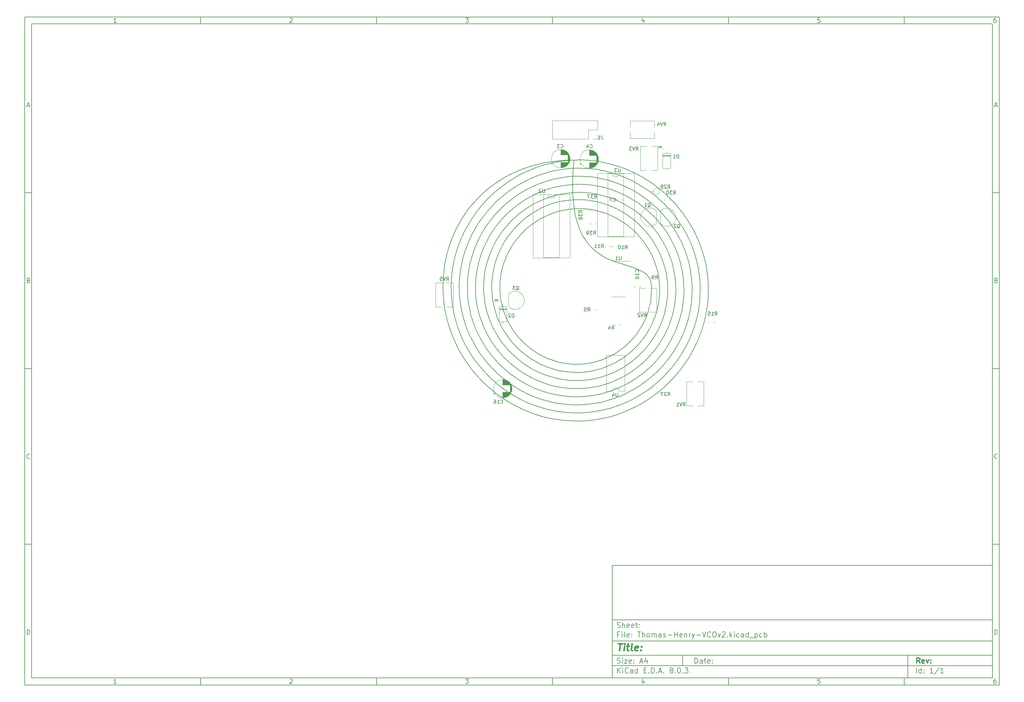
<source format=gbr>
%TF.GenerationSoftware,KiCad,Pcbnew,8.0.3*%
%TF.CreationDate,2024-12-05T20:13:47+00:00*%
%TF.ProjectId,Thomas-Henry-VCOv2,54686f6d-6173-42d4-9865-6e72792d5643,rev?*%
%TF.SameCoordinates,Original*%
%TF.FileFunction,Legend,Bot*%
%TF.FilePolarity,Positive*%
%FSLAX46Y46*%
G04 Gerber Fmt 4.6, Leading zero omitted, Abs format (unit mm)*
G04 Created by KiCad (PCBNEW 8.0.3) date 2024-12-05 20:13:47*
%MOMM*%
%LPD*%
G01*
G04 APERTURE LIST*
%ADD10C,0.100000*%
%ADD11C,0.150000*%
%ADD12C,0.300000*%
%ADD13C,0.400000*%
%ADD14C,0.210000*%
%ADD15C,0.120000*%
G04 APERTURE END LIST*
D10*
D11*
X177002200Y-166007200D02*
X285002200Y-166007200D01*
X285002200Y-198007200D01*
X177002200Y-198007200D01*
X177002200Y-166007200D01*
D10*
D11*
X10000000Y-10000000D02*
X287002200Y-10000000D01*
X287002200Y-200007200D01*
X10000000Y-200007200D01*
X10000000Y-10000000D01*
D10*
D11*
X12000000Y-12000000D02*
X285002200Y-12000000D01*
X285002200Y-198007200D01*
X12000000Y-198007200D01*
X12000000Y-12000000D01*
D10*
D11*
X60000000Y-12000000D02*
X60000000Y-10000000D01*
D10*
D11*
X110000000Y-12000000D02*
X110000000Y-10000000D01*
D10*
D11*
X160000000Y-12000000D02*
X160000000Y-10000000D01*
D10*
D11*
X210000000Y-12000000D02*
X210000000Y-10000000D01*
D10*
D11*
X260000000Y-12000000D02*
X260000000Y-10000000D01*
D10*
D11*
X36089160Y-11593604D02*
X35346303Y-11593604D01*
X35717731Y-11593604D02*
X35717731Y-10293604D01*
X35717731Y-10293604D02*
X35593922Y-10479319D01*
X35593922Y-10479319D02*
X35470112Y-10603128D01*
X35470112Y-10603128D02*
X35346303Y-10665033D01*
D10*
D11*
X85346303Y-10417414D02*
X85408207Y-10355509D01*
X85408207Y-10355509D02*
X85532017Y-10293604D01*
X85532017Y-10293604D02*
X85841541Y-10293604D01*
X85841541Y-10293604D02*
X85965350Y-10355509D01*
X85965350Y-10355509D02*
X86027255Y-10417414D01*
X86027255Y-10417414D02*
X86089160Y-10541223D01*
X86089160Y-10541223D02*
X86089160Y-10665033D01*
X86089160Y-10665033D02*
X86027255Y-10850747D01*
X86027255Y-10850747D02*
X85284398Y-11593604D01*
X85284398Y-11593604D02*
X86089160Y-11593604D01*
D10*
D11*
X135284398Y-10293604D02*
X136089160Y-10293604D01*
X136089160Y-10293604D02*
X135655826Y-10788842D01*
X135655826Y-10788842D02*
X135841541Y-10788842D01*
X135841541Y-10788842D02*
X135965350Y-10850747D01*
X135965350Y-10850747D02*
X136027255Y-10912652D01*
X136027255Y-10912652D02*
X136089160Y-11036461D01*
X136089160Y-11036461D02*
X136089160Y-11345985D01*
X136089160Y-11345985D02*
X136027255Y-11469795D01*
X136027255Y-11469795D02*
X135965350Y-11531700D01*
X135965350Y-11531700D02*
X135841541Y-11593604D01*
X135841541Y-11593604D02*
X135470112Y-11593604D01*
X135470112Y-11593604D02*
X135346303Y-11531700D01*
X135346303Y-11531700D02*
X135284398Y-11469795D01*
D10*
D11*
X185965350Y-10726938D02*
X185965350Y-11593604D01*
X185655826Y-10231700D02*
X185346303Y-11160271D01*
X185346303Y-11160271D02*
X186151064Y-11160271D01*
D10*
D11*
X236027255Y-10293604D02*
X235408207Y-10293604D01*
X235408207Y-10293604D02*
X235346303Y-10912652D01*
X235346303Y-10912652D02*
X235408207Y-10850747D01*
X235408207Y-10850747D02*
X235532017Y-10788842D01*
X235532017Y-10788842D02*
X235841541Y-10788842D01*
X235841541Y-10788842D02*
X235965350Y-10850747D01*
X235965350Y-10850747D02*
X236027255Y-10912652D01*
X236027255Y-10912652D02*
X236089160Y-11036461D01*
X236089160Y-11036461D02*
X236089160Y-11345985D01*
X236089160Y-11345985D02*
X236027255Y-11469795D01*
X236027255Y-11469795D02*
X235965350Y-11531700D01*
X235965350Y-11531700D02*
X235841541Y-11593604D01*
X235841541Y-11593604D02*
X235532017Y-11593604D01*
X235532017Y-11593604D02*
X235408207Y-11531700D01*
X235408207Y-11531700D02*
X235346303Y-11469795D01*
D10*
D11*
X285965350Y-10293604D02*
X285717731Y-10293604D01*
X285717731Y-10293604D02*
X285593922Y-10355509D01*
X285593922Y-10355509D02*
X285532017Y-10417414D01*
X285532017Y-10417414D02*
X285408207Y-10603128D01*
X285408207Y-10603128D02*
X285346303Y-10850747D01*
X285346303Y-10850747D02*
X285346303Y-11345985D01*
X285346303Y-11345985D02*
X285408207Y-11469795D01*
X285408207Y-11469795D02*
X285470112Y-11531700D01*
X285470112Y-11531700D02*
X285593922Y-11593604D01*
X285593922Y-11593604D02*
X285841541Y-11593604D01*
X285841541Y-11593604D02*
X285965350Y-11531700D01*
X285965350Y-11531700D02*
X286027255Y-11469795D01*
X286027255Y-11469795D02*
X286089160Y-11345985D01*
X286089160Y-11345985D02*
X286089160Y-11036461D01*
X286089160Y-11036461D02*
X286027255Y-10912652D01*
X286027255Y-10912652D02*
X285965350Y-10850747D01*
X285965350Y-10850747D02*
X285841541Y-10788842D01*
X285841541Y-10788842D02*
X285593922Y-10788842D01*
X285593922Y-10788842D02*
X285470112Y-10850747D01*
X285470112Y-10850747D02*
X285408207Y-10912652D01*
X285408207Y-10912652D02*
X285346303Y-11036461D01*
D10*
D11*
X60000000Y-198007200D02*
X60000000Y-200007200D01*
D10*
D11*
X110000000Y-198007200D02*
X110000000Y-200007200D01*
D10*
D11*
X160000000Y-198007200D02*
X160000000Y-200007200D01*
D10*
D11*
X210000000Y-198007200D02*
X210000000Y-200007200D01*
D10*
D11*
X260000000Y-198007200D02*
X260000000Y-200007200D01*
D10*
D11*
X36089160Y-199600804D02*
X35346303Y-199600804D01*
X35717731Y-199600804D02*
X35717731Y-198300804D01*
X35717731Y-198300804D02*
X35593922Y-198486519D01*
X35593922Y-198486519D02*
X35470112Y-198610328D01*
X35470112Y-198610328D02*
X35346303Y-198672233D01*
D10*
D11*
X85346303Y-198424614D02*
X85408207Y-198362709D01*
X85408207Y-198362709D02*
X85532017Y-198300804D01*
X85532017Y-198300804D02*
X85841541Y-198300804D01*
X85841541Y-198300804D02*
X85965350Y-198362709D01*
X85965350Y-198362709D02*
X86027255Y-198424614D01*
X86027255Y-198424614D02*
X86089160Y-198548423D01*
X86089160Y-198548423D02*
X86089160Y-198672233D01*
X86089160Y-198672233D02*
X86027255Y-198857947D01*
X86027255Y-198857947D02*
X85284398Y-199600804D01*
X85284398Y-199600804D02*
X86089160Y-199600804D01*
D10*
D11*
X135284398Y-198300804D02*
X136089160Y-198300804D01*
X136089160Y-198300804D02*
X135655826Y-198796042D01*
X135655826Y-198796042D02*
X135841541Y-198796042D01*
X135841541Y-198796042D02*
X135965350Y-198857947D01*
X135965350Y-198857947D02*
X136027255Y-198919852D01*
X136027255Y-198919852D02*
X136089160Y-199043661D01*
X136089160Y-199043661D02*
X136089160Y-199353185D01*
X136089160Y-199353185D02*
X136027255Y-199476995D01*
X136027255Y-199476995D02*
X135965350Y-199538900D01*
X135965350Y-199538900D02*
X135841541Y-199600804D01*
X135841541Y-199600804D02*
X135470112Y-199600804D01*
X135470112Y-199600804D02*
X135346303Y-199538900D01*
X135346303Y-199538900D02*
X135284398Y-199476995D01*
D10*
D11*
X185965350Y-198734138D02*
X185965350Y-199600804D01*
X185655826Y-198238900D02*
X185346303Y-199167471D01*
X185346303Y-199167471D02*
X186151064Y-199167471D01*
D10*
D11*
X236027255Y-198300804D02*
X235408207Y-198300804D01*
X235408207Y-198300804D02*
X235346303Y-198919852D01*
X235346303Y-198919852D02*
X235408207Y-198857947D01*
X235408207Y-198857947D02*
X235532017Y-198796042D01*
X235532017Y-198796042D02*
X235841541Y-198796042D01*
X235841541Y-198796042D02*
X235965350Y-198857947D01*
X235965350Y-198857947D02*
X236027255Y-198919852D01*
X236027255Y-198919852D02*
X236089160Y-199043661D01*
X236089160Y-199043661D02*
X236089160Y-199353185D01*
X236089160Y-199353185D02*
X236027255Y-199476995D01*
X236027255Y-199476995D02*
X235965350Y-199538900D01*
X235965350Y-199538900D02*
X235841541Y-199600804D01*
X235841541Y-199600804D02*
X235532017Y-199600804D01*
X235532017Y-199600804D02*
X235408207Y-199538900D01*
X235408207Y-199538900D02*
X235346303Y-199476995D01*
D10*
D11*
X285965350Y-198300804D02*
X285717731Y-198300804D01*
X285717731Y-198300804D02*
X285593922Y-198362709D01*
X285593922Y-198362709D02*
X285532017Y-198424614D01*
X285532017Y-198424614D02*
X285408207Y-198610328D01*
X285408207Y-198610328D02*
X285346303Y-198857947D01*
X285346303Y-198857947D02*
X285346303Y-199353185D01*
X285346303Y-199353185D02*
X285408207Y-199476995D01*
X285408207Y-199476995D02*
X285470112Y-199538900D01*
X285470112Y-199538900D02*
X285593922Y-199600804D01*
X285593922Y-199600804D02*
X285841541Y-199600804D01*
X285841541Y-199600804D02*
X285965350Y-199538900D01*
X285965350Y-199538900D02*
X286027255Y-199476995D01*
X286027255Y-199476995D02*
X286089160Y-199353185D01*
X286089160Y-199353185D02*
X286089160Y-199043661D01*
X286089160Y-199043661D02*
X286027255Y-198919852D01*
X286027255Y-198919852D02*
X285965350Y-198857947D01*
X285965350Y-198857947D02*
X285841541Y-198796042D01*
X285841541Y-198796042D02*
X285593922Y-198796042D01*
X285593922Y-198796042D02*
X285470112Y-198857947D01*
X285470112Y-198857947D02*
X285408207Y-198919852D01*
X285408207Y-198919852D02*
X285346303Y-199043661D01*
D10*
D11*
X10000000Y-60000000D02*
X12000000Y-60000000D01*
D10*
D11*
X10000000Y-110000000D02*
X12000000Y-110000000D01*
D10*
D11*
X10000000Y-160000000D02*
X12000000Y-160000000D01*
D10*
D11*
X10690476Y-35222176D02*
X11309523Y-35222176D01*
X10566666Y-35593604D02*
X10999999Y-34293604D01*
X10999999Y-34293604D02*
X11433333Y-35593604D01*
D10*
D11*
X11092857Y-84912652D02*
X11278571Y-84974557D01*
X11278571Y-84974557D02*
X11340476Y-85036461D01*
X11340476Y-85036461D02*
X11402380Y-85160271D01*
X11402380Y-85160271D02*
X11402380Y-85345985D01*
X11402380Y-85345985D02*
X11340476Y-85469795D01*
X11340476Y-85469795D02*
X11278571Y-85531700D01*
X11278571Y-85531700D02*
X11154761Y-85593604D01*
X11154761Y-85593604D02*
X10659523Y-85593604D01*
X10659523Y-85593604D02*
X10659523Y-84293604D01*
X10659523Y-84293604D02*
X11092857Y-84293604D01*
X11092857Y-84293604D02*
X11216666Y-84355509D01*
X11216666Y-84355509D02*
X11278571Y-84417414D01*
X11278571Y-84417414D02*
X11340476Y-84541223D01*
X11340476Y-84541223D02*
X11340476Y-84665033D01*
X11340476Y-84665033D02*
X11278571Y-84788842D01*
X11278571Y-84788842D02*
X11216666Y-84850747D01*
X11216666Y-84850747D02*
X11092857Y-84912652D01*
X11092857Y-84912652D02*
X10659523Y-84912652D01*
D10*
D11*
X11402380Y-135469795D02*
X11340476Y-135531700D01*
X11340476Y-135531700D02*
X11154761Y-135593604D01*
X11154761Y-135593604D02*
X11030952Y-135593604D01*
X11030952Y-135593604D02*
X10845238Y-135531700D01*
X10845238Y-135531700D02*
X10721428Y-135407890D01*
X10721428Y-135407890D02*
X10659523Y-135284080D01*
X10659523Y-135284080D02*
X10597619Y-135036461D01*
X10597619Y-135036461D02*
X10597619Y-134850747D01*
X10597619Y-134850747D02*
X10659523Y-134603128D01*
X10659523Y-134603128D02*
X10721428Y-134479319D01*
X10721428Y-134479319D02*
X10845238Y-134355509D01*
X10845238Y-134355509D02*
X11030952Y-134293604D01*
X11030952Y-134293604D02*
X11154761Y-134293604D01*
X11154761Y-134293604D02*
X11340476Y-134355509D01*
X11340476Y-134355509D02*
X11402380Y-134417414D01*
D10*
D11*
X10659523Y-185593604D02*
X10659523Y-184293604D01*
X10659523Y-184293604D02*
X10969047Y-184293604D01*
X10969047Y-184293604D02*
X11154761Y-184355509D01*
X11154761Y-184355509D02*
X11278571Y-184479319D01*
X11278571Y-184479319D02*
X11340476Y-184603128D01*
X11340476Y-184603128D02*
X11402380Y-184850747D01*
X11402380Y-184850747D02*
X11402380Y-185036461D01*
X11402380Y-185036461D02*
X11340476Y-185284080D01*
X11340476Y-185284080D02*
X11278571Y-185407890D01*
X11278571Y-185407890D02*
X11154761Y-185531700D01*
X11154761Y-185531700D02*
X10969047Y-185593604D01*
X10969047Y-185593604D02*
X10659523Y-185593604D01*
D10*
D11*
X287002200Y-60000000D02*
X285002200Y-60000000D01*
D10*
D11*
X287002200Y-110000000D02*
X285002200Y-110000000D01*
D10*
D11*
X287002200Y-160000000D02*
X285002200Y-160000000D01*
D10*
D11*
X285692676Y-35222176D02*
X286311723Y-35222176D01*
X285568866Y-35593604D02*
X286002199Y-34293604D01*
X286002199Y-34293604D02*
X286435533Y-35593604D01*
D10*
D11*
X286095057Y-84912652D02*
X286280771Y-84974557D01*
X286280771Y-84974557D02*
X286342676Y-85036461D01*
X286342676Y-85036461D02*
X286404580Y-85160271D01*
X286404580Y-85160271D02*
X286404580Y-85345985D01*
X286404580Y-85345985D02*
X286342676Y-85469795D01*
X286342676Y-85469795D02*
X286280771Y-85531700D01*
X286280771Y-85531700D02*
X286156961Y-85593604D01*
X286156961Y-85593604D02*
X285661723Y-85593604D01*
X285661723Y-85593604D02*
X285661723Y-84293604D01*
X285661723Y-84293604D02*
X286095057Y-84293604D01*
X286095057Y-84293604D02*
X286218866Y-84355509D01*
X286218866Y-84355509D02*
X286280771Y-84417414D01*
X286280771Y-84417414D02*
X286342676Y-84541223D01*
X286342676Y-84541223D02*
X286342676Y-84665033D01*
X286342676Y-84665033D02*
X286280771Y-84788842D01*
X286280771Y-84788842D02*
X286218866Y-84850747D01*
X286218866Y-84850747D02*
X286095057Y-84912652D01*
X286095057Y-84912652D02*
X285661723Y-84912652D01*
D10*
D11*
X286404580Y-135469795D02*
X286342676Y-135531700D01*
X286342676Y-135531700D02*
X286156961Y-135593604D01*
X286156961Y-135593604D02*
X286033152Y-135593604D01*
X286033152Y-135593604D02*
X285847438Y-135531700D01*
X285847438Y-135531700D02*
X285723628Y-135407890D01*
X285723628Y-135407890D02*
X285661723Y-135284080D01*
X285661723Y-135284080D02*
X285599819Y-135036461D01*
X285599819Y-135036461D02*
X285599819Y-134850747D01*
X285599819Y-134850747D02*
X285661723Y-134603128D01*
X285661723Y-134603128D02*
X285723628Y-134479319D01*
X285723628Y-134479319D02*
X285847438Y-134355509D01*
X285847438Y-134355509D02*
X286033152Y-134293604D01*
X286033152Y-134293604D02*
X286156961Y-134293604D01*
X286156961Y-134293604D02*
X286342676Y-134355509D01*
X286342676Y-134355509D02*
X286404580Y-134417414D01*
D10*
D11*
X285661723Y-185593604D02*
X285661723Y-184293604D01*
X285661723Y-184293604D02*
X285971247Y-184293604D01*
X285971247Y-184293604D02*
X286156961Y-184355509D01*
X286156961Y-184355509D02*
X286280771Y-184479319D01*
X286280771Y-184479319D02*
X286342676Y-184603128D01*
X286342676Y-184603128D02*
X286404580Y-184850747D01*
X286404580Y-184850747D02*
X286404580Y-185036461D01*
X286404580Y-185036461D02*
X286342676Y-185284080D01*
X286342676Y-185284080D02*
X286280771Y-185407890D01*
X286280771Y-185407890D02*
X286156961Y-185531700D01*
X286156961Y-185531700D02*
X285971247Y-185593604D01*
X285971247Y-185593604D02*
X285661723Y-185593604D01*
D10*
D11*
X200458026Y-193793328D02*
X200458026Y-192293328D01*
X200458026Y-192293328D02*
X200815169Y-192293328D01*
X200815169Y-192293328D02*
X201029455Y-192364757D01*
X201029455Y-192364757D02*
X201172312Y-192507614D01*
X201172312Y-192507614D02*
X201243741Y-192650471D01*
X201243741Y-192650471D02*
X201315169Y-192936185D01*
X201315169Y-192936185D02*
X201315169Y-193150471D01*
X201315169Y-193150471D02*
X201243741Y-193436185D01*
X201243741Y-193436185D02*
X201172312Y-193579042D01*
X201172312Y-193579042D02*
X201029455Y-193721900D01*
X201029455Y-193721900D02*
X200815169Y-193793328D01*
X200815169Y-193793328D02*
X200458026Y-193793328D01*
X202600884Y-193793328D02*
X202600884Y-193007614D01*
X202600884Y-193007614D02*
X202529455Y-192864757D01*
X202529455Y-192864757D02*
X202386598Y-192793328D01*
X202386598Y-192793328D02*
X202100884Y-192793328D01*
X202100884Y-192793328D02*
X201958026Y-192864757D01*
X202600884Y-193721900D02*
X202458026Y-193793328D01*
X202458026Y-193793328D02*
X202100884Y-193793328D01*
X202100884Y-193793328D02*
X201958026Y-193721900D01*
X201958026Y-193721900D02*
X201886598Y-193579042D01*
X201886598Y-193579042D02*
X201886598Y-193436185D01*
X201886598Y-193436185D02*
X201958026Y-193293328D01*
X201958026Y-193293328D02*
X202100884Y-193221900D01*
X202100884Y-193221900D02*
X202458026Y-193221900D01*
X202458026Y-193221900D02*
X202600884Y-193150471D01*
X203100884Y-192793328D02*
X203672312Y-192793328D01*
X203315169Y-192293328D02*
X203315169Y-193579042D01*
X203315169Y-193579042D02*
X203386598Y-193721900D01*
X203386598Y-193721900D02*
X203529455Y-193793328D01*
X203529455Y-193793328D02*
X203672312Y-193793328D01*
X204743741Y-193721900D02*
X204600884Y-193793328D01*
X204600884Y-193793328D02*
X204315170Y-193793328D01*
X204315170Y-193793328D02*
X204172312Y-193721900D01*
X204172312Y-193721900D02*
X204100884Y-193579042D01*
X204100884Y-193579042D02*
X204100884Y-193007614D01*
X204100884Y-193007614D02*
X204172312Y-192864757D01*
X204172312Y-192864757D02*
X204315170Y-192793328D01*
X204315170Y-192793328D02*
X204600884Y-192793328D01*
X204600884Y-192793328D02*
X204743741Y-192864757D01*
X204743741Y-192864757D02*
X204815170Y-193007614D01*
X204815170Y-193007614D02*
X204815170Y-193150471D01*
X204815170Y-193150471D02*
X204100884Y-193293328D01*
X205458026Y-193650471D02*
X205529455Y-193721900D01*
X205529455Y-193721900D02*
X205458026Y-193793328D01*
X205458026Y-193793328D02*
X205386598Y-193721900D01*
X205386598Y-193721900D02*
X205458026Y-193650471D01*
X205458026Y-193650471D02*
X205458026Y-193793328D01*
X205458026Y-192864757D02*
X205529455Y-192936185D01*
X205529455Y-192936185D02*
X205458026Y-193007614D01*
X205458026Y-193007614D02*
X205386598Y-192936185D01*
X205386598Y-192936185D02*
X205458026Y-192864757D01*
X205458026Y-192864757D02*
X205458026Y-193007614D01*
D10*
D11*
X177002200Y-194507200D02*
X285002200Y-194507200D01*
D10*
D11*
X178458026Y-196593328D02*
X178458026Y-195093328D01*
X179315169Y-196593328D02*
X178672312Y-195736185D01*
X179315169Y-195093328D02*
X178458026Y-195950471D01*
X179958026Y-196593328D02*
X179958026Y-195593328D01*
X179958026Y-195093328D02*
X179886598Y-195164757D01*
X179886598Y-195164757D02*
X179958026Y-195236185D01*
X179958026Y-195236185D02*
X180029455Y-195164757D01*
X180029455Y-195164757D02*
X179958026Y-195093328D01*
X179958026Y-195093328D02*
X179958026Y-195236185D01*
X181529455Y-196450471D02*
X181458027Y-196521900D01*
X181458027Y-196521900D02*
X181243741Y-196593328D01*
X181243741Y-196593328D02*
X181100884Y-196593328D01*
X181100884Y-196593328D02*
X180886598Y-196521900D01*
X180886598Y-196521900D02*
X180743741Y-196379042D01*
X180743741Y-196379042D02*
X180672312Y-196236185D01*
X180672312Y-196236185D02*
X180600884Y-195950471D01*
X180600884Y-195950471D02*
X180600884Y-195736185D01*
X180600884Y-195736185D02*
X180672312Y-195450471D01*
X180672312Y-195450471D02*
X180743741Y-195307614D01*
X180743741Y-195307614D02*
X180886598Y-195164757D01*
X180886598Y-195164757D02*
X181100884Y-195093328D01*
X181100884Y-195093328D02*
X181243741Y-195093328D01*
X181243741Y-195093328D02*
X181458027Y-195164757D01*
X181458027Y-195164757D02*
X181529455Y-195236185D01*
X182815170Y-196593328D02*
X182815170Y-195807614D01*
X182815170Y-195807614D02*
X182743741Y-195664757D01*
X182743741Y-195664757D02*
X182600884Y-195593328D01*
X182600884Y-195593328D02*
X182315170Y-195593328D01*
X182315170Y-195593328D02*
X182172312Y-195664757D01*
X182815170Y-196521900D02*
X182672312Y-196593328D01*
X182672312Y-196593328D02*
X182315170Y-196593328D01*
X182315170Y-196593328D02*
X182172312Y-196521900D01*
X182172312Y-196521900D02*
X182100884Y-196379042D01*
X182100884Y-196379042D02*
X182100884Y-196236185D01*
X182100884Y-196236185D02*
X182172312Y-196093328D01*
X182172312Y-196093328D02*
X182315170Y-196021900D01*
X182315170Y-196021900D02*
X182672312Y-196021900D01*
X182672312Y-196021900D02*
X182815170Y-195950471D01*
X184172313Y-196593328D02*
X184172313Y-195093328D01*
X184172313Y-196521900D02*
X184029455Y-196593328D01*
X184029455Y-196593328D02*
X183743741Y-196593328D01*
X183743741Y-196593328D02*
X183600884Y-196521900D01*
X183600884Y-196521900D02*
X183529455Y-196450471D01*
X183529455Y-196450471D02*
X183458027Y-196307614D01*
X183458027Y-196307614D02*
X183458027Y-195879042D01*
X183458027Y-195879042D02*
X183529455Y-195736185D01*
X183529455Y-195736185D02*
X183600884Y-195664757D01*
X183600884Y-195664757D02*
X183743741Y-195593328D01*
X183743741Y-195593328D02*
X184029455Y-195593328D01*
X184029455Y-195593328D02*
X184172313Y-195664757D01*
X186029455Y-195807614D02*
X186529455Y-195807614D01*
X186743741Y-196593328D02*
X186029455Y-196593328D01*
X186029455Y-196593328D02*
X186029455Y-195093328D01*
X186029455Y-195093328D02*
X186743741Y-195093328D01*
X187386598Y-196450471D02*
X187458027Y-196521900D01*
X187458027Y-196521900D02*
X187386598Y-196593328D01*
X187386598Y-196593328D02*
X187315170Y-196521900D01*
X187315170Y-196521900D02*
X187386598Y-196450471D01*
X187386598Y-196450471D02*
X187386598Y-196593328D01*
X188100884Y-196593328D02*
X188100884Y-195093328D01*
X188100884Y-195093328D02*
X188458027Y-195093328D01*
X188458027Y-195093328D02*
X188672313Y-195164757D01*
X188672313Y-195164757D02*
X188815170Y-195307614D01*
X188815170Y-195307614D02*
X188886599Y-195450471D01*
X188886599Y-195450471D02*
X188958027Y-195736185D01*
X188958027Y-195736185D02*
X188958027Y-195950471D01*
X188958027Y-195950471D02*
X188886599Y-196236185D01*
X188886599Y-196236185D02*
X188815170Y-196379042D01*
X188815170Y-196379042D02*
X188672313Y-196521900D01*
X188672313Y-196521900D02*
X188458027Y-196593328D01*
X188458027Y-196593328D02*
X188100884Y-196593328D01*
X189600884Y-196450471D02*
X189672313Y-196521900D01*
X189672313Y-196521900D02*
X189600884Y-196593328D01*
X189600884Y-196593328D02*
X189529456Y-196521900D01*
X189529456Y-196521900D02*
X189600884Y-196450471D01*
X189600884Y-196450471D02*
X189600884Y-196593328D01*
X190243742Y-196164757D02*
X190958028Y-196164757D01*
X190100885Y-196593328D02*
X190600885Y-195093328D01*
X190600885Y-195093328D02*
X191100885Y-196593328D01*
X191600884Y-196450471D02*
X191672313Y-196521900D01*
X191672313Y-196521900D02*
X191600884Y-196593328D01*
X191600884Y-196593328D02*
X191529456Y-196521900D01*
X191529456Y-196521900D02*
X191600884Y-196450471D01*
X191600884Y-196450471D02*
X191600884Y-196593328D01*
X193672313Y-195736185D02*
X193529456Y-195664757D01*
X193529456Y-195664757D02*
X193458027Y-195593328D01*
X193458027Y-195593328D02*
X193386599Y-195450471D01*
X193386599Y-195450471D02*
X193386599Y-195379042D01*
X193386599Y-195379042D02*
X193458027Y-195236185D01*
X193458027Y-195236185D02*
X193529456Y-195164757D01*
X193529456Y-195164757D02*
X193672313Y-195093328D01*
X193672313Y-195093328D02*
X193958027Y-195093328D01*
X193958027Y-195093328D02*
X194100885Y-195164757D01*
X194100885Y-195164757D02*
X194172313Y-195236185D01*
X194172313Y-195236185D02*
X194243742Y-195379042D01*
X194243742Y-195379042D02*
X194243742Y-195450471D01*
X194243742Y-195450471D02*
X194172313Y-195593328D01*
X194172313Y-195593328D02*
X194100885Y-195664757D01*
X194100885Y-195664757D02*
X193958027Y-195736185D01*
X193958027Y-195736185D02*
X193672313Y-195736185D01*
X193672313Y-195736185D02*
X193529456Y-195807614D01*
X193529456Y-195807614D02*
X193458027Y-195879042D01*
X193458027Y-195879042D02*
X193386599Y-196021900D01*
X193386599Y-196021900D02*
X193386599Y-196307614D01*
X193386599Y-196307614D02*
X193458027Y-196450471D01*
X193458027Y-196450471D02*
X193529456Y-196521900D01*
X193529456Y-196521900D02*
X193672313Y-196593328D01*
X193672313Y-196593328D02*
X193958027Y-196593328D01*
X193958027Y-196593328D02*
X194100885Y-196521900D01*
X194100885Y-196521900D02*
X194172313Y-196450471D01*
X194172313Y-196450471D02*
X194243742Y-196307614D01*
X194243742Y-196307614D02*
X194243742Y-196021900D01*
X194243742Y-196021900D02*
X194172313Y-195879042D01*
X194172313Y-195879042D02*
X194100885Y-195807614D01*
X194100885Y-195807614D02*
X193958027Y-195736185D01*
X194886598Y-196450471D02*
X194958027Y-196521900D01*
X194958027Y-196521900D02*
X194886598Y-196593328D01*
X194886598Y-196593328D02*
X194815170Y-196521900D01*
X194815170Y-196521900D02*
X194886598Y-196450471D01*
X194886598Y-196450471D02*
X194886598Y-196593328D01*
X195886599Y-195093328D02*
X196029456Y-195093328D01*
X196029456Y-195093328D02*
X196172313Y-195164757D01*
X196172313Y-195164757D02*
X196243742Y-195236185D01*
X196243742Y-195236185D02*
X196315170Y-195379042D01*
X196315170Y-195379042D02*
X196386599Y-195664757D01*
X196386599Y-195664757D02*
X196386599Y-196021900D01*
X196386599Y-196021900D02*
X196315170Y-196307614D01*
X196315170Y-196307614D02*
X196243742Y-196450471D01*
X196243742Y-196450471D02*
X196172313Y-196521900D01*
X196172313Y-196521900D02*
X196029456Y-196593328D01*
X196029456Y-196593328D02*
X195886599Y-196593328D01*
X195886599Y-196593328D02*
X195743742Y-196521900D01*
X195743742Y-196521900D02*
X195672313Y-196450471D01*
X195672313Y-196450471D02*
X195600884Y-196307614D01*
X195600884Y-196307614D02*
X195529456Y-196021900D01*
X195529456Y-196021900D02*
X195529456Y-195664757D01*
X195529456Y-195664757D02*
X195600884Y-195379042D01*
X195600884Y-195379042D02*
X195672313Y-195236185D01*
X195672313Y-195236185D02*
X195743742Y-195164757D01*
X195743742Y-195164757D02*
X195886599Y-195093328D01*
X197029455Y-196450471D02*
X197100884Y-196521900D01*
X197100884Y-196521900D02*
X197029455Y-196593328D01*
X197029455Y-196593328D02*
X196958027Y-196521900D01*
X196958027Y-196521900D02*
X197029455Y-196450471D01*
X197029455Y-196450471D02*
X197029455Y-196593328D01*
X197600884Y-195093328D02*
X198529456Y-195093328D01*
X198529456Y-195093328D02*
X198029456Y-195664757D01*
X198029456Y-195664757D02*
X198243741Y-195664757D01*
X198243741Y-195664757D02*
X198386599Y-195736185D01*
X198386599Y-195736185D02*
X198458027Y-195807614D01*
X198458027Y-195807614D02*
X198529456Y-195950471D01*
X198529456Y-195950471D02*
X198529456Y-196307614D01*
X198529456Y-196307614D02*
X198458027Y-196450471D01*
X198458027Y-196450471D02*
X198386599Y-196521900D01*
X198386599Y-196521900D02*
X198243741Y-196593328D01*
X198243741Y-196593328D02*
X197815170Y-196593328D01*
X197815170Y-196593328D02*
X197672313Y-196521900D01*
X197672313Y-196521900D02*
X197600884Y-196450471D01*
D10*
D11*
X177002200Y-191507200D02*
X285002200Y-191507200D01*
D10*
D12*
X264413853Y-193785528D02*
X263913853Y-193071242D01*
X263556710Y-193785528D02*
X263556710Y-192285528D01*
X263556710Y-192285528D02*
X264128139Y-192285528D01*
X264128139Y-192285528D02*
X264270996Y-192356957D01*
X264270996Y-192356957D02*
X264342425Y-192428385D01*
X264342425Y-192428385D02*
X264413853Y-192571242D01*
X264413853Y-192571242D02*
X264413853Y-192785528D01*
X264413853Y-192785528D02*
X264342425Y-192928385D01*
X264342425Y-192928385D02*
X264270996Y-192999814D01*
X264270996Y-192999814D02*
X264128139Y-193071242D01*
X264128139Y-193071242D02*
X263556710Y-193071242D01*
X265628139Y-193714100D02*
X265485282Y-193785528D01*
X265485282Y-193785528D02*
X265199568Y-193785528D01*
X265199568Y-193785528D02*
X265056710Y-193714100D01*
X265056710Y-193714100D02*
X264985282Y-193571242D01*
X264985282Y-193571242D02*
X264985282Y-192999814D01*
X264985282Y-192999814D02*
X265056710Y-192856957D01*
X265056710Y-192856957D02*
X265199568Y-192785528D01*
X265199568Y-192785528D02*
X265485282Y-192785528D01*
X265485282Y-192785528D02*
X265628139Y-192856957D01*
X265628139Y-192856957D02*
X265699568Y-192999814D01*
X265699568Y-192999814D02*
X265699568Y-193142671D01*
X265699568Y-193142671D02*
X264985282Y-193285528D01*
X266199567Y-192785528D02*
X266556710Y-193785528D01*
X266556710Y-193785528D02*
X266913853Y-192785528D01*
X267485281Y-193642671D02*
X267556710Y-193714100D01*
X267556710Y-193714100D02*
X267485281Y-193785528D01*
X267485281Y-193785528D02*
X267413853Y-193714100D01*
X267413853Y-193714100D02*
X267485281Y-193642671D01*
X267485281Y-193642671D02*
X267485281Y-193785528D01*
X267485281Y-192856957D02*
X267556710Y-192928385D01*
X267556710Y-192928385D02*
X267485281Y-192999814D01*
X267485281Y-192999814D02*
X267413853Y-192928385D01*
X267413853Y-192928385D02*
X267485281Y-192856957D01*
X267485281Y-192856957D02*
X267485281Y-192999814D01*
D10*
D11*
X178386598Y-193721900D02*
X178600884Y-193793328D01*
X178600884Y-193793328D02*
X178958026Y-193793328D01*
X178958026Y-193793328D02*
X179100884Y-193721900D01*
X179100884Y-193721900D02*
X179172312Y-193650471D01*
X179172312Y-193650471D02*
X179243741Y-193507614D01*
X179243741Y-193507614D02*
X179243741Y-193364757D01*
X179243741Y-193364757D02*
X179172312Y-193221900D01*
X179172312Y-193221900D02*
X179100884Y-193150471D01*
X179100884Y-193150471D02*
X178958026Y-193079042D01*
X178958026Y-193079042D02*
X178672312Y-193007614D01*
X178672312Y-193007614D02*
X178529455Y-192936185D01*
X178529455Y-192936185D02*
X178458026Y-192864757D01*
X178458026Y-192864757D02*
X178386598Y-192721900D01*
X178386598Y-192721900D02*
X178386598Y-192579042D01*
X178386598Y-192579042D02*
X178458026Y-192436185D01*
X178458026Y-192436185D02*
X178529455Y-192364757D01*
X178529455Y-192364757D02*
X178672312Y-192293328D01*
X178672312Y-192293328D02*
X179029455Y-192293328D01*
X179029455Y-192293328D02*
X179243741Y-192364757D01*
X179886597Y-193793328D02*
X179886597Y-192793328D01*
X179886597Y-192293328D02*
X179815169Y-192364757D01*
X179815169Y-192364757D02*
X179886597Y-192436185D01*
X179886597Y-192436185D02*
X179958026Y-192364757D01*
X179958026Y-192364757D02*
X179886597Y-192293328D01*
X179886597Y-192293328D02*
X179886597Y-192436185D01*
X180458026Y-192793328D02*
X181243741Y-192793328D01*
X181243741Y-192793328D02*
X180458026Y-193793328D01*
X180458026Y-193793328D02*
X181243741Y-193793328D01*
X182386598Y-193721900D02*
X182243741Y-193793328D01*
X182243741Y-193793328D02*
X181958027Y-193793328D01*
X181958027Y-193793328D02*
X181815169Y-193721900D01*
X181815169Y-193721900D02*
X181743741Y-193579042D01*
X181743741Y-193579042D02*
X181743741Y-193007614D01*
X181743741Y-193007614D02*
X181815169Y-192864757D01*
X181815169Y-192864757D02*
X181958027Y-192793328D01*
X181958027Y-192793328D02*
X182243741Y-192793328D01*
X182243741Y-192793328D02*
X182386598Y-192864757D01*
X182386598Y-192864757D02*
X182458027Y-193007614D01*
X182458027Y-193007614D02*
X182458027Y-193150471D01*
X182458027Y-193150471D02*
X181743741Y-193293328D01*
X183100883Y-193650471D02*
X183172312Y-193721900D01*
X183172312Y-193721900D02*
X183100883Y-193793328D01*
X183100883Y-193793328D02*
X183029455Y-193721900D01*
X183029455Y-193721900D02*
X183100883Y-193650471D01*
X183100883Y-193650471D02*
X183100883Y-193793328D01*
X183100883Y-192864757D02*
X183172312Y-192936185D01*
X183172312Y-192936185D02*
X183100883Y-193007614D01*
X183100883Y-193007614D02*
X183029455Y-192936185D01*
X183029455Y-192936185D02*
X183100883Y-192864757D01*
X183100883Y-192864757D02*
X183100883Y-193007614D01*
X184886598Y-193364757D02*
X185600884Y-193364757D01*
X184743741Y-193793328D02*
X185243741Y-192293328D01*
X185243741Y-192293328D02*
X185743741Y-193793328D01*
X186886598Y-192793328D02*
X186886598Y-193793328D01*
X186529455Y-192221900D02*
X186172312Y-193293328D01*
X186172312Y-193293328D02*
X187100883Y-193293328D01*
D10*
D11*
X263458026Y-196593328D02*
X263458026Y-195093328D01*
X264815170Y-196593328D02*
X264815170Y-195093328D01*
X264815170Y-196521900D02*
X264672312Y-196593328D01*
X264672312Y-196593328D02*
X264386598Y-196593328D01*
X264386598Y-196593328D02*
X264243741Y-196521900D01*
X264243741Y-196521900D02*
X264172312Y-196450471D01*
X264172312Y-196450471D02*
X264100884Y-196307614D01*
X264100884Y-196307614D02*
X264100884Y-195879042D01*
X264100884Y-195879042D02*
X264172312Y-195736185D01*
X264172312Y-195736185D02*
X264243741Y-195664757D01*
X264243741Y-195664757D02*
X264386598Y-195593328D01*
X264386598Y-195593328D02*
X264672312Y-195593328D01*
X264672312Y-195593328D02*
X264815170Y-195664757D01*
X265529455Y-196450471D02*
X265600884Y-196521900D01*
X265600884Y-196521900D02*
X265529455Y-196593328D01*
X265529455Y-196593328D02*
X265458027Y-196521900D01*
X265458027Y-196521900D02*
X265529455Y-196450471D01*
X265529455Y-196450471D02*
X265529455Y-196593328D01*
X265529455Y-195664757D02*
X265600884Y-195736185D01*
X265600884Y-195736185D02*
X265529455Y-195807614D01*
X265529455Y-195807614D02*
X265458027Y-195736185D01*
X265458027Y-195736185D02*
X265529455Y-195664757D01*
X265529455Y-195664757D02*
X265529455Y-195807614D01*
X268172313Y-196593328D02*
X267315170Y-196593328D01*
X267743741Y-196593328D02*
X267743741Y-195093328D01*
X267743741Y-195093328D02*
X267600884Y-195307614D01*
X267600884Y-195307614D02*
X267458027Y-195450471D01*
X267458027Y-195450471D02*
X267315170Y-195521900D01*
X269886598Y-195021900D02*
X268600884Y-196950471D01*
X271172313Y-196593328D02*
X270315170Y-196593328D01*
X270743741Y-196593328D02*
X270743741Y-195093328D01*
X270743741Y-195093328D02*
X270600884Y-195307614D01*
X270600884Y-195307614D02*
X270458027Y-195450471D01*
X270458027Y-195450471D02*
X270315170Y-195521900D01*
D10*
D11*
X177002200Y-187507200D02*
X285002200Y-187507200D01*
D10*
D13*
X178693928Y-188211638D02*
X179836785Y-188211638D01*
X179015357Y-190211638D02*
X179265357Y-188211638D01*
X180253452Y-190211638D02*
X180420119Y-188878304D01*
X180503452Y-188211638D02*
X180396309Y-188306876D01*
X180396309Y-188306876D02*
X180479643Y-188402114D01*
X180479643Y-188402114D02*
X180586786Y-188306876D01*
X180586786Y-188306876D02*
X180503452Y-188211638D01*
X180503452Y-188211638D02*
X180479643Y-188402114D01*
X181086786Y-188878304D02*
X181848690Y-188878304D01*
X181455833Y-188211638D02*
X181241548Y-189925923D01*
X181241548Y-189925923D02*
X181312976Y-190116400D01*
X181312976Y-190116400D02*
X181491548Y-190211638D01*
X181491548Y-190211638D02*
X181682024Y-190211638D01*
X182634405Y-190211638D02*
X182455833Y-190116400D01*
X182455833Y-190116400D02*
X182384405Y-189925923D01*
X182384405Y-189925923D02*
X182598690Y-188211638D01*
X184170119Y-190116400D02*
X183967738Y-190211638D01*
X183967738Y-190211638D02*
X183586785Y-190211638D01*
X183586785Y-190211638D02*
X183408214Y-190116400D01*
X183408214Y-190116400D02*
X183336785Y-189925923D01*
X183336785Y-189925923D02*
X183432024Y-189164019D01*
X183432024Y-189164019D02*
X183551071Y-188973542D01*
X183551071Y-188973542D02*
X183753452Y-188878304D01*
X183753452Y-188878304D02*
X184134404Y-188878304D01*
X184134404Y-188878304D02*
X184312976Y-188973542D01*
X184312976Y-188973542D02*
X184384404Y-189164019D01*
X184384404Y-189164019D02*
X184360595Y-189354495D01*
X184360595Y-189354495D02*
X183384404Y-189544971D01*
X185134405Y-190021161D02*
X185217738Y-190116400D01*
X185217738Y-190116400D02*
X185110595Y-190211638D01*
X185110595Y-190211638D02*
X185027262Y-190116400D01*
X185027262Y-190116400D02*
X185134405Y-190021161D01*
X185134405Y-190021161D02*
X185110595Y-190211638D01*
X185265357Y-188973542D02*
X185348690Y-189068780D01*
X185348690Y-189068780D02*
X185241548Y-189164019D01*
X185241548Y-189164019D02*
X185158214Y-189068780D01*
X185158214Y-189068780D02*
X185265357Y-188973542D01*
X185265357Y-188973542D02*
X185241548Y-189164019D01*
D10*
D11*
X178958026Y-185607614D02*
X178458026Y-185607614D01*
X178458026Y-186393328D02*
X178458026Y-184893328D01*
X178458026Y-184893328D02*
X179172312Y-184893328D01*
X179743740Y-186393328D02*
X179743740Y-185393328D01*
X179743740Y-184893328D02*
X179672312Y-184964757D01*
X179672312Y-184964757D02*
X179743740Y-185036185D01*
X179743740Y-185036185D02*
X179815169Y-184964757D01*
X179815169Y-184964757D02*
X179743740Y-184893328D01*
X179743740Y-184893328D02*
X179743740Y-185036185D01*
X180672312Y-186393328D02*
X180529455Y-186321900D01*
X180529455Y-186321900D02*
X180458026Y-186179042D01*
X180458026Y-186179042D02*
X180458026Y-184893328D01*
X181815169Y-186321900D02*
X181672312Y-186393328D01*
X181672312Y-186393328D02*
X181386598Y-186393328D01*
X181386598Y-186393328D02*
X181243740Y-186321900D01*
X181243740Y-186321900D02*
X181172312Y-186179042D01*
X181172312Y-186179042D02*
X181172312Y-185607614D01*
X181172312Y-185607614D02*
X181243740Y-185464757D01*
X181243740Y-185464757D02*
X181386598Y-185393328D01*
X181386598Y-185393328D02*
X181672312Y-185393328D01*
X181672312Y-185393328D02*
X181815169Y-185464757D01*
X181815169Y-185464757D02*
X181886598Y-185607614D01*
X181886598Y-185607614D02*
X181886598Y-185750471D01*
X181886598Y-185750471D02*
X181172312Y-185893328D01*
X182529454Y-186250471D02*
X182600883Y-186321900D01*
X182600883Y-186321900D02*
X182529454Y-186393328D01*
X182529454Y-186393328D02*
X182458026Y-186321900D01*
X182458026Y-186321900D02*
X182529454Y-186250471D01*
X182529454Y-186250471D02*
X182529454Y-186393328D01*
X182529454Y-185464757D02*
X182600883Y-185536185D01*
X182600883Y-185536185D02*
X182529454Y-185607614D01*
X182529454Y-185607614D02*
X182458026Y-185536185D01*
X182458026Y-185536185D02*
X182529454Y-185464757D01*
X182529454Y-185464757D02*
X182529454Y-185607614D01*
X184172312Y-184893328D02*
X185029455Y-184893328D01*
X184600883Y-186393328D02*
X184600883Y-184893328D01*
X185529454Y-186393328D02*
X185529454Y-184893328D01*
X186172312Y-186393328D02*
X186172312Y-185607614D01*
X186172312Y-185607614D02*
X186100883Y-185464757D01*
X186100883Y-185464757D02*
X185958026Y-185393328D01*
X185958026Y-185393328D02*
X185743740Y-185393328D01*
X185743740Y-185393328D02*
X185600883Y-185464757D01*
X185600883Y-185464757D02*
X185529454Y-185536185D01*
X187100883Y-186393328D02*
X186958026Y-186321900D01*
X186958026Y-186321900D02*
X186886597Y-186250471D01*
X186886597Y-186250471D02*
X186815169Y-186107614D01*
X186815169Y-186107614D02*
X186815169Y-185679042D01*
X186815169Y-185679042D02*
X186886597Y-185536185D01*
X186886597Y-185536185D02*
X186958026Y-185464757D01*
X186958026Y-185464757D02*
X187100883Y-185393328D01*
X187100883Y-185393328D02*
X187315169Y-185393328D01*
X187315169Y-185393328D02*
X187458026Y-185464757D01*
X187458026Y-185464757D02*
X187529455Y-185536185D01*
X187529455Y-185536185D02*
X187600883Y-185679042D01*
X187600883Y-185679042D02*
X187600883Y-186107614D01*
X187600883Y-186107614D02*
X187529455Y-186250471D01*
X187529455Y-186250471D02*
X187458026Y-186321900D01*
X187458026Y-186321900D02*
X187315169Y-186393328D01*
X187315169Y-186393328D02*
X187100883Y-186393328D01*
X188243740Y-186393328D02*
X188243740Y-185393328D01*
X188243740Y-185536185D02*
X188315169Y-185464757D01*
X188315169Y-185464757D02*
X188458026Y-185393328D01*
X188458026Y-185393328D02*
X188672312Y-185393328D01*
X188672312Y-185393328D02*
X188815169Y-185464757D01*
X188815169Y-185464757D02*
X188886598Y-185607614D01*
X188886598Y-185607614D02*
X188886598Y-186393328D01*
X188886598Y-185607614D02*
X188958026Y-185464757D01*
X188958026Y-185464757D02*
X189100883Y-185393328D01*
X189100883Y-185393328D02*
X189315169Y-185393328D01*
X189315169Y-185393328D02*
X189458026Y-185464757D01*
X189458026Y-185464757D02*
X189529455Y-185607614D01*
X189529455Y-185607614D02*
X189529455Y-186393328D01*
X190886598Y-186393328D02*
X190886598Y-185607614D01*
X190886598Y-185607614D02*
X190815169Y-185464757D01*
X190815169Y-185464757D02*
X190672312Y-185393328D01*
X190672312Y-185393328D02*
X190386598Y-185393328D01*
X190386598Y-185393328D02*
X190243740Y-185464757D01*
X190886598Y-186321900D02*
X190743740Y-186393328D01*
X190743740Y-186393328D02*
X190386598Y-186393328D01*
X190386598Y-186393328D02*
X190243740Y-186321900D01*
X190243740Y-186321900D02*
X190172312Y-186179042D01*
X190172312Y-186179042D02*
X190172312Y-186036185D01*
X190172312Y-186036185D02*
X190243740Y-185893328D01*
X190243740Y-185893328D02*
X190386598Y-185821900D01*
X190386598Y-185821900D02*
X190743740Y-185821900D01*
X190743740Y-185821900D02*
X190886598Y-185750471D01*
X191529455Y-186321900D02*
X191672312Y-186393328D01*
X191672312Y-186393328D02*
X191958026Y-186393328D01*
X191958026Y-186393328D02*
X192100883Y-186321900D01*
X192100883Y-186321900D02*
X192172312Y-186179042D01*
X192172312Y-186179042D02*
X192172312Y-186107614D01*
X192172312Y-186107614D02*
X192100883Y-185964757D01*
X192100883Y-185964757D02*
X191958026Y-185893328D01*
X191958026Y-185893328D02*
X191743741Y-185893328D01*
X191743741Y-185893328D02*
X191600883Y-185821900D01*
X191600883Y-185821900D02*
X191529455Y-185679042D01*
X191529455Y-185679042D02*
X191529455Y-185607614D01*
X191529455Y-185607614D02*
X191600883Y-185464757D01*
X191600883Y-185464757D02*
X191743741Y-185393328D01*
X191743741Y-185393328D02*
X191958026Y-185393328D01*
X191958026Y-185393328D02*
X192100883Y-185464757D01*
X192815169Y-185821900D02*
X193958027Y-185821900D01*
X194672312Y-186393328D02*
X194672312Y-184893328D01*
X194672312Y-185607614D02*
X195529455Y-185607614D01*
X195529455Y-186393328D02*
X195529455Y-184893328D01*
X196815170Y-186321900D02*
X196672313Y-186393328D01*
X196672313Y-186393328D02*
X196386599Y-186393328D01*
X196386599Y-186393328D02*
X196243741Y-186321900D01*
X196243741Y-186321900D02*
X196172313Y-186179042D01*
X196172313Y-186179042D02*
X196172313Y-185607614D01*
X196172313Y-185607614D02*
X196243741Y-185464757D01*
X196243741Y-185464757D02*
X196386599Y-185393328D01*
X196386599Y-185393328D02*
X196672313Y-185393328D01*
X196672313Y-185393328D02*
X196815170Y-185464757D01*
X196815170Y-185464757D02*
X196886599Y-185607614D01*
X196886599Y-185607614D02*
X196886599Y-185750471D01*
X196886599Y-185750471D02*
X196172313Y-185893328D01*
X197529455Y-185393328D02*
X197529455Y-186393328D01*
X197529455Y-185536185D02*
X197600884Y-185464757D01*
X197600884Y-185464757D02*
X197743741Y-185393328D01*
X197743741Y-185393328D02*
X197958027Y-185393328D01*
X197958027Y-185393328D02*
X198100884Y-185464757D01*
X198100884Y-185464757D02*
X198172313Y-185607614D01*
X198172313Y-185607614D02*
X198172313Y-186393328D01*
X198886598Y-186393328D02*
X198886598Y-185393328D01*
X198886598Y-185679042D02*
X198958027Y-185536185D01*
X198958027Y-185536185D02*
X199029456Y-185464757D01*
X199029456Y-185464757D02*
X199172313Y-185393328D01*
X199172313Y-185393328D02*
X199315170Y-185393328D01*
X199672312Y-185393328D02*
X200029455Y-186393328D01*
X200386598Y-185393328D02*
X200029455Y-186393328D01*
X200029455Y-186393328D02*
X199886598Y-186750471D01*
X199886598Y-186750471D02*
X199815169Y-186821900D01*
X199815169Y-186821900D02*
X199672312Y-186893328D01*
X200958026Y-185821900D02*
X202100884Y-185821900D01*
X202600884Y-184893328D02*
X203100884Y-186393328D01*
X203100884Y-186393328D02*
X203600884Y-184893328D01*
X204958026Y-186250471D02*
X204886598Y-186321900D01*
X204886598Y-186321900D02*
X204672312Y-186393328D01*
X204672312Y-186393328D02*
X204529455Y-186393328D01*
X204529455Y-186393328D02*
X204315169Y-186321900D01*
X204315169Y-186321900D02*
X204172312Y-186179042D01*
X204172312Y-186179042D02*
X204100883Y-186036185D01*
X204100883Y-186036185D02*
X204029455Y-185750471D01*
X204029455Y-185750471D02*
X204029455Y-185536185D01*
X204029455Y-185536185D02*
X204100883Y-185250471D01*
X204100883Y-185250471D02*
X204172312Y-185107614D01*
X204172312Y-185107614D02*
X204315169Y-184964757D01*
X204315169Y-184964757D02*
X204529455Y-184893328D01*
X204529455Y-184893328D02*
X204672312Y-184893328D01*
X204672312Y-184893328D02*
X204886598Y-184964757D01*
X204886598Y-184964757D02*
X204958026Y-185036185D01*
X205886598Y-184893328D02*
X206172312Y-184893328D01*
X206172312Y-184893328D02*
X206315169Y-184964757D01*
X206315169Y-184964757D02*
X206458026Y-185107614D01*
X206458026Y-185107614D02*
X206529455Y-185393328D01*
X206529455Y-185393328D02*
X206529455Y-185893328D01*
X206529455Y-185893328D02*
X206458026Y-186179042D01*
X206458026Y-186179042D02*
X206315169Y-186321900D01*
X206315169Y-186321900D02*
X206172312Y-186393328D01*
X206172312Y-186393328D02*
X205886598Y-186393328D01*
X205886598Y-186393328D02*
X205743741Y-186321900D01*
X205743741Y-186321900D02*
X205600883Y-186179042D01*
X205600883Y-186179042D02*
X205529455Y-185893328D01*
X205529455Y-185893328D02*
X205529455Y-185393328D01*
X205529455Y-185393328D02*
X205600883Y-185107614D01*
X205600883Y-185107614D02*
X205743741Y-184964757D01*
X205743741Y-184964757D02*
X205886598Y-184893328D01*
X207029455Y-185393328D02*
X207386598Y-186393328D01*
X207386598Y-186393328D02*
X207743741Y-185393328D01*
X208243741Y-185036185D02*
X208315169Y-184964757D01*
X208315169Y-184964757D02*
X208458027Y-184893328D01*
X208458027Y-184893328D02*
X208815169Y-184893328D01*
X208815169Y-184893328D02*
X208958027Y-184964757D01*
X208958027Y-184964757D02*
X209029455Y-185036185D01*
X209029455Y-185036185D02*
X209100884Y-185179042D01*
X209100884Y-185179042D02*
X209100884Y-185321900D01*
X209100884Y-185321900D02*
X209029455Y-185536185D01*
X209029455Y-185536185D02*
X208172312Y-186393328D01*
X208172312Y-186393328D02*
X209100884Y-186393328D01*
X209743740Y-186250471D02*
X209815169Y-186321900D01*
X209815169Y-186321900D02*
X209743740Y-186393328D01*
X209743740Y-186393328D02*
X209672312Y-186321900D01*
X209672312Y-186321900D02*
X209743740Y-186250471D01*
X209743740Y-186250471D02*
X209743740Y-186393328D01*
X210458026Y-186393328D02*
X210458026Y-184893328D01*
X210600884Y-185821900D02*
X211029455Y-186393328D01*
X211029455Y-185393328D02*
X210458026Y-185964757D01*
X211672312Y-186393328D02*
X211672312Y-185393328D01*
X211672312Y-184893328D02*
X211600884Y-184964757D01*
X211600884Y-184964757D02*
X211672312Y-185036185D01*
X211672312Y-185036185D02*
X211743741Y-184964757D01*
X211743741Y-184964757D02*
X211672312Y-184893328D01*
X211672312Y-184893328D02*
X211672312Y-185036185D01*
X213029456Y-186321900D02*
X212886598Y-186393328D01*
X212886598Y-186393328D02*
X212600884Y-186393328D01*
X212600884Y-186393328D02*
X212458027Y-186321900D01*
X212458027Y-186321900D02*
X212386598Y-186250471D01*
X212386598Y-186250471D02*
X212315170Y-186107614D01*
X212315170Y-186107614D02*
X212315170Y-185679042D01*
X212315170Y-185679042D02*
X212386598Y-185536185D01*
X212386598Y-185536185D02*
X212458027Y-185464757D01*
X212458027Y-185464757D02*
X212600884Y-185393328D01*
X212600884Y-185393328D02*
X212886598Y-185393328D01*
X212886598Y-185393328D02*
X213029456Y-185464757D01*
X214315170Y-186393328D02*
X214315170Y-185607614D01*
X214315170Y-185607614D02*
X214243741Y-185464757D01*
X214243741Y-185464757D02*
X214100884Y-185393328D01*
X214100884Y-185393328D02*
X213815170Y-185393328D01*
X213815170Y-185393328D02*
X213672312Y-185464757D01*
X214315170Y-186321900D02*
X214172312Y-186393328D01*
X214172312Y-186393328D02*
X213815170Y-186393328D01*
X213815170Y-186393328D02*
X213672312Y-186321900D01*
X213672312Y-186321900D02*
X213600884Y-186179042D01*
X213600884Y-186179042D02*
X213600884Y-186036185D01*
X213600884Y-186036185D02*
X213672312Y-185893328D01*
X213672312Y-185893328D02*
X213815170Y-185821900D01*
X213815170Y-185821900D02*
X214172312Y-185821900D01*
X214172312Y-185821900D02*
X214315170Y-185750471D01*
X215672313Y-186393328D02*
X215672313Y-184893328D01*
X215672313Y-186321900D02*
X215529455Y-186393328D01*
X215529455Y-186393328D02*
X215243741Y-186393328D01*
X215243741Y-186393328D02*
X215100884Y-186321900D01*
X215100884Y-186321900D02*
X215029455Y-186250471D01*
X215029455Y-186250471D02*
X214958027Y-186107614D01*
X214958027Y-186107614D02*
X214958027Y-185679042D01*
X214958027Y-185679042D02*
X215029455Y-185536185D01*
X215029455Y-185536185D02*
X215100884Y-185464757D01*
X215100884Y-185464757D02*
X215243741Y-185393328D01*
X215243741Y-185393328D02*
X215529455Y-185393328D01*
X215529455Y-185393328D02*
X215672313Y-185464757D01*
X216029456Y-186536185D02*
X217172313Y-186536185D01*
X217529455Y-185393328D02*
X217529455Y-186893328D01*
X217529455Y-185464757D02*
X217672313Y-185393328D01*
X217672313Y-185393328D02*
X217958027Y-185393328D01*
X217958027Y-185393328D02*
X218100884Y-185464757D01*
X218100884Y-185464757D02*
X218172313Y-185536185D01*
X218172313Y-185536185D02*
X218243741Y-185679042D01*
X218243741Y-185679042D02*
X218243741Y-186107614D01*
X218243741Y-186107614D02*
X218172313Y-186250471D01*
X218172313Y-186250471D02*
X218100884Y-186321900D01*
X218100884Y-186321900D02*
X217958027Y-186393328D01*
X217958027Y-186393328D02*
X217672313Y-186393328D01*
X217672313Y-186393328D02*
X217529455Y-186321900D01*
X219529456Y-186321900D02*
X219386598Y-186393328D01*
X219386598Y-186393328D02*
X219100884Y-186393328D01*
X219100884Y-186393328D02*
X218958027Y-186321900D01*
X218958027Y-186321900D02*
X218886598Y-186250471D01*
X218886598Y-186250471D02*
X218815170Y-186107614D01*
X218815170Y-186107614D02*
X218815170Y-185679042D01*
X218815170Y-185679042D02*
X218886598Y-185536185D01*
X218886598Y-185536185D02*
X218958027Y-185464757D01*
X218958027Y-185464757D02*
X219100884Y-185393328D01*
X219100884Y-185393328D02*
X219386598Y-185393328D01*
X219386598Y-185393328D02*
X219529456Y-185464757D01*
X220172312Y-186393328D02*
X220172312Y-184893328D01*
X220172312Y-185464757D02*
X220315170Y-185393328D01*
X220315170Y-185393328D02*
X220600884Y-185393328D01*
X220600884Y-185393328D02*
X220743741Y-185464757D01*
X220743741Y-185464757D02*
X220815170Y-185536185D01*
X220815170Y-185536185D02*
X220886598Y-185679042D01*
X220886598Y-185679042D02*
X220886598Y-186107614D01*
X220886598Y-186107614D02*
X220815170Y-186250471D01*
X220815170Y-186250471D02*
X220743741Y-186321900D01*
X220743741Y-186321900D02*
X220600884Y-186393328D01*
X220600884Y-186393328D02*
X220315170Y-186393328D01*
X220315170Y-186393328D02*
X220172312Y-186321900D01*
D10*
D11*
X177002200Y-181507200D02*
X285002200Y-181507200D01*
D10*
D11*
X178386598Y-183621900D02*
X178600884Y-183693328D01*
X178600884Y-183693328D02*
X178958026Y-183693328D01*
X178958026Y-183693328D02*
X179100884Y-183621900D01*
X179100884Y-183621900D02*
X179172312Y-183550471D01*
X179172312Y-183550471D02*
X179243741Y-183407614D01*
X179243741Y-183407614D02*
X179243741Y-183264757D01*
X179243741Y-183264757D02*
X179172312Y-183121900D01*
X179172312Y-183121900D02*
X179100884Y-183050471D01*
X179100884Y-183050471D02*
X178958026Y-182979042D01*
X178958026Y-182979042D02*
X178672312Y-182907614D01*
X178672312Y-182907614D02*
X178529455Y-182836185D01*
X178529455Y-182836185D02*
X178458026Y-182764757D01*
X178458026Y-182764757D02*
X178386598Y-182621900D01*
X178386598Y-182621900D02*
X178386598Y-182479042D01*
X178386598Y-182479042D02*
X178458026Y-182336185D01*
X178458026Y-182336185D02*
X178529455Y-182264757D01*
X178529455Y-182264757D02*
X178672312Y-182193328D01*
X178672312Y-182193328D02*
X179029455Y-182193328D01*
X179029455Y-182193328D02*
X179243741Y-182264757D01*
X179886597Y-183693328D02*
X179886597Y-182193328D01*
X180529455Y-183693328D02*
X180529455Y-182907614D01*
X180529455Y-182907614D02*
X180458026Y-182764757D01*
X180458026Y-182764757D02*
X180315169Y-182693328D01*
X180315169Y-182693328D02*
X180100883Y-182693328D01*
X180100883Y-182693328D02*
X179958026Y-182764757D01*
X179958026Y-182764757D02*
X179886597Y-182836185D01*
X181815169Y-183621900D02*
X181672312Y-183693328D01*
X181672312Y-183693328D02*
X181386598Y-183693328D01*
X181386598Y-183693328D02*
X181243740Y-183621900D01*
X181243740Y-183621900D02*
X181172312Y-183479042D01*
X181172312Y-183479042D02*
X181172312Y-182907614D01*
X181172312Y-182907614D02*
X181243740Y-182764757D01*
X181243740Y-182764757D02*
X181386598Y-182693328D01*
X181386598Y-182693328D02*
X181672312Y-182693328D01*
X181672312Y-182693328D02*
X181815169Y-182764757D01*
X181815169Y-182764757D02*
X181886598Y-182907614D01*
X181886598Y-182907614D02*
X181886598Y-183050471D01*
X181886598Y-183050471D02*
X181172312Y-183193328D01*
X183100883Y-183621900D02*
X182958026Y-183693328D01*
X182958026Y-183693328D02*
X182672312Y-183693328D01*
X182672312Y-183693328D02*
X182529454Y-183621900D01*
X182529454Y-183621900D02*
X182458026Y-183479042D01*
X182458026Y-183479042D02*
X182458026Y-182907614D01*
X182458026Y-182907614D02*
X182529454Y-182764757D01*
X182529454Y-182764757D02*
X182672312Y-182693328D01*
X182672312Y-182693328D02*
X182958026Y-182693328D01*
X182958026Y-182693328D02*
X183100883Y-182764757D01*
X183100883Y-182764757D02*
X183172312Y-182907614D01*
X183172312Y-182907614D02*
X183172312Y-183050471D01*
X183172312Y-183050471D02*
X182458026Y-183193328D01*
X183600883Y-182693328D02*
X184172311Y-182693328D01*
X183815168Y-182193328D02*
X183815168Y-183479042D01*
X183815168Y-183479042D02*
X183886597Y-183621900D01*
X183886597Y-183621900D02*
X184029454Y-183693328D01*
X184029454Y-183693328D02*
X184172311Y-183693328D01*
X184672311Y-183550471D02*
X184743740Y-183621900D01*
X184743740Y-183621900D02*
X184672311Y-183693328D01*
X184672311Y-183693328D02*
X184600883Y-183621900D01*
X184600883Y-183621900D02*
X184672311Y-183550471D01*
X184672311Y-183550471D02*
X184672311Y-183693328D01*
X184672311Y-182764757D02*
X184743740Y-182836185D01*
X184743740Y-182836185D02*
X184672311Y-182907614D01*
X184672311Y-182907614D02*
X184600883Y-182836185D01*
X184600883Y-182836185D02*
X184672311Y-182764757D01*
X184672311Y-182764757D02*
X184672311Y-182907614D01*
D10*
D11*
X197002200Y-191507200D02*
X197002200Y-194507200D01*
D10*
D11*
X261002200Y-191507200D02*
X261002200Y-198007200D01*
D14*
X171670977Y-50940013D02*
X173480098Y-51200155D01*
X143554347Y-99275381D02*
X142972752Y-98127978D01*
X135326600Y-65748358D02*
X136379292Y-64325523D01*
X145491648Y-106011754D02*
X144591239Y-104955137D01*
X138304440Y-83651886D02*
X138508295Y-82210443D01*
X164826462Y-57738422D02*
X166311508Y-57638456D01*
X146180732Y-99241457D02*
X145600372Y-98223569D01*
X163061967Y-55627104D02*
X164642715Y-55439755D01*
X142838322Y-89169527D02*
X142752886Y-87947731D01*
X145485214Y-112400139D02*
X144281571Y-111332104D01*
X147673035Y-62410493D02*
X148882518Y-61475720D01*
X141728631Y-78742144D02*
X142169187Y-77501617D01*
X140877076Y-99079291D02*
X140305577Y-97798787D01*
X189598977Y-61208964D02*
X190843948Y-62314212D01*
X153730984Y-63763189D02*
X154871084Y-63114931D01*
X134589987Y-101933255D02*
X133884110Y-100343469D01*
X144721251Y-77168303D02*
X145219243Y-76073142D01*
X150282192Y-57787980D02*
X151715606Y-56976768D01*
X186409921Y-95864705D02*
X185974434Y-96798393D01*
X196927224Y-100523049D02*
X196248886Y-101960484D01*
X136126577Y-91272650D02*
X135942330Y-89720768D01*
X141009209Y-103962169D02*
X140205569Y-102690226D01*
X157946225Y-66712236D02*
X158943227Y-66263921D01*
X147222443Y-104501438D02*
X146393497Y-103530149D01*
X143740735Y-103856484D02*
X142942101Y-102717686D01*
X137874755Y-75844691D02*
X138461850Y-74424303D01*
X198303817Y-102992916D02*
X197505002Y-104491683D01*
X167992446Y-115690497D02*
X167992446Y-115690497D01*
X183101810Y-107565364D02*
X182113987Y-108331600D01*
X174402123Y-65626120D02*
X175458007Y-65998855D01*
X180745270Y-63409831D02*
X181892313Y-64090445D01*
X160089117Y-112505608D02*
X158850788Y-112134300D01*
X140001357Y-106529157D02*
X139076307Y-105206657D01*
X156030142Y-67746590D02*
X156974704Y-67206969D01*
X188423609Y-73558235D02*
X189091076Y-74603898D01*
X192736994Y-86500406D02*
X192736994Y-86500406D01*
X148154314Y-117194647D02*
X146718490Y-116243372D01*
X129689972Y-78895602D02*
X130108969Y-77102637D01*
X189329782Y-94654950D02*
X188947358Y-95737211D01*
X139834838Y-71685676D02*
X140616580Y-70371764D01*
X137134729Y-95782429D02*
X136724901Y-94305518D01*
X130108969Y-77102637D02*
X130612738Y-75347690D01*
X153372968Y-69619500D02*
X154227798Y-68954384D01*
X204286710Y-88068741D02*
X204212175Y-89951814D01*
X182330732Y-113705914D02*
X181043976Y-114435650D01*
X128922160Y-88348211D02*
X128922160Y-88348211D01*
X199652362Y-86300166D02*
X199652362Y-86300166D01*
X159473824Y-114725189D02*
X158127840Y-114320260D01*
X143779414Y-93877799D02*
X143457534Y-92730744D01*
X180907550Y-122130689D02*
X179200600Y-122789709D01*
X138412837Y-90973439D02*
X138240996Y-89537020D01*
X188146483Y-109211009D02*
X187072405Y-110215873D01*
X195700848Y-107361347D02*
X194700109Y-108727440D01*
X148020085Y-65131040D02*
X149098035Y-64212765D01*
X131868237Y-71961277D02*
X132616790Y-70334524D01*
X199990244Y-70472906D02*
X200795195Y-72072594D01*
X150523024Y-66015026D02*
X151555178Y-65215083D01*
X191092713Y-59464138D02*
X192420340Y-60643812D01*
X155516804Y-113318214D02*
X154255683Y-112724874D01*
X184973440Y-98593203D02*
X184410736Y-99451426D01*
X172023388Y-124570076D02*
X170153981Y-124788435D01*
X192361670Y-71141585D02*
X193135888Y-72366085D01*
X145857950Y-109661714D02*
X144784543Y-108616621D01*
X192884797Y-107319779D02*
X191891842Y-108550775D01*
X201912424Y-89785394D02*
X201753281Y-91532274D01*
X156043614Y-62520926D02*
X157246798Y-61983022D01*
X169671697Y-53071930D02*
X171389916Y-53228178D01*
X169235242Y-113295096D02*
X167925697Y-113385376D01*
X197582572Y-108679689D02*
X196515426Y-110135106D01*
X188278011Y-57297279D02*
X189711096Y-58347823D01*
X157736169Y-59322800D02*
X159103151Y-58868001D01*
X168059190Y-117995618D02*
X168059190Y-117995618D01*
X192512808Y-111310140D02*
X191330847Y-112521943D01*
X201506127Y-93256546D02*
X201173265Y-94955809D01*
X169838117Y-50772180D02*
X171670977Y-50940013D01*
X200524969Y-77746763D02*
X200978767Y-79388603D01*
X189090926Y-79850656D02*
X189450479Y-80921148D01*
X185570052Y-58258814D02*
X186959667Y-59179003D01*
X149010683Y-106320964D02*
X148095441Y-105432289D01*
X148432372Y-71038823D02*
X149208929Y-70132747D01*
X189738663Y-110866474D02*
X188582740Y-111946690D01*
X146209834Y-57736321D02*
X147647148Y-56732261D01*
X145788039Y-81237968D02*
X146100508Y-80188032D01*
X163660388Y-60199620D02*
X165010209Y-60037087D01*
X157404888Y-116506232D02*
X155979714Y-115997858D01*
X146807497Y-69665030D02*
X147670864Y-68688686D01*
X148095441Y-105432289D02*
X147222443Y-104501438D01*
X146100508Y-80188032D02*
X146463554Y-79158526D01*
X166681091Y-108797049D02*
X165580938Y-108761037D01*
X173325275Y-65305245D02*
X174402123Y-65626120D01*
X134230313Y-106139042D02*
X133324045Y-104534525D01*
X183808428Y-100281595D02*
X183167919Y-101082261D01*
X135727523Y-75016225D02*
X136358354Y-73492625D01*
X135006042Y-70972380D02*
X135831484Y-69424547D01*
X174757301Y-53798140D02*
X176401742Y-54207328D01*
X187751698Y-84795577D02*
X188006882Y-85650200D01*
X129046318Y-90272010D02*
X128922160Y-88348211D01*
X179441386Y-104592314D02*
X178601091Y-105185523D01*
X164748842Y-120259710D02*
X163087942Y-120109255D01*
X172213254Y-115186207D02*
X170826545Y-115425020D01*
X147546178Y-59606025D02*
X148891641Y-58665173D01*
X166428936Y-120324267D02*
X164748842Y-120259710D01*
X198537386Y-96012364D02*
X198073624Y-97546745D01*
X187160752Y-75814841D02*
X187713953Y-76783845D01*
X169172437Y-59971159D02*
X170546739Y-60092643D01*
X188402227Y-105563336D02*
X187501648Y-106581006D01*
X184629940Y-117689410D02*
X183147639Y-118527781D01*
X150960674Y-107964833D02*
X149966363Y-107165725D01*
X136222072Y-104989433D02*
X135370122Y-103482689D01*
X194508092Y-74926562D02*
X195101987Y-76258612D01*
X154255683Y-112724874D02*
X153026780Y-112072506D01*
X197370359Y-87917445D02*
X197312932Y-89452553D01*
X192139054Y-99895630D02*
X191500000Y-101100000D01*
X145320736Y-83393011D02*
X145527622Y-82306804D01*
X144999420Y-61669414D02*
X146248030Y-60608212D01*
X169051500Y-110996435D02*
X167858956Y-111080256D01*
X151715606Y-56976768D02*
X153189659Y-56233859D01*
X157833391Y-54438179D02*
X159447743Y-53991709D01*
X194246097Y-80963382D02*
X194547098Y-82299412D01*
X140305577Y-97798787D02*
X139795775Y-96487577D01*
X146000493Y-67112322D02*
X146986929Y-66098227D01*
X167832746Y-57615419D02*
X169338857Y-57671420D01*
X204041446Y-91813334D02*
X203776975Y-93650738D01*
X140592588Y-83932945D02*
X140779120Y-82604633D01*
X160338509Y-117311466D02*
X158858528Y-116944780D01*
X138969121Y-93780591D02*
X138656200Y-92388592D01*
X182081398Y-53801065D02*
X183695149Y-54564399D01*
X152238334Y-54138152D02*
X153853894Y-53421077D01*
X201957482Y-86233420D02*
X201981258Y-88018309D01*
X159927681Y-51127286D02*
X161942760Y-50897191D01*
X141213333Y-93255667D02*
X140924251Y-91975606D01*
X197811963Y-76879891D02*
X198310053Y-78381643D01*
X152953739Y-103676195D02*
X152163363Y-102980279D01*
X131439962Y-82808708D02*
X131695775Y-81027870D01*
X204212175Y-89951814D02*
X204041446Y-91813334D01*
X190147028Y-107057049D02*
X189172024Y-108157373D01*
X203223002Y-78863674D02*
X203619349Y-80647463D01*
X195381489Y-111538240D02*
X194183209Y-112886531D01*
X174281859Y-112291170D02*
X173052341Y-112635038D01*
X165838251Y-54123022D02*
X165725885Y-57237989D01*
X159447743Y-53991709D02*
X161091606Y-53625155D01*
X182662713Y-56619336D02*
X184136947Y-57404838D01*
X185623663Y-101689210D02*
X184912666Y-102575939D01*
X143760842Y-107522081D02*
X142788970Y-106380135D01*
X182515867Y-67267345D02*
X183479434Y-68043498D01*
X191441891Y-66204265D02*
X192449495Y-67388877D01*
X166178015Y-53028215D02*
X167933609Y-53004522D01*
X184323000Y-62942424D02*
X185488118Y-63793749D01*
X168059190Y-117995618D02*
X166479363Y-118018817D01*
X193401121Y-68620526D02*
X194294567Y-69897100D01*
X186141872Y-70627609D02*
X186947183Y-71568330D01*
X198310053Y-78381643D02*
X198734537Y-79913530D01*
X185641330Y-61060718D02*
X186895770Y-61978450D01*
X151555178Y-65215083D02*
X152625090Y-64463855D01*
X161007774Y-65512658D02*
X162072366Y-65212768D01*
X187881201Y-90891405D02*
X187685769Y-91921882D01*
X188303429Y-60163140D02*
X189598977Y-61208964D01*
X166244761Y-55333335D02*
X167883177Y-55309972D01*
X138461850Y-74424303D02*
X139115903Y-73037244D01*
X198073624Y-97546745D02*
X197536186Y-99051055D01*
X190208868Y-84256096D02*
X190349679Y-85403857D01*
X136388142Y-92801579D02*
X136126577Y-91272650D01*
X187312428Y-118715712D02*
X185779546Y-119681169D01*
X176972504Y-116248848D02*
X175551614Y-116720964D01*
X169418992Y-115593759D02*
X167992446Y-115690497D01*
X155287877Y-108069232D02*
X154283862Y-107475298D01*
X164582422Y-122559459D02*
X162806883Y-122397418D01*
X198580475Y-107174551D02*
X197582572Y-108679689D01*
X169602736Y-117892425D02*
X168059190Y-117995618D01*
X137695619Y-66460996D02*
X138729561Y-65050241D01*
X199652362Y-86300166D02*
X199675808Y-87967877D01*
X203776975Y-93650738D02*
X203421212Y-95461467D01*
X147480063Y-101183848D02*
X146807845Y-100228746D01*
X197347241Y-86366913D02*
X197370359Y-87917445D01*
X200259612Y-98269699D02*
X199683422Y-99879522D01*
X146875702Y-78150978D02*
X147335474Y-77166916D01*
X151158398Y-118889646D02*
X149635097Y-118077517D01*
X129267778Y-92170283D02*
X129046318Y-90272010D01*
X142874186Y-84207463D02*
X143038566Y-82987454D01*
X133966620Y-81422062D02*
X134288033Y-79778532D01*
X147841395Y-76207870D02*
X148391988Y-75275368D01*
X199675808Y-87967877D02*
X199612677Y-89618975D01*
X173052341Y-112635038D02*
X171800265Y-112918160D01*
X183147639Y-118527781D02*
X181623333Y-119295507D01*
X168259432Y-124910981D02*
X168259432Y-124910981D01*
X195101987Y-76258612D02*
X195631686Y-77622587D01*
X167858956Y-111080256D02*
X166630664Y-111102485D01*
X137060976Y-72004814D02*
X137833165Y-70555114D01*
X155958984Y-120878206D02*
X154322783Y-120292328D01*
X192422793Y-91679784D02*
X192181544Y-92933187D01*
X192713453Y-89119714D02*
X192600663Y-90408037D01*
X174744434Y-109708076D02*
X173646989Y-110076288D01*
X138672695Y-69145847D02*
X139577340Y-67779337D01*
X142659718Y-63959567D02*
X143802574Y-62787306D01*
X167858956Y-111080256D02*
X167858956Y-111080256D01*
X171903333Y-60283506D02*
X173240334Y-60541935D01*
X144281571Y-111332104D02*
X143129081Y-110208801D01*
X190349679Y-85403857D02*
X190431884Y-86567152D01*
X189711096Y-58347823D02*
X191092713Y-59464138D01*
X173865203Y-124258463D02*
X172023388Y-124570076D01*
X142770761Y-85442036D02*
X142874186Y-84207463D01*
X163697985Y-62224259D02*
X164930132Y-62071925D01*
X169505277Y-55371677D02*
X171108857Y-55516339D01*
X133532402Y-88214718D02*
X133508792Y-86488418D01*
X138240996Y-89537020D02*
X138142644Y-88081225D01*
X194183209Y-112886531D02*
X192923037Y-114177418D01*
X165377702Y-64634407D02*
X166511747Y-64553818D01*
X161942760Y-50897191D02*
X164004485Y-50761675D01*
X172487457Y-62542623D02*
X173700396Y-62845522D01*
X166529797Y-115713371D02*
X165081680Y-115660223D01*
X131227281Y-88281464D02*
X131227281Y-88281464D01*
X147164052Y-96225371D02*
X146726936Y-95254141D01*
X163025280Y-110791784D02*
X161855475Y-110567715D01*
X201523468Y-73713928D02*
X202172540Y-75394494D01*
X190431884Y-86567152D02*
X190431884Y-86567152D01*
X153057965Y-109419139D02*
X151991811Y-108716551D01*
X185575226Y-82391828D02*
X186272973Y-82868157D01*
X177500606Y-66893852D02*
X178484184Y-67413086D01*
X138699278Y-61652824D02*
X139963394Y-60407673D01*
X141294808Y-59226463D02*
X142691931Y-58111551D01*
X142788970Y-106380135D02*
X141871051Y-105192818D01*
X151790089Y-121732204D02*
X150125961Y-120944585D01*
X177017042Y-51987717D02*
X178739823Y-52510311D01*
X141031822Y-81295499D02*
X141348917Y-80007387D01*
X149621286Y-73496110D02*
X150297039Y-72652413D01*
X151832061Y-111362998D02*
X150673490Y-110598238D01*
X174395808Y-78080558D02*
X175496726Y-78655186D01*
X189659063Y-93551188D02*
X189329782Y-94654950D01*
X196317787Y-95397064D02*
X195887644Y-96823790D01*
X194294567Y-69897100D02*
X195127628Y-71216486D01*
X179720686Y-115104107D02*
X178362862Y-115709201D01*
X190788603Y-77922610D02*
X191246741Y-79083553D01*
X164416000Y-124859209D02*
X162525821Y-124685584D01*
X167468058Y-61962484D02*
X168744405Y-62009280D01*
X186800199Y-94908760D02*
X186409921Y-95864705D01*
X193451418Y-78365281D02*
X193880241Y-79651401D01*
X165010209Y-60037087D02*
X166378254Y-59943577D01*
X145460325Y-91149638D02*
X145271581Y-90075811D01*
X183931662Y-81605580D02*
X185575226Y-82391828D01*
X135435221Y-97972970D02*
X134919816Y-96417309D01*
X149966363Y-107165725D02*
X149010683Y-106320964D01*
X156771680Y-64393349D02*
X157862875Y-63891341D01*
X173012118Y-107861424D02*
X172002500Y-108146654D01*
X141976037Y-95744885D02*
X141564530Y-94512672D01*
X181043976Y-114435650D02*
X179720686Y-115104107D01*
X164258806Y-64772113D02*
X165377702Y-64634407D01*
X192759464Y-87816582D02*
X192713453Y-89119714D01*
X178940333Y-110343568D02*
X177818056Y-110912755D01*
X154140980Y-58329558D02*
X155550351Y-57702068D01*
X144153174Y-57065293D02*
X145676950Y-56090047D01*
X155092300Y-60425248D02*
X156398577Y-59842550D01*
X189661753Y-71293190D02*
X190428783Y-72386064D01*
X171424968Y-119997541D02*
X169786489Y-120191093D01*
X141871051Y-105192818D02*
X141009209Y-103962169D01*
X142691931Y-58111551D02*
X144153174Y-57065293D01*
X179992154Y-112389601D02*
X178769371Y-113008423D01*
X166511747Y-64553818D02*
X167681450Y-64531747D01*
X154322783Y-120292328D02*
X152721773Y-119628695D01*
X166180418Y-61984115D02*
X167468058Y-61962484D01*
X148905743Y-54362016D02*
X150607583Y-53613944D01*
X145068412Y-97176671D02*
X144586501Y-96102351D01*
X170228127Y-110852520D02*
X169051500Y-110996435D01*
X174555856Y-60866115D02*
X175848012Y-61254233D01*
X152365601Y-52946309D02*
X154178209Y-52361470D01*
X186611529Y-64698592D02*
X187691190Y-65654989D01*
X150297039Y-72652413D02*
X151011560Y-71841374D01*
X193636662Y-110044505D02*
X192512808Y-111310140D01*
X196964446Y-92468162D02*
X196677388Y-93944494D01*
X160678618Y-51357087D02*
X162463545Y-51054573D01*
X144156285Y-95002197D02*
X143779414Y-93877799D01*
X190428783Y-72386064D02*
X191144159Y-73515679D01*
X193691455Y-61884431D02*
X194903539Y-63183583D01*
X152581393Y-61771463D02*
X153819263Y-61068887D01*
X191515716Y-95377895D02*
X191094537Y-96565667D01*
X189450479Y-80921148D02*
X189757700Y-82013227D01*
X180428782Y-53115565D02*
X182081398Y-53801065D01*
X184406174Y-68863433D02*
X185294261Y-69725390D01*
X177888525Y-108297546D02*
X176866753Y-108817097D01*
X199382967Y-74562158D02*
X199992249Y-76137194D01*
X167872935Y-70716448D02*
X168608909Y-72223113D01*
X162806883Y-122397418D02*
X161054328Y-122145935D01*
X133643661Y-89904515D02*
X133532402Y-88214718D01*
X164212178Y-110956661D02*
X163025280Y-110791784D01*
X181265214Y-69239568D02*
X182130428Y-69932943D01*
X147698420Y-71980875D02*
X148432372Y-71038823D01*
X129357334Y-80724228D02*
X129689972Y-78895602D01*
X153310122Y-106834881D02*
X152368305Y-106149569D01*
X131852012Y-93627554D02*
X131554047Y-91871071D01*
X167925697Y-113385376D02*
X167925697Y-113385376D01*
X169786489Y-120191093D02*
X168125942Y-120300739D01*
X199992249Y-76137194D02*
X200524969Y-77746763D01*
X158922815Y-51747476D02*
X160678618Y-51357087D01*
X160660134Y-124416784D02*
X158821539Y-124055294D01*
X162485509Y-62439333D02*
X163697985Y-62224259D01*
X141348917Y-80007387D02*
X141728631Y-78742144D01*
X173085905Y-53471002D02*
X174757301Y-53798140D01*
X140447765Y-88014478D02*
X140425134Y-86639713D01*
X181149714Y-55904571D02*
X182662713Y-56619336D01*
X149380235Y-115250755D02*
X148036829Y-114361652D01*
X142729817Y-86689386D02*
X142770761Y-85442036D01*
X196095143Y-79016523D02*
X196490313Y-80438457D01*
X140299204Y-110542757D02*
X139184405Y-109230149D01*
X189708947Y-75681022D02*
X190275397Y-76787846D01*
X142942101Y-102717686D02*
X142197303Y-101540628D01*
X142985340Y-90375019D02*
X142838322Y-89169527D01*
X176401742Y-54207328D02*
X178016866Y-54696304D01*
X170527332Y-113138768D02*
X169235242Y-113295096D01*
X150663773Y-54930695D02*
X152238334Y-54138152D01*
X145073455Y-85611427D02*
X145168855Y-84495062D01*
X181777899Y-102589286D02*
X181031191Y-103292746D01*
X177209448Y-64104926D02*
X178329796Y-64635763D01*
X136728801Y-67919925D02*
X137695619Y-66460996D01*
X154702124Y-55561576D02*
X156250776Y-54962242D01*
X198160389Y-67408115D02*
X199111135Y-68917275D01*
X161504594Y-55893219D02*
X163061967Y-55627104D01*
X146509756Y-63400231D02*
X147673035Y-62410493D01*
X145394755Y-64442771D02*
X146509756Y-63400231D01*
X173452217Y-121990392D02*
X171724179Y-122283807D01*
X139349634Y-95147549D02*
X138969121Y-93780591D01*
X180251886Y-103960905D02*
X179441386Y-104592314D01*
X139828253Y-63690142D02*
X140989320Y-62383179D01*
X190151992Y-91285594D02*
X189933650Y-92427533D01*
X138781389Y-100030610D02*
X138165097Y-98647013D01*
X178329796Y-64635763D02*
X179422436Y-65219183D01*
X181676839Y-105763124D02*
X180777679Y-106461946D01*
X194903539Y-63183583D02*
X196054070Y-64538857D01*
X131743607Y-101191701D02*
X131074639Y-99458369D01*
X158981384Y-63443151D02*
X160125679Y-63050563D01*
X199544329Y-84668870D02*
X199652362Y-86300166D01*
X135831484Y-69424547D02*
X136728801Y-67919925D01*
X161091606Y-53625155D02*
X162762756Y-53340840D01*
X138174263Y-85112167D02*
X138304440Y-83651886D01*
X150683986Y-101480850D02*
X149997961Y-100680214D01*
X136909740Y-78776797D02*
X137356693Y-77296244D01*
X139795775Y-96487577D02*
X139349634Y-95147549D01*
X143192294Y-91562621D02*
X142985340Y-90375019D01*
X150765663Y-116075838D02*
X149380235Y-115250755D01*
X192923037Y-114177418D02*
X191603423Y-115408340D01*
X163419465Y-108520988D02*
X162361123Y-108319829D01*
X171108857Y-55516339D02*
X172691714Y-55741844D01*
X198699486Y-73023920D02*
X199382967Y-74562158D01*
X140989320Y-62383179D02*
X142210387Y-61131835D01*
X192412410Y-75877877D02*
X192961512Y-77106835D01*
X164275220Y-50842414D02*
X166111268Y-50723093D01*
X138508295Y-82210443D02*
X138783901Y-80789844D01*
X146364447Y-73965765D02*
X147008602Y-72957117D01*
X152767436Y-59022832D02*
X154140980Y-58329558D01*
X133532402Y-88214718D02*
X133532402Y-88214718D01*
X199083214Y-81473439D02*
X199353879Y-83059256D01*
X178601091Y-105185523D02*
X177732404Y-105739083D01*
X148145383Y-111595411D02*
X146978938Y-110655323D01*
X178362862Y-115709201D02*
X176972504Y-116248848D01*
X177514640Y-113568724D02*
X176229812Y-114068579D01*
X183480336Y-115697659D02*
X182095808Y-116481712D01*
X197312932Y-89452553D02*
X197176961Y-90970154D01*
X195388958Y-98222586D02*
X194823731Y-99591368D01*
X188795668Y-117680048D02*
X187312428Y-118715712D01*
X154283862Y-107475298D02*
X153310122Y-106834881D01*
X179600311Y-55262806D02*
X181149714Y-55904571D01*
X135170709Y-76573291D02*
X135727523Y-75016225D01*
X160125679Y-63050563D02*
X161294230Y-62715363D01*
X182130428Y-69932943D02*
X182962129Y-70666069D01*
X167883177Y-55309972D02*
X169505277Y-55371677D01*
X186947183Y-71568330D02*
X187708370Y-72545792D01*
X177456260Y-123365719D02*
X175676977Y-123856157D01*
X169928915Y-108566281D02*
X168867749Y-108697779D01*
X157198509Y-52223258D02*
X158922815Y-51747476D01*
X187980279Y-69224916D02*
X188844957Y-70238870D01*
X197242473Y-75410387D02*
X197811963Y-76879891D01*
X189757700Y-82013227D02*
X190011019Y-83125381D01*
X185922445Y-73965815D02*
X186563060Y-74874993D01*
X198925323Y-94450152D02*
X198537386Y-96012364D01*
X136024607Y-99495240D02*
X135435221Y-97972970D01*
X150218853Y-63345407D02*
X151380614Y-62530972D01*
X184080472Y-65609038D02*
X185117816Y-66443391D01*
X167792204Y-108775135D02*
X166681091Y-108797049D01*
X135874521Y-84945747D02*
X136016286Y-83370827D01*
X143922399Y-117041351D02*
X142497748Y-115889790D01*
X185779546Y-119681169D02*
X184199473Y-120573858D01*
X133728126Y-83089767D02*
X133966620Y-81422062D01*
X179211092Y-117849690D02*
X177715205Y-118429128D01*
X161448519Y-119875090D02*
X159832855Y-119559404D01*
X173039230Y-119722325D02*
X171424968Y-119997541D01*
X138131655Y-107865501D02*
X137143397Y-106451149D01*
X166479363Y-118018817D02*
X164915258Y-117959964D01*
X148891641Y-58665173D02*
X150282192Y-57787980D01*
X192600663Y-90408037D02*
X192422793Y-91679784D01*
X155151250Y-118145090D02*
X153653453Y-117525193D01*
X148882518Y-61475720D02*
X150136130Y-60598077D01*
X167933609Y-53004522D02*
X169671697Y-53071930D01*
X196227474Y-68652610D02*
X197119377Y-70066883D01*
X144874981Y-101473211D02*
X144189026Y-100391038D01*
X144275039Y-78288733D02*
X144721251Y-77168303D01*
X172002500Y-108146654D02*
X170974299Y-108382089D01*
X183167919Y-101082261D02*
X182490608Y-101851975D01*
X133884110Y-100343469D02*
X133254933Y-98715668D01*
X144504317Y-72823583D02*
X145222448Y-71734324D01*
X152551001Y-70323389D02*
X153372968Y-69619500D01*
X190647221Y-68813877D02*
X191531432Y-69956861D01*
X184136947Y-57404838D02*
X185570052Y-58258814D01*
X161855475Y-110567715D02*
X160704410Y-110286044D01*
X200756993Y-96627661D02*
X200259612Y-98269699D01*
X145168855Y-84495062D02*
X145320736Y-83393011D01*
X157012637Y-123603604D02*
X155236028Y-123064201D01*
X178457903Y-120609416D02*
X176821380Y-121150795D01*
X145610407Y-102520161D02*
X144874981Y-101473211D01*
X183004675Y-64824119D02*
X184080472Y-65609038D01*
X155509745Y-105531482D02*
X154628419Y-104953235D01*
X157380142Y-109111293D02*
X156320519Y-108615093D01*
X158243234Y-119164383D02*
X156681938Y-118692216D01*
X197505002Y-104491683D02*
X196636579Y-105948627D01*
X153026780Y-112072506D02*
X151832061Y-111362998D01*
X139129334Y-79392093D02*
X139542668Y-78019195D01*
X199683422Y-99879522D02*
X199030724Y-101454729D01*
X166111268Y-50723093D02*
X166111268Y-50723093D01*
X170316182Y-74726589D02*
X171267751Y-75751002D01*
X195127628Y-71216486D02*
X195898102Y-72576571D01*
X188725055Y-66660978D02*
X189711080Y-67714595D01*
X165580938Y-108761037D02*
X164493233Y-108668537D01*
X180218035Y-58008069D02*
X181630282Y-58674264D01*
X155979714Y-115997858D02*
X154585129Y-115421697D01*
X191647987Y-80268915D02*
X191990517Y-81476937D01*
X188513341Y-96796363D02*
X188029283Y-97830799D01*
X159832855Y-119559404D02*
X158243234Y-119164383D01*
X138783901Y-80789844D02*
X139129334Y-79392093D01*
X189267565Y-63984605D02*
X190380514Y-65068803D01*
X160704410Y-110286044D02*
X159573735Y-109948357D01*
X142030026Y-109032417D02*
X140986691Y-107805140D01*
X153775921Y-104334326D02*
X152953739Y-103676195D01*
X178016866Y-54696304D02*
X179600311Y-55262806D01*
X201134231Y-102386411D02*
X200358755Y-104025351D01*
X194823731Y-99591368D02*
X194193964Y-100928052D01*
X145036014Y-86740578D02*
X145073455Y-85611427D01*
X144591239Y-104955137D02*
X143740735Y-103856484D01*
X186795977Y-56314919D02*
X188278011Y-57297279D01*
X188114017Y-88786874D02*
X188024417Y-89845919D01*
X204262603Y-86166673D02*
X204286710Y-88068741D01*
X146439997Y-107024449D02*
X145491648Y-106011754D01*
X171724179Y-122283807D02*
X169970236Y-122489764D01*
X199030724Y-101454729D02*
X198303817Y-102992916D01*
X185117816Y-66443391D02*
X186114823Y-67325364D01*
X184051767Y-106754283D02*
X183101810Y-107565364D01*
X133254933Y-98715668D02*
X132704896Y-97052190D01*
X148036829Y-114361652D02*
X146737728Y-113410718D01*
X184823444Y-114849887D02*
X183480336Y-115697659D01*
X159293545Y-107409078D02*
X158311799Y-107007865D01*
X197536186Y-99051055D02*
X196927224Y-100523049D01*
X173240334Y-60541935D02*
X174555856Y-60866115D01*
X180597856Y-60729183D02*
X181875824Y-61408178D01*
X204262603Y-86166673D02*
X204262603Y-86166673D01*
X195013192Y-89286134D02*
X194888810Y-90689096D01*
X192420340Y-60643812D02*
X193691455Y-61884431D01*
X153819263Y-61068887D02*
X155092300Y-60425248D01*
X149635097Y-118077517D02*
X148154314Y-117194647D01*
X191990517Y-81476937D02*
X192272507Y-82705857D01*
X165764307Y-60081794D02*
X165943650Y-62668239D01*
X180059321Y-119990186D02*
X178457903Y-120609416D01*
X144823019Y-58805924D02*
X146209834Y-57736321D01*
X144189026Y-100391038D02*
X143554347Y-99275381D01*
X163931116Y-113244797D02*
X162631087Y-113062595D01*
X148472655Y-108910518D02*
X147434321Y-107991333D01*
X151011560Y-71841374D02*
X151763373Y-71064524D01*
X171387285Y-110650119D02*
X170228127Y-110852520D01*
X146463554Y-79158526D02*
X146875702Y-78150978D01*
X189172024Y-108157373D02*
X188146483Y-109211009D01*
X140924251Y-91975606D02*
X140699092Y-90674229D01*
X189711080Y-67714595D02*
X190647221Y-68813877D01*
X187376796Y-112972159D02*
X186122980Y-113940639D01*
X192181544Y-92933187D02*
X191878618Y-94166480D01*
X166580227Y-113407926D02*
X165248098Y-113360487D01*
X194781360Y-83657677D02*
X194946996Y-85036364D01*
X168192688Y-122605860D02*
X168192688Y-122605860D01*
X168867749Y-108697779D02*
X167792204Y-108775135D01*
X200978767Y-79388603D02*
X201351279Y-81060451D01*
X148985777Y-74370938D02*
X149621286Y-73496110D01*
X171267751Y-75751002D02*
X172271456Y-76642267D01*
X136237461Y-81816253D02*
X136535971Y-80284188D01*
X159738028Y-61082899D02*
X161022521Y-60724373D01*
X132704896Y-97052190D02*
X132236442Y-95355373D01*
X167792204Y-108775135D02*
X167792204Y-108775135D01*
X180485543Y-65853427D02*
X181517295Y-66536735D01*
X133508792Y-86488418D02*
X133574775Y-84779327D01*
X196515426Y-110135106D02*
X195381489Y-111538240D01*
X152368305Y-106149569D02*
X151460059Y-105420949D01*
X135942330Y-89720768D02*
X135837523Y-88147971D01*
X150125961Y-120944585D02*
X148504528Y-120079203D01*
X152721773Y-119628695D02*
X151158398Y-118889646D01*
X174001751Y-107527849D02*
X173012118Y-107861424D01*
X145990766Y-70680858D02*
X146807497Y-69665030D01*
X194547098Y-82299412D02*
X194781360Y-83657677D01*
X166111268Y-50723093D02*
X165838251Y-54123022D01*
X131275026Y-84612907D02*
X131439962Y-82808708D01*
X154178209Y-52361470D02*
X156043817Y-51861782D01*
X143340757Y-70416002D02*
X144175481Y-69273214D01*
X150026562Y-69264429D02*
X150883742Y-68435656D01*
X131554047Y-91871071D02*
X131344990Y-90088262D01*
X143838150Y-73946787D02*
X144504317Y-72823583D01*
X172271456Y-76642267D02*
X173317430Y-77414185D01*
X187069606Y-68253143D02*
X187980279Y-69224916D01*
X133324045Y-104534525D02*
X132494276Y-102884582D01*
X163361178Y-57913364D02*
X164826462Y-57738422D01*
X132984718Y-75850336D02*
X133580284Y-74187756D01*
X177114918Y-61704478D02*
X178354687Y-62215034D01*
X194888810Y-90689096D02*
X194693617Y-92073973D01*
X166378505Y-122629718D02*
X164582422Y-122559459D01*
X163368997Y-117821095D02*
X161842706Y-117604250D01*
X163650058Y-115532943D02*
X162236898Y-115333419D01*
X184410736Y-99451426D02*
X183808428Y-100281595D01*
X140447765Y-88014478D02*
X140447765Y-88014478D01*
X176063216Y-63628434D02*
X177209448Y-64104926D01*
X137504048Y-62959559D02*
X138699278Y-61652824D01*
X197140527Y-65947838D02*
X198160389Y-67408115D01*
X171125753Y-117711278D02*
X169602736Y-117892425D01*
X184160934Y-103428304D02*
X183370018Y-104244695D01*
X204141671Y-84301375D02*
X204262603Y-86166673D01*
X188844957Y-70238870D02*
X189661753Y-71293190D01*
X140986691Y-107805140D02*
X140001357Y-106529157D01*
X138142644Y-88081225D02*
X138119689Y-86589281D01*
X142752886Y-87947731D02*
X142752886Y-87947731D01*
X185267516Y-55403155D02*
X186795977Y-56314919D01*
X151406283Y-102248018D02*
X150683986Y-101480850D01*
X143457534Y-92730744D02*
X143192294Y-91562621D01*
X187685769Y-91921882D02*
X187439524Y-92935899D01*
X190055723Y-103406348D02*
X189254202Y-104504475D01*
X195631686Y-77622587D02*
X196095143Y-79016523D01*
X158468271Y-56653093D02*
X159972670Y-56235937D01*
X158821539Y-124055294D02*
X157012637Y-123603604D01*
X166178015Y-53028215D02*
X166178015Y-53028215D01*
X191500000Y-101100000D02*
X190804939Y-102270881D01*
X196603785Y-73975242D02*
X197242473Y-75410387D01*
X133840314Y-91571860D02*
X133643661Y-89904515D01*
X179422436Y-65219183D02*
X180485543Y-65853427D01*
X149750871Y-103840144D02*
X148953224Y-102991136D01*
X140205569Y-102690226D02*
X139462254Y-101379027D01*
X164458967Y-53141086D02*
X166178015Y-53028215D01*
X176229812Y-114068579D02*
X174916738Y-114506061D01*
X162631087Y-113062595D02*
X161349819Y-112815620D01*
X197944169Y-71524740D02*
X198699486Y-73023920D01*
X167992446Y-115690497D02*
X166529797Y-115713371D01*
X135370122Y-103482689D02*
X134589987Y-101933255D01*
X159327198Y-121807347D02*
X157627937Y-121383991D01*
X142752886Y-87947731D02*
X142729817Y-86689386D01*
X150606150Y-113306870D02*
X149355162Y-112479939D01*
X170974299Y-108382089D02*
X169928915Y-108566281D01*
X162463545Y-51054573D02*
X164275220Y-50842414D01*
X149098035Y-64212765D02*
X150218853Y-63345407D01*
X191069493Y-105912120D02*
X190147028Y-107057049D01*
X145222448Y-71734324D02*
X145990766Y-70680858D01*
X196054070Y-64538857D02*
X197140527Y-65947838D01*
X192449495Y-67388877D02*
X193401121Y-68620526D01*
X132494276Y-102884582D02*
X131743607Y-101191701D01*
X139963394Y-60407673D02*
X141294808Y-59226463D01*
X156993473Y-57142525D02*
X158468271Y-56653093D01*
X164493233Y-108668537D02*
X163419465Y-108520988D01*
X137615502Y-97230273D02*
X137134729Y-95782429D01*
X201640144Y-82760045D02*
X201842999Y-84485123D01*
X185488118Y-63793749D02*
X186611529Y-64698592D01*
X175848012Y-61254233D02*
X177114918Y-61704478D01*
X178881970Y-107730765D02*
X177888525Y-108297546D01*
X155288104Y-110669974D02*
X154157332Y-110070859D01*
X195270820Y-67284185D02*
X196227474Y-68652610D01*
X171800265Y-112918160D02*
X170527332Y-113138768D01*
X135837523Y-88147971D02*
X135837523Y-88147971D01*
X190275397Y-76787846D02*
X190788603Y-77922610D01*
X201830665Y-100707992D02*
X201134231Y-102386411D01*
X173646989Y-110076288D02*
X172527422Y-110390839D01*
X141128793Y-114672904D02*
X139818135Y-113393179D01*
X181031191Y-103292746D02*
X180251886Y-103960905D01*
X182574657Y-121391218D02*
X180907550Y-122130689D01*
X188947358Y-95737211D02*
X188513341Y-96796363D01*
X179565432Y-62784090D02*
X180745270Y-63409831D01*
X192720252Y-98659696D02*
X192139054Y-99895630D01*
X154677350Y-65551682D02*
X155709328Y-64947391D01*
X160497597Y-58480159D02*
X161917581Y-58161278D01*
X145527622Y-82306804D02*
X145788039Y-81237968D01*
X176821380Y-121150795D02*
X175152051Y-121611921D01*
X142972752Y-98127978D02*
X142446046Y-96950566D01*
X166254049Y-65011126D02*
X166685640Y-67124255D01*
X196636579Y-105948627D02*
X195700848Y-107361347D01*
X151991811Y-108716551D02*
X150960674Y-107964833D01*
X191805997Y-74680221D02*
X192412410Y-75877877D01*
X143802574Y-62787306D02*
X144999420Y-61669414D01*
X139184405Y-109230149D02*
X138131655Y-107865501D01*
X172229029Y-65037743D02*
X173325275Y-65305245D01*
X173317430Y-77414185D02*
X174395808Y-78080558D01*
X201753281Y-91532274D02*
X201506127Y-93256546D01*
X168744405Y-62009280D02*
X170007637Y-62122742D01*
X157862875Y-63891341D02*
X158981384Y-63443151D01*
X149530403Y-66861838D02*
X150523024Y-66015026D01*
X143882136Y-79432647D02*
X144275039Y-78288733D01*
X145058007Y-87880985D02*
X145058007Y-87880985D01*
X168125942Y-120300739D02*
X168125942Y-120300739D01*
X152710626Y-66903876D02*
X153677273Y-66204438D01*
X169338857Y-57671420D02*
X170827798Y-57804494D01*
X188801804Y-114774445D02*
X187459323Y-115810340D01*
X197245661Y-84852617D02*
X197347241Y-86366913D01*
X145767484Y-75005035D02*
X146364447Y-73965765D01*
X181892313Y-64090445D02*
X183004675Y-64824119D01*
X146718490Y-116243372D02*
X145330066Y-115226031D01*
X170826545Y-115425020D02*
X169418992Y-115593759D01*
X172626238Y-117454263D02*
X171125753Y-117711278D01*
X156043817Y-51861782D02*
X157960837Y-51449601D01*
X131203340Y-86437986D02*
X131275026Y-84612907D01*
X162330567Y-60429331D02*
X163660388Y-60199620D01*
X185495140Y-97708376D02*
X184973440Y-98593203D01*
X189933650Y-92427533D02*
X189659063Y-93551188D01*
X142169187Y-77501617D02*
X142668809Y-76287651D01*
X183450311Y-110201265D02*
X182334475Y-110984097D01*
X201173265Y-94955809D02*
X200756993Y-96627661D01*
X195503325Y-103361118D02*
X194692689Y-104722707D01*
X154227798Y-68954384D02*
X155114015Y-68329572D01*
X201957482Y-86233420D02*
X201957482Y-86233420D01*
X199235284Y-92862355D02*
X198925323Y-94450152D01*
X201351279Y-81060451D02*
X201640144Y-82760045D01*
X175818205Y-109287809D02*
X174744434Y-109708076D01*
X142668809Y-76287651D02*
X143225722Y-75102092D01*
X134288033Y-79778532D02*
X134690137Y-78161501D01*
X136685692Y-100981931D02*
X136024607Y-99495240D01*
X165943650Y-62668239D02*
X166254049Y-65011126D01*
X128957496Y-84479037D02*
X129112646Y-82586159D01*
X147434321Y-107991333D02*
X146439997Y-107024449D01*
X193241743Y-97394125D02*
X192720252Y-98659696D01*
X138729561Y-65050241D02*
X139828253Y-63690142D01*
X195898102Y-72576571D02*
X196603785Y-73975242D01*
X148195739Y-102105174D02*
X147480063Y-101183848D01*
X155550351Y-57702068D02*
X156993473Y-57142525D01*
X186895770Y-61978450D02*
X188105250Y-62953783D01*
X167782314Y-59920865D02*
X169172437Y-59971159D01*
X169426613Y-73555226D02*
X170316182Y-74726589D01*
X163087942Y-120109255D02*
X161448519Y-119875090D01*
X138656200Y-92388592D02*
X138412837Y-90973439D01*
X143544070Y-80598262D02*
X143882136Y-79432647D01*
X136379292Y-64325523D02*
X137504048Y-62959559D01*
X184962157Y-105900123D02*
X184051767Y-106754283D01*
X134347560Y-67225708D02*
X135326600Y-65748358D01*
X156974704Y-67206969D02*
X157946225Y-66712236D01*
X156398577Y-59842550D02*
X157736169Y-59322800D01*
X186272973Y-82868157D02*
X186874878Y-83418357D01*
X178771844Y-57410040D02*
X180218035Y-58008069D01*
X140779120Y-82604633D02*
X141031822Y-81295499D01*
X182023109Y-80949202D02*
X183931662Y-81605580D01*
X146737728Y-113410718D02*
X145485214Y-112400139D01*
X193880241Y-79651401D02*
X194246097Y-80963382D01*
X161917581Y-58161278D02*
X163361178Y-57913364D01*
X188680608Y-78803266D02*
X189090926Y-79850656D01*
X139115903Y-73037244D02*
X139834838Y-71685676D01*
X199111135Y-68917275D02*
X199990244Y-70472906D01*
X183578954Y-112916985D02*
X182330732Y-113705914D01*
X187708370Y-72545792D02*
X188423609Y-73558235D01*
X141473611Y-111800987D02*
X140299204Y-110542757D01*
X186122980Y-113940639D02*
X184823444Y-114849887D01*
X175262960Y-51550194D02*
X177017042Y-51987717D01*
X151431794Y-59779726D02*
X152767436Y-59022832D01*
X187501648Y-106581006D02*
X186554316Y-107555560D01*
X156681938Y-118692216D02*
X155151250Y-118145090D01*
X188029283Y-97830799D02*
X187496736Y-98838909D01*
X131695775Y-81027870D02*
X132040088Y-79272874D01*
X145600372Y-98223569D02*
X145068412Y-97176671D01*
X194946996Y-85036364D02*
X195042120Y-86433659D01*
X157246798Y-61983022D02*
X158478861Y-61503065D01*
X188126763Y-86633899D02*
X188126763Y-86633899D01*
X183006383Y-59406513D02*
X184344133Y-60202702D01*
X172297524Y-58012679D02*
X173745990Y-58294011D01*
X196248886Y-101960484D02*
X195503325Y-103361118D01*
X177732404Y-105739083D02*
X176836725Y-106251546D01*
X192492132Y-83953915D02*
X192647569Y-85219352D01*
X145676950Y-56090047D02*
X147261669Y-55188169D01*
X181630282Y-58674264D02*
X183006383Y-59406513D01*
X186114823Y-67325364D02*
X187069606Y-68253143D01*
X190093079Y-113677511D02*
X188801804Y-114774445D01*
X138165097Y-98647013D02*
X137615502Y-97230273D01*
X192647569Y-85219352D02*
X192736994Y-86500406D01*
X143225722Y-75102092D02*
X143838150Y-73946787D01*
X154871084Y-63114931D02*
X156043614Y-62520926D01*
X166311508Y-57638456D02*
X167832746Y-57615419D01*
X141508307Y-100327201D02*
X140877076Y-99079291D01*
X141459053Y-69097672D02*
X142360183Y-67865562D01*
X146978938Y-110655323D02*
X145857950Y-109661714D01*
X157960837Y-51449601D02*
X159927681Y-51127286D01*
X140425134Y-86639713D02*
X140474000Y-85278587D01*
X143262370Y-81783792D02*
X143544070Y-80598262D01*
X148953224Y-102991136D02*
X148195739Y-102105174D01*
X159972670Y-56235937D02*
X161504594Y-55893219D01*
X179286360Y-60111557D02*
X180597856Y-60729183D01*
X183370018Y-104244695D02*
X182541469Y-105023504D01*
X180672010Y-117199803D02*
X179211092Y-117849690D01*
X142497748Y-115889790D02*
X141128793Y-114672904D01*
X194098198Y-94781771D02*
X193701675Y-96100842D01*
X185240476Y-73088819D02*
X185922445Y-73965815D01*
X186874878Y-83418357D02*
X187371074Y-84056230D01*
X142197303Y-101540628D02*
X141508307Y-100327201D01*
X132040088Y-79272874D02*
X132470528Y-77546203D01*
X183758750Y-71437433D02*
X184518722Y-72245521D01*
X164642715Y-55439755D02*
X166244761Y-55333335D01*
X167925697Y-113385376D02*
X166580227Y-113407926D01*
X156808178Y-113850639D02*
X155516804Y-113318214D01*
X149997961Y-100680214D02*
X149349699Y-99847549D01*
X179845539Y-107118362D02*
X178881970Y-107730765D01*
X199353879Y-83059256D02*
X199544329Y-84668870D01*
X136261947Y-109201850D02*
X135210480Y-107695646D01*
X138119689Y-86589281D02*
X138174263Y-85112167D01*
X181875824Y-61408178D02*
X183118221Y-62146579D01*
X202172540Y-75394494D02*
X202739892Y-77111880D01*
X136724901Y-94305518D02*
X136388142Y-92801579D01*
X182334475Y-110984097D02*
X181181139Y-111714184D01*
X181181139Y-111714184D02*
X179992154Y-112389601D01*
X188024417Y-89845919D02*
X187881201Y-90891405D01*
X174251645Y-56046079D02*
X175786445Y-56426933D01*
X184518722Y-72245521D02*
X185240476Y-73088819D01*
X150673490Y-110598238D02*
X149553033Y-109780116D01*
X175676977Y-123856157D02*
X173865203Y-124258463D01*
X202739892Y-77111880D02*
X203223002Y-78863674D01*
X134690137Y-78161501D02*
X135170709Y-76573291D01*
X192961512Y-77106835D02*
X193451418Y-78365281D01*
X154585129Y-115421697D02*
X153223258Y-114779787D01*
X185951791Y-111169880D02*
X184786640Y-112070945D01*
X199612677Y-89618975D02*
X199465118Y-91251215D01*
X146248030Y-60608212D02*
X147546178Y-59606025D01*
X182490608Y-101851975D02*
X181777899Y-102589286D01*
X158127840Y-114320260D02*
X156808178Y-113850639D01*
X136016286Y-83370827D02*
X136237461Y-81816253D01*
X142560455Y-71597677D02*
X143340757Y-70416002D01*
X152625090Y-64463855D02*
X153730984Y-63763189D01*
X145994282Y-93242928D02*
X145701722Y-92205823D01*
X164930132Y-62071925D02*
X166180418Y-61984115D01*
X168192688Y-122605860D02*
X166378505Y-122629718D01*
X186292374Y-100769723D02*
X185623663Y-101689210D01*
X158478861Y-61503065D02*
X159738028Y-61082899D01*
X195064912Y-87867013D02*
X195013192Y-89286134D01*
X200795195Y-72072594D02*
X201523468Y-73713928D01*
X174102192Y-117123463D02*
X172626238Y-117454263D01*
X146726936Y-95254141D02*
X146336516Y-94259513D01*
X176836725Y-106251546D02*
X175915455Y-106721460D01*
X139818135Y-113393179D02*
X138568375Y-112053103D01*
X165414522Y-111060757D02*
X164212178Y-110956661D01*
X190843948Y-62314212D02*
X192035980Y-63476620D01*
X177715205Y-118429128D02*
X176186499Y-118935876D01*
X136535971Y-80284188D02*
X136909740Y-78776797D01*
X194193964Y-100928052D02*
X193501655Y-102230553D01*
X131074639Y-99458369D02*
X130489972Y-97687073D01*
X135210480Y-107695646D02*
X134230313Y-106139042D01*
X151896223Y-114074165D02*
X150606150Y-113306870D01*
X144784543Y-108616621D02*
X143760842Y-107522081D01*
X145136978Y-88985780D02*
X145058007Y-87880985D01*
X154157332Y-110070859D02*
X153057965Y-109419139D01*
X169984622Y-64668916D02*
X171114956Y-64825129D01*
X177726719Y-79584416D02*
X179928487Y-80312285D01*
X179200600Y-122789709D02*
X177456260Y-123365719D01*
X175915455Y-106721460D02*
X174969997Y-107147378D01*
X191603423Y-115408340D02*
X190226816Y-116576737D01*
X170546739Y-60092643D02*
X171903333Y-60283506D01*
X181089999Y-109051224D02*
X180031548Y-109722469D01*
X189254202Y-104504475D02*
X188402227Y-105563336D01*
X141564530Y-94512672D02*
X141213333Y-93255667D01*
X190413735Y-88953294D02*
X190312537Y-90126978D01*
X137382112Y-110655164D02*
X136261947Y-109201850D01*
X178354687Y-62215034D02*
X179565432Y-62784090D01*
X190226816Y-116576737D02*
X188795668Y-117680048D01*
X153494312Y-122439571D02*
X151790089Y-121732204D01*
X190431884Y-86567152D02*
X190454034Y-87766149D01*
X189498355Y-99969453D02*
X188861082Y-101044981D01*
X146986929Y-66098227D02*
X148020085Y-65131040D01*
X161054328Y-122145935D02*
X159327198Y-121807347D01*
X188105250Y-62953783D02*
X189267565Y-63984605D01*
X161319696Y-108066498D02*
X160296674Y-107762435D01*
X149132586Y-55796225D02*
X150663773Y-54930695D01*
X147008602Y-72957117D02*
X147698420Y-71980875D01*
X131344990Y-90088262D02*
X131227281Y-88281464D01*
X145330066Y-115226031D02*
X143991484Y-114144962D01*
X147670864Y-68688686D02*
X148579091Y-67753674D01*
X166244761Y-55333335D02*
X166244761Y-55333335D01*
X166378254Y-59943577D02*
X166378254Y-59943577D01*
X166685640Y-67124255D02*
X167228557Y-69021429D01*
X187439524Y-92935899D02*
X187143867Y-93932008D01*
X174916738Y-114506061D02*
X173577268Y-114879246D01*
X202445606Y-98992654D02*
X201830665Y-100707992D01*
X129583941Y-94040543D02*
X129267778Y-92170283D01*
X133574775Y-84779327D02*
X133728126Y-83089767D01*
X138568375Y-112053103D02*
X137382112Y-110655164D01*
X194692689Y-104722707D02*
X193819130Y-106043008D01*
X158465096Y-109556244D02*
X157380142Y-109111293D01*
X149349699Y-99847549D02*
X148740688Y-98984294D01*
X170827798Y-57804494D02*
X172297524Y-58012679D01*
X170007637Y-62122742D02*
X171255929Y-62301110D01*
X193819130Y-106043008D02*
X192884797Y-107319779D01*
X133443761Y-68755215D02*
X134347560Y-67225708D01*
X194251778Y-65963870D02*
X195270820Y-67284185D01*
X200358755Y-104025351D02*
X199506686Y-105622251D01*
X188582740Y-111946690D02*
X187376796Y-112972159D01*
X177293913Y-56882291D02*
X178771844Y-57410040D01*
X192748807Y-103496788D02*
X191937420Y-104724672D01*
X188148599Y-87715717D02*
X188114017Y-88786874D01*
X171255929Y-62301110D02*
X172487457Y-62542623D01*
X153677273Y-66204438D02*
X154677350Y-65551682D01*
X166180418Y-61984115D02*
X166180418Y-61984115D01*
X175171151Y-58646528D02*
X176570962Y-59068267D01*
X190380514Y-65068803D02*
X191441891Y-66204265D01*
X150136130Y-60598077D02*
X151431794Y-59779726D01*
X187371074Y-84056230D02*
X187751698Y-84795577D01*
X134919816Y-96417309D02*
X134480674Y-94830445D01*
X148172418Y-98091886D02*
X147646376Y-97171766D01*
X138213825Y-103839828D02*
X137416192Y-102430857D01*
X135814241Y-86538850D02*
X135874521Y-84945747D01*
X140539661Y-89353273D02*
X140447765Y-88014478D01*
X175458007Y-65998855D02*
X176491357Y-66421937D01*
X131227281Y-88281464D02*
X131203340Y-86437986D01*
X197119377Y-70066883D02*
X197944169Y-71524740D01*
X199506686Y-105622251D02*
X198580475Y-107174551D01*
X191246741Y-79083553D02*
X191647987Y-80268915D01*
X159103151Y-58868001D02*
X160497597Y-58480159D01*
X187691190Y-65654989D02*
X188725055Y-66660978D01*
X131199690Y-73633118D02*
X131868237Y-71961277D01*
X138142644Y-88081225D02*
X138142644Y-88081225D01*
X172527422Y-110390839D02*
X171387285Y-110650119D01*
X148579091Y-67753674D02*
X149530403Y-66861838D01*
X130612738Y-75347690D02*
X131199690Y-73633118D01*
X156250776Y-54962242D02*
X157833391Y-54438179D01*
X145219243Y-76073142D02*
X145767484Y-75005035D01*
X159573735Y-109948357D02*
X158465096Y-109556244D01*
X184199473Y-120573858D02*
X182574657Y-121391218D01*
X203421212Y-95461467D02*
X202976605Y-97242959D01*
X178484184Y-67413086D02*
X179440524Y-67978126D01*
X137833165Y-70555114D02*
X138672695Y-69145847D01*
X158850788Y-112134300D02*
X157636638Y-111703432D01*
X190084156Y-98863213D02*
X189498355Y-99969453D01*
X193852044Y-73628398D02*
X194508092Y-74926562D01*
X191531432Y-69956861D02*
X192361670Y-71141585D01*
X173480098Y-51200155D02*
X175262960Y-51550194D01*
X187713953Y-76783845D02*
X188221094Y-77780491D01*
X194429463Y-93438840D02*
X194098198Y-94781771D01*
X135837523Y-88147971D02*
X135814241Y-86538850D01*
X175551614Y-116720964D02*
X174102192Y-117123463D01*
X139577340Y-67779337D02*
X140544876Y-66457905D01*
X185974434Y-96798393D02*
X185495140Y-97708376D01*
X175496726Y-78655186D02*
X177726719Y-79584416D01*
X179928487Y-80312285D02*
X182023109Y-80949202D01*
X186067934Y-116782796D02*
X184629940Y-117689410D01*
X176186499Y-118935876D02*
X174627124Y-119367689D01*
X153223258Y-114779787D02*
X151896223Y-114074165D01*
X150587032Y-104650612D02*
X149750871Y-103840144D01*
X184526797Y-109367615D02*
X183450311Y-110201265D01*
X148391988Y-75275368D02*
X148985777Y-74370938D01*
X160844165Y-115063538D02*
X159473824Y-114725189D01*
X171114956Y-64825129D02*
X172229029Y-65037743D01*
X141170819Y-74069670D02*
X141836501Y-72816235D01*
X180777679Y-106461946D02*
X179845539Y-107118362D01*
X184786640Y-112070945D02*
X183578954Y-112916985D01*
X158858528Y-116944780D02*
X157404888Y-116506232D01*
X178739823Y-52510311D02*
X180428782Y-53115565D01*
X194693617Y-92073973D02*
X194429463Y-93438840D01*
X132236442Y-95355373D02*
X131852012Y-93627554D01*
X166111268Y-50723093D02*
X167984041Y-50699070D01*
X191330847Y-112521943D02*
X190093079Y-113677511D01*
X190842414Y-109733754D02*
X189738663Y-110866474D01*
X151380614Y-62530972D02*
X152581393Y-61771463D01*
X145271581Y-90075811D02*
X145136978Y-88985780D01*
X180368057Y-68587457D02*
X181265214Y-69239568D01*
X201981258Y-88018309D02*
X201912424Y-89785394D01*
X145701722Y-92205823D02*
X145460325Y-91149638D01*
X167681450Y-64531747D02*
X168839598Y-64570617D01*
X188221094Y-77780491D02*
X188680608Y-78803266D01*
X129112646Y-82586159D02*
X129357334Y-80724228D01*
X173577268Y-114879246D02*
X172213254Y-115186207D01*
X198734537Y-79913530D02*
X199083214Y-81473439D01*
X158311799Y-107007865D02*
X157352924Y-106560235D01*
X150607583Y-53613944D02*
X152365601Y-52946309D01*
X151763373Y-71064524D02*
X152551001Y-70323389D01*
X165725885Y-57237989D02*
X165764307Y-60081794D01*
X187438921Y-103096839D02*
X186657435Y-104069634D01*
X146807845Y-100228746D02*
X146180732Y-99241457D01*
X190616784Y-97728029D02*
X190084156Y-98863213D01*
X155114015Y-68329572D02*
X156030142Y-67746590D01*
X148740688Y-98984294D02*
X148172418Y-98091886D01*
X167984041Y-50699070D02*
X169838117Y-50772180D01*
X170153981Y-124788435D02*
X168259432Y-124910981D01*
X155508077Y-52781952D02*
X157198509Y-52223258D01*
X191094537Y-96565667D02*
X190616784Y-97728029D01*
X137143397Y-106451149D02*
X136222072Y-104989433D01*
X192035980Y-63476620D02*
X193172711Y-64693927D01*
X139542668Y-78019195D02*
X140021977Y-76673156D01*
X143489078Y-59938589D02*
X144823019Y-58805924D01*
X196677388Y-93944494D02*
X196317787Y-95397064D01*
X155236028Y-123064201D02*
X153494312Y-122439571D01*
X152190830Y-116834713D02*
X150765663Y-116075838D01*
X166311508Y-57638456D02*
X166311508Y-57638456D01*
X175152051Y-121611921D02*
X173452217Y-121990392D01*
X166378254Y-59943577D02*
X167782314Y-59920865D01*
X176570962Y-59068267D02*
X177943380Y-59557264D01*
X183479434Y-68043498D02*
X184406174Y-68863433D01*
X188174037Y-102088033D02*
X187438921Y-103096839D01*
X140565336Y-75355979D02*
X141170819Y-74069670D01*
X130489972Y-97687073D02*
X129992206Y-95880302D01*
X173745990Y-58294011D02*
X175171151Y-58646528D01*
X203926412Y-82460834D02*
X204141671Y-84301375D01*
X128922160Y-88348211D02*
X128893471Y-86400506D01*
X196490313Y-80438457D02*
X196815153Y-81886426D01*
X140544876Y-66457905D02*
X141573077Y-65183874D01*
X159964236Y-65863552D02*
X161007774Y-65512658D01*
X175786445Y-56426933D02*
X177293913Y-56882291D01*
X168259432Y-124910981D02*
X166328071Y-124935170D01*
X177943380Y-59557264D02*
X179286360Y-60111557D01*
X190804939Y-102270881D02*
X190055723Y-103406348D01*
X186563060Y-74874993D02*
X187160752Y-75814841D01*
X161842706Y-117604250D02*
X160338509Y-117311466D01*
X186554316Y-107555560D02*
X185562083Y-108485071D01*
X147261669Y-55188169D02*
X148905743Y-54362016D01*
X134120079Y-93214566D02*
X133840314Y-91571860D01*
X145400146Y-118125098D02*
X143922399Y-117041351D01*
X186959667Y-59179003D02*
X188303429Y-60163140D01*
X141573077Y-65183874D02*
X142659718Y-63959567D01*
X145062702Y-68171319D02*
X146000493Y-67112322D01*
X181623333Y-119295507D02*
X180059321Y-119990186D01*
X169970236Y-122489764D02*
X168192688Y-122605860D01*
X185562083Y-108485071D02*
X184526797Y-109367615D01*
X137356693Y-77296244D02*
X137874755Y-75844691D01*
X161294230Y-62715363D02*
X162485509Y-62439333D01*
X140021977Y-76673156D02*
X140565336Y-75355979D01*
X168608909Y-72223113D02*
X169426613Y-73555226D01*
X187072405Y-110215873D02*
X185951791Y-111169880D01*
X197067617Y-83358467D02*
X197245661Y-84852617D01*
X156418410Y-106067628D02*
X155509745Y-105531482D01*
X199465118Y-91251215D02*
X199235284Y-92862355D01*
X141836501Y-72816235D02*
X142560455Y-71597677D01*
X157352924Y-106560235D02*
X156418410Y-106067628D01*
X137416192Y-102430857D02*
X136685692Y-100981931D01*
X197347241Y-86366913D02*
X197347241Y-86366913D01*
X193135888Y-72366085D02*
X193852044Y-73628398D01*
X148504528Y-120079203D02*
X146928390Y-119138545D01*
X166328071Y-124935170D02*
X164416000Y-124859209D01*
X176666417Y-111428262D02*
X175487118Y-111888323D01*
X188006882Y-85650200D02*
X188126763Y-86633899D01*
X149208929Y-70132747D02*
X150026562Y-69264429D01*
X192272507Y-82705857D02*
X192492132Y-83953915D01*
X142705185Y-113002501D02*
X141473611Y-111800987D01*
X174969997Y-107147378D02*
X174001751Y-107527849D01*
X160296674Y-107762435D02*
X159293545Y-107409078D01*
X144330109Y-65535948D02*
X145394755Y-64442771D01*
X146928390Y-119138545D02*
X145400146Y-118125098D01*
X182095808Y-116481712D02*
X180672010Y-117199803D01*
X187143867Y-93932008D02*
X186800199Y-94908760D01*
X187459323Y-115810340D02*
X186067934Y-116782796D01*
X154628419Y-104953235D02*
X153775921Y-104334326D01*
X162525821Y-124685584D02*
X160660134Y-124416784D01*
X140616580Y-70371764D02*
X141459053Y-69097672D01*
X153853894Y-53421077D02*
X155508077Y-52781952D01*
X134254850Y-72560944D02*
X135006042Y-70972380D01*
X134480674Y-94830445D02*
X134120079Y-93214566D01*
X182113987Y-108331600D02*
X181089999Y-109051224D01*
X140474000Y-85278587D02*
X140592588Y-83932945D01*
X157627937Y-121383991D02*
X155958984Y-120878206D01*
X195042120Y-86433659D02*
X195064912Y-87867013D01*
X168839598Y-64570617D02*
X169984622Y-64668916D01*
X162762756Y-53340840D02*
X164458967Y-53141086D01*
X168125942Y-120300739D02*
X166428936Y-120324267D01*
X151460059Y-105420949D02*
X150587032Y-104650612D01*
X153189659Y-56233859D02*
X154702124Y-55561576D01*
X176491357Y-66421937D02*
X177500606Y-66893852D01*
X190011019Y-83125381D02*
X190208868Y-84256096D01*
X189091076Y-74603898D02*
X189708947Y-75681022D01*
X191878618Y-94166480D02*
X191515716Y-95377895D01*
X163156536Y-64965410D02*
X164258806Y-64772113D01*
X147335474Y-77166916D02*
X147841395Y-76207870D01*
X185831280Y-105004651D02*
X184962157Y-105900123D01*
X193172711Y-64693927D02*
X194251778Y-65963870D01*
X144586501Y-96102351D02*
X144156285Y-95002197D01*
X149553033Y-109780116D02*
X148472655Y-108910518D01*
X164915258Y-117959964D02*
X163368997Y-117821095D01*
X190454034Y-87766149D02*
X190413735Y-88953294D01*
X197176961Y-90970154D02*
X196964446Y-92468162D01*
X182541469Y-105023504D02*
X181676839Y-105763124D01*
X178769371Y-113008423D02*
X177514640Y-113568724D01*
X155709328Y-64947391D02*
X156771680Y-64393349D01*
X142446046Y-96950566D02*
X141976037Y-95744885D01*
X162236898Y-115333419D02*
X160844165Y-115063538D01*
X162361123Y-108319829D02*
X161319696Y-108066498D01*
X146336516Y-94259513D02*
X145994282Y-93242928D01*
X146393497Y-103530149D02*
X145610407Y-102520161D01*
X145058007Y-87880985D02*
X145036014Y-86740578D01*
X143038566Y-82987454D02*
X143262370Y-81783792D01*
X181517295Y-66536735D02*
X182515867Y-67267345D01*
X150883742Y-68435656D02*
X151778940Y-67648210D01*
X166630664Y-111102485D02*
X165414522Y-111060757D01*
X149355162Y-112479939D02*
X148145383Y-111595411D01*
X161349819Y-112815620D02*
X160089117Y-112505608D01*
X186917249Y-99819087D02*
X186292374Y-100769723D01*
X187496736Y-98838909D02*
X186917249Y-99819087D01*
X184344133Y-60202702D02*
X185641330Y-61060718D01*
X190312537Y-90126978D02*
X190151992Y-91285594D01*
X191937420Y-104724672D02*
X191069493Y-105912120D01*
X156448475Y-111214744D02*
X155288104Y-110669974D01*
X147646376Y-97171766D02*
X147164052Y-96225371D01*
X175487118Y-111888323D02*
X174281859Y-112291170D01*
X156320519Y-108615093D02*
X155287877Y-108069232D01*
X151778940Y-67648210D02*
X152710626Y-66903876D01*
X174627124Y-119367689D02*
X173039230Y-119722325D01*
X180031548Y-109722469D02*
X178940333Y-110343568D01*
X144175481Y-69273214D02*
X145062702Y-68171319D01*
X182962129Y-70666069D02*
X183758750Y-71437433D01*
X185294261Y-69725390D02*
X186141872Y-70627609D01*
X177818056Y-110912755D02*
X176666417Y-111428262D01*
X176866753Y-108817097D02*
X175818205Y-109287809D01*
X191891842Y-108550775D02*
X190842414Y-109733754D01*
X161022521Y-60724373D02*
X162330567Y-60429331D01*
X129992206Y-95880302D02*
X129583941Y-94040543D01*
X203619349Y-80647463D02*
X203926412Y-82460834D01*
X194700109Y-108727440D02*
X193636662Y-110044505D01*
X132470528Y-77546203D02*
X132984718Y-75850336D01*
X191144159Y-73515679D02*
X191805997Y-74680221D01*
X142210387Y-61131835D02*
X143489078Y-59938589D01*
X201842999Y-84485123D02*
X201957482Y-86233420D01*
X165248098Y-113360487D02*
X163931116Y-113244797D01*
X152163363Y-102980279D02*
X151406283Y-102248018D01*
X143317894Y-66677600D02*
X144330109Y-65535948D01*
X142360183Y-67865562D02*
X143317894Y-66677600D01*
X139076307Y-105206657D02*
X138213825Y-103839828D01*
X188861082Y-101044981D02*
X188174037Y-102088033D01*
X183118221Y-62146579D02*
X184323000Y-62942424D01*
X143991484Y-114144962D02*
X142705185Y-113002501D01*
X174892924Y-63208045D02*
X176063216Y-63628434D01*
X186657435Y-104069634D02*
X185831280Y-105004651D01*
X157636638Y-111703432D02*
X156448475Y-111214744D01*
X167228557Y-69021429D02*
X167872935Y-70716448D01*
X153653453Y-117525193D02*
X152190830Y-116834713D01*
X139462254Y-101379027D02*
X138781389Y-100030610D01*
X183695149Y-54564399D02*
X185267516Y-55403155D01*
X133580284Y-74187756D02*
X134254850Y-72560944D01*
X195887644Y-96823790D02*
X195388958Y-98222586D01*
X166511747Y-64553818D02*
X166511747Y-64553818D01*
X140699092Y-90674229D02*
X140539661Y-89353273D01*
X143129081Y-110208801D02*
X142030026Y-109032417D01*
X158943227Y-66263921D02*
X159964236Y-65863552D01*
X128893471Y-86400506D02*
X128957496Y-84479037D01*
X192736994Y-86500406D02*
X192759464Y-87816582D01*
X132616790Y-70334524D02*
X133443761Y-68755215D01*
X136358354Y-73492625D02*
X137060976Y-72004814D01*
X188126763Y-86633899D02*
X188148599Y-87715717D01*
X172691714Y-55741844D02*
X174251645Y-56046079D01*
X184912666Y-102575939D02*
X184160934Y-103428304D01*
X173700396Y-62845522D02*
X174892924Y-63208045D01*
X202976605Y-97242959D02*
X202445606Y-98992654D01*
X193701675Y-96100842D02*
X193241743Y-97394125D01*
X179440524Y-67978126D02*
X180368057Y-68587457D01*
X171389916Y-53228178D02*
X173085905Y-53471002D01*
X147647148Y-56732261D02*
X149132586Y-55796225D01*
X165081680Y-115660223D02*
X163650058Y-115532943D01*
X164004485Y-50761675D02*
X166111268Y-50723093D01*
X196815153Y-81886426D02*
X197067617Y-83358467D01*
X162072366Y-65212768D02*
X163156536Y-64965410D01*
X193501655Y-102230553D02*
X192748807Y-103496788D01*
X195042120Y-86433659D02*
X195042120Y-86433659D01*
D11*
X177266666Y-62359580D02*
X177314285Y-62407200D01*
X177314285Y-62407200D02*
X177457142Y-62454819D01*
X177457142Y-62454819D02*
X177552380Y-62454819D01*
X177552380Y-62454819D02*
X177695237Y-62407200D01*
X177695237Y-62407200D02*
X177790475Y-62311961D01*
X177790475Y-62311961D02*
X177838094Y-62216723D01*
X177838094Y-62216723D02*
X177885713Y-62026247D01*
X177885713Y-62026247D02*
X177885713Y-61883390D01*
X177885713Y-61883390D02*
X177838094Y-61692914D01*
X177838094Y-61692914D02*
X177790475Y-61597676D01*
X177790475Y-61597676D02*
X177695237Y-61502438D01*
X177695237Y-61502438D02*
X177552380Y-61454819D01*
X177552380Y-61454819D02*
X177457142Y-61454819D01*
X177457142Y-61454819D02*
X177314285Y-61502438D01*
X177314285Y-61502438D02*
X177266666Y-61550057D01*
X176933332Y-61454819D02*
X176266666Y-61454819D01*
X176266666Y-61454819D02*
X176695237Y-62454819D01*
X157761904Y-58954819D02*
X157761904Y-59764342D01*
X157761904Y-59764342D02*
X157714285Y-59859580D01*
X157714285Y-59859580D02*
X157666666Y-59907200D01*
X157666666Y-59907200D02*
X157571428Y-59954819D01*
X157571428Y-59954819D02*
X157380952Y-59954819D01*
X157380952Y-59954819D02*
X157285714Y-59907200D01*
X157285714Y-59907200D02*
X157238095Y-59859580D01*
X157238095Y-59859580D02*
X157190476Y-59764342D01*
X157190476Y-59764342D02*
X157190476Y-58954819D01*
X156761904Y-59050057D02*
X156714285Y-59002438D01*
X156714285Y-59002438D02*
X156619047Y-58954819D01*
X156619047Y-58954819D02*
X156380952Y-58954819D01*
X156380952Y-58954819D02*
X156285714Y-59002438D01*
X156285714Y-59002438D02*
X156238095Y-59050057D01*
X156238095Y-59050057D02*
X156190476Y-59145295D01*
X156190476Y-59145295D02*
X156190476Y-59240533D01*
X156190476Y-59240533D02*
X156238095Y-59383390D01*
X156238095Y-59383390D02*
X156809523Y-59954819D01*
X156809523Y-59954819D02*
X156190476Y-59954819D01*
X197095238Y-120654819D02*
X197428571Y-120178628D01*
X197666666Y-120654819D02*
X197666666Y-119654819D01*
X197666666Y-119654819D02*
X197285714Y-119654819D01*
X197285714Y-119654819D02*
X197190476Y-119702438D01*
X197190476Y-119702438D02*
X197142857Y-119750057D01*
X197142857Y-119750057D02*
X197095238Y-119845295D01*
X197095238Y-119845295D02*
X197095238Y-119988152D01*
X197095238Y-119988152D02*
X197142857Y-120083390D01*
X197142857Y-120083390D02*
X197190476Y-120131009D01*
X197190476Y-120131009D02*
X197285714Y-120178628D01*
X197285714Y-120178628D02*
X197666666Y-120178628D01*
X196809523Y-119654819D02*
X196476190Y-120654819D01*
X196476190Y-120654819D02*
X196142857Y-119654819D01*
X195285714Y-120654819D02*
X195857142Y-120654819D01*
X195571428Y-120654819D02*
X195571428Y-119654819D01*
X195571428Y-119654819D02*
X195666666Y-119797676D01*
X195666666Y-119797676D02*
X195761904Y-119892914D01*
X195761904Y-119892914D02*
X195857142Y-119940533D01*
X149038094Y-95454819D02*
X149038094Y-94454819D01*
X149038094Y-94454819D02*
X148799999Y-94454819D01*
X148799999Y-94454819D02*
X148657142Y-94502438D01*
X148657142Y-94502438D02*
X148561904Y-94597676D01*
X148561904Y-94597676D02*
X148514285Y-94692914D01*
X148514285Y-94692914D02*
X148466666Y-94883390D01*
X148466666Y-94883390D02*
X148466666Y-95026247D01*
X148466666Y-95026247D02*
X148514285Y-95216723D01*
X148514285Y-95216723D02*
X148561904Y-95311961D01*
X148561904Y-95311961D02*
X148657142Y-95407200D01*
X148657142Y-95407200D02*
X148799999Y-95454819D01*
X148799999Y-95454819D02*
X149038094Y-95454819D01*
X148085713Y-94550057D02*
X148038094Y-94502438D01*
X148038094Y-94502438D02*
X147942856Y-94454819D01*
X147942856Y-94454819D02*
X147704761Y-94454819D01*
X147704761Y-94454819D02*
X147609523Y-94502438D01*
X147609523Y-94502438D02*
X147561904Y-94550057D01*
X147561904Y-94550057D02*
X147514285Y-94645295D01*
X147514285Y-94645295D02*
X147514285Y-94740533D01*
X147514285Y-94740533D02*
X147561904Y-94883390D01*
X147561904Y-94883390D02*
X148133332Y-95454819D01*
X148133332Y-95454819D02*
X147514285Y-95454819D01*
X144574819Y-90428095D02*
X143574819Y-90428095D01*
X144574819Y-90999523D02*
X144003390Y-90570952D01*
X143574819Y-90999523D02*
X144146247Y-90428095D01*
X194342857Y-60454819D02*
X194676190Y-59978628D01*
X194914285Y-60454819D02*
X194914285Y-59454819D01*
X194914285Y-59454819D02*
X194533333Y-59454819D01*
X194533333Y-59454819D02*
X194438095Y-59502438D01*
X194438095Y-59502438D02*
X194390476Y-59550057D01*
X194390476Y-59550057D02*
X194342857Y-59645295D01*
X194342857Y-59645295D02*
X194342857Y-59788152D01*
X194342857Y-59788152D02*
X194390476Y-59883390D01*
X194390476Y-59883390D02*
X194438095Y-59931009D01*
X194438095Y-59931009D02*
X194533333Y-59978628D01*
X194533333Y-59978628D02*
X194914285Y-59978628D01*
X194009523Y-59454819D02*
X193390476Y-59454819D01*
X193390476Y-59454819D02*
X193723809Y-59835771D01*
X193723809Y-59835771D02*
X193580952Y-59835771D01*
X193580952Y-59835771D02*
X193485714Y-59883390D01*
X193485714Y-59883390D02*
X193438095Y-59931009D01*
X193438095Y-59931009D02*
X193390476Y-60026247D01*
X193390476Y-60026247D02*
X193390476Y-60264342D01*
X193390476Y-60264342D02*
X193438095Y-60359580D01*
X193438095Y-60359580D02*
X193485714Y-60407200D01*
X193485714Y-60407200D02*
X193580952Y-60454819D01*
X193580952Y-60454819D02*
X193866666Y-60454819D01*
X193866666Y-60454819D02*
X193961904Y-60407200D01*
X193961904Y-60407200D02*
X194009523Y-60359580D01*
X192771428Y-59454819D02*
X192676190Y-59454819D01*
X192676190Y-59454819D02*
X192580952Y-59502438D01*
X192580952Y-59502438D02*
X192533333Y-59550057D01*
X192533333Y-59550057D02*
X192485714Y-59645295D01*
X192485714Y-59645295D02*
X192438095Y-59835771D01*
X192438095Y-59835771D02*
X192438095Y-60073866D01*
X192438095Y-60073866D02*
X192485714Y-60264342D01*
X192485714Y-60264342D02*
X192533333Y-60359580D01*
X192533333Y-60359580D02*
X192580952Y-60407200D01*
X192580952Y-60407200D02*
X192676190Y-60454819D01*
X192676190Y-60454819D02*
X192771428Y-60454819D01*
X192771428Y-60454819D02*
X192866666Y-60407200D01*
X192866666Y-60407200D02*
X192914285Y-60359580D01*
X192914285Y-60359580D02*
X192961904Y-60264342D01*
X192961904Y-60264342D02*
X193009523Y-60073866D01*
X193009523Y-60073866D02*
X193009523Y-59835771D01*
X193009523Y-59835771D02*
X192961904Y-59645295D01*
X192961904Y-59645295D02*
X192914285Y-59550057D01*
X192914285Y-59550057D02*
X192866666Y-59502438D01*
X192866666Y-59502438D02*
X192771428Y-59454819D01*
X179261904Y-53154819D02*
X179261904Y-53964342D01*
X179261904Y-53964342D02*
X179214285Y-54059580D01*
X179214285Y-54059580D02*
X179166666Y-54107200D01*
X179166666Y-54107200D02*
X179071428Y-54154819D01*
X179071428Y-54154819D02*
X178880952Y-54154819D01*
X178880952Y-54154819D02*
X178785714Y-54107200D01*
X178785714Y-54107200D02*
X178738095Y-54059580D01*
X178738095Y-54059580D02*
X178690476Y-53964342D01*
X178690476Y-53964342D02*
X178690476Y-53154819D01*
X178309523Y-53154819D02*
X177690476Y-53154819D01*
X177690476Y-53154819D02*
X178023809Y-53535771D01*
X178023809Y-53535771D02*
X177880952Y-53535771D01*
X177880952Y-53535771D02*
X177785714Y-53583390D01*
X177785714Y-53583390D02*
X177738095Y-53631009D01*
X177738095Y-53631009D02*
X177690476Y-53726247D01*
X177690476Y-53726247D02*
X177690476Y-53964342D01*
X177690476Y-53964342D02*
X177738095Y-54059580D01*
X177738095Y-54059580D02*
X177785714Y-54107200D01*
X177785714Y-54107200D02*
X177880952Y-54154819D01*
X177880952Y-54154819D02*
X178166666Y-54154819D01*
X178166666Y-54154819D02*
X178261904Y-54107200D01*
X178261904Y-54107200D02*
X178309523Y-54059580D01*
X178561904Y-116954819D02*
X178561904Y-117764342D01*
X178561904Y-117764342D02*
X178514285Y-117859580D01*
X178514285Y-117859580D02*
X178466666Y-117907200D01*
X178466666Y-117907200D02*
X178371428Y-117954819D01*
X178371428Y-117954819D02*
X178180952Y-117954819D01*
X178180952Y-117954819D02*
X178085714Y-117907200D01*
X178085714Y-117907200D02*
X178038095Y-117859580D01*
X178038095Y-117859580D02*
X177990476Y-117764342D01*
X177990476Y-117764342D02*
X177990476Y-116954819D01*
X177085714Y-117288152D02*
X177085714Y-117954819D01*
X177323809Y-116907200D02*
X177561904Y-117621485D01*
X177561904Y-117621485D02*
X176942857Y-117621485D01*
X206142857Y-94854819D02*
X206476190Y-94378628D01*
X206714285Y-94854819D02*
X206714285Y-93854819D01*
X206714285Y-93854819D02*
X206333333Y-93854819D01*
X206333333Y-93854819D02*
X206238095Y-93902438D01*
X206238095Y-93902438D02*
X206190476Y-93950057D01*
X206190476Y-93950057D02*
X206142857Y-94045295D01*
X206142857Y-94045295D02*
X206142857Y-94188152D01*
X206142857Y-94188152D02*
X206190476Y-94283390D01*
X206190476Y-94283390D02*
X206238095Y-94331009D01*
X206238095Y-94331009D02*
X206333333Y-94378628D01*
X206333333Y-94378628D02*
X206714285Y-94378628D01*
X205190476Y-94854819D02*
X205761904Y-94854819D01*
X205476190Y-94854819D02*
X205476190Y-93854819D01*
X205476190Y-93854819D02*
X205571428Y-93997676D01*
X205571428Y-93997676D02*
X205666666Y-94092914D01*
X205666666Y-94092914D02*
X205761904Y-94140533D01*
X204285714Y-93854819D02*
X204761904Y-93854819D01*
X204761904Y-93854819D02*
X204809523Y-94331009D01*
X204809523Y-94331009D02*
X204761904Y-94283390D01*
X204761904Y-94283390D02*
X204666666Y-94235771D01*
X204666666Y-94235771D02*
X204428571Y-94235771D01*
X204428571Y-94235771D02*
X204333333Y-94283390D01*
X204333333Y-94283390D02*
X204285714Y-94331009D01*
X204285714Y-94331009D02*
X204238095Y-94426247D01*
X204238095Y-94426247D02*
X204238095Y-94664342D01*
X204238095Y-94664342D02*
X204285714Y-94759580D01*
X204285714Y-94759580D02*
X204333333Y-94807200D01*
X204333333Y-94807200D02*
X204428571Y-94854819D01*
X204428571Y-94854819D02*
X204666666Y-94854819D01*
X204666666Y-94854819D02*
X204761904Y-94807200D01*
X204761904Y-94807200D02*
X204809523Y-94759580D01*
X186095238Y-95254819D02*
X186428571Y-94778628D01*
X186666666Y-95254819D02*
X186666666Y-94254819D01*
X186666666Y-94254819D02*
X186285714Y-94254819D01*
X186285714Y-94254819D02*
X186190476Y-94302438D01*
X186190476Y-94302438D02*
X186142857Y-94350057D01*
X186142857Y-94350057D02*
X186095238Y-94445295D01*
X186095238Y-94445295D02*
X186095238Y-94588152D01*
X186095238Y-94588152D02*
X186142857Y-94683390D01*
X186142857Y-94683390D02*
X186190476Y-94731009D01*
X186190476Y-94731009D02*
X186285714Y-94778628D01*
X186285714Y-94778628D02*
X186666666Y-94778628D01*
X185809523Y-94254819D02*
X185476190Y-95254819D01*
X185476190Y-95254819D02*
X185142857Y-94254819D01*
X184857142Y-94350057D02*
X184809523Y-94302438D01*
X184809523Y-94302438D02*
X184714285Y-94254819D01*
X184714285Y-94254819D02*
X184476190Y-94254819D01*
X184476190Y-94254819D02*
X184380952Y-94302438D01*
X184380952Y-94302438D02*
X184333333Y-94350057D01*
X184333333Y-94350057D02*
X184285714Y-94445295D01*
X184285714Y-94445295D02*
X184285714Y-94540533D01*
X184285714Y-94540533D02*
X184333333Y-94683390D01*
X184333333Y-94683390D02*
X184904761Y-95254819D01*
X184904761Y-95254819D02*
X184285714Y-95254819D01*
X145242857Y-119809580D02*
X145290476Y-119857200D01*
X145290476Y-119857200D02*
X145433333Y-119904819D01*
X145433333Y-119904819D02*
X145528571Y-119904819D01*
X145528571Y-119904819D02*
X145671428Y-119857200D01*
X145671428Y-119857200D02*
X145766666Y-119761961D01*
X145766666Y-119761961D02*
X145814285Y-119666723D01*
X145814285Y-119666723D02*
X145861904Y-119476247D01*
X145861904Y-119476247D02*
X145861904Y-119333390D01*
X145861904Y-119333390D02*
X145814285Y-119142914D01*
X145814285Y-119142914D02*
X145766666Y-119047676D01*
X145766666Y-119047676D02*
X145671428Y-118952438D01*
X145671428Y-118952438D02*
X145528571Y-118904819D01*
X145528571Y-118904819D02*
X145433333Y-118904819D01*
X145433333Y-118904819D02*
X145290476Y-118952438D01*
X145290476Y-118952438D02*
X145242857Y-119000057D01*
X144290476Y-119904819D02*
X144861904Y-119904819D01*
X144576190Y-119904819D02*
X144576190Y-118904819D01*
X144576190Y-118904819D02*
X144671428Y-119047676D01*
X144671428Y-119047676D02*
X144766666Y-119142914D01*
X144766666Y-119142914D02*
X144861904Y-119190533D01*
X143433333Y-118904819D02*
X143623809Y-118904819D01*
X143623809Y-118904819D02*
X143719047Y-118952438D01*
X143719047Y-118952438D02*
X143766666Y-119000057D01*
X143766666Y-119000057D02*
X143861904Y-119142914D01*
X143861904Y-119142914D02*
X143909523Y-119333390D01*
X143909523Y-119333390D02*
X143909523Y-119714342D01*
X143909523Y-119714342D02*
X143861904Y-119809580D01*
X143861904Y-119809580D02*
X143814285Y-119857200D01*
X143814285Y-119857200D02*
X143719047Y-119904819D01*
X143719047Y-119904819D02*
X143528571Y-119904819D01*
X143528571Y-119904819D02*
X143433333Y-119857200D01*
X143433333Y-119857200D02*
X143385714Y-119809580D01*
X143385714Y-119809580D02*
X143338095Y-119714342D01*
X143338095Y-119714342D02*
X143338095Y-119476247D01*
X143338095Y-119476247D02*
X143385714Y-119381009D01*
X143385714Y-119381009D02*
X143433333Y-119333390D01*
X143433333Y-119333390D02*
X143528571Y-119285771D01*
X143528571Y-119285771D02*
X143719047Y-119285771D01*
X143719047Y-119285771D02*
X143814285Y-119333390D01*
X143814285Y-119333390D02*
X143861904Y-119381009D01*
X143861904Y-119381009D02*
X143909523Y-119476247D01*
X189266666Y-84554819D02*
X189599999Y-84078628D01*
X189838094Y-84554819D02*
X189838094Y-83554819D01*
X189838094Y-83554819D02*
X189457142Y-83554819D01*
X189457142Y-83554819D02*
X189361904Y-83602438D01*
X189361904Y-83602438D02*
X189314285Y-83650057D01*
X189314285Y-83650057D02*
X189266666Y-83745295D01*
X189266666Y-83745295D02*
X189266666Y-83888152D01*
X189266666Y-83888152D02*
X189314285Y-83983390D01*
X189314285Y-83983390D02*
X189361904Y-84031009D01*
X189361904Y-84031009D02*
X189457142Y-84078628D01*
X189457142Y-84078628D02*
X189838094Y-84078628D01*
X188790475Y-84554819D02*
X188599999Y-84554819D01*
X188599999Y-84554819D02*
X188504761Y-84507200D01*
X188504761Y-84507200D02*
X188457142Y-84459580D01*
X188457142Y-84459580D02*
X188361904Y-84316723D01*
X188361904Y-84316723D02*
X188314285Y-84126247D01*
X188314285Y-84126247D02*
X188314285Y-83745295D01*
X188314285Y-83745295D02*
X188361904Y-83650057D01*
X188361904Y-83650057D02*
X188409523Y-83602438D01*
X188409523Y-83602438D02*
X188504761Y-83554819D01*
X188504761Y-83554819D02*
X188695237Y-83554819D01*
X188695237Y-83554819D02*
X188790475Y-83602438D01*
X188790475Y-83602438D02*
X188838094Y-83650057D01*
X188838094Y-83650057D02*
X188885713Y-83745295D01*
X188885713Y-83745295D02*
X188885713Y-83983390D01*
X188885713Y-83983390D02*
X188838094Y-84078628D01*
X188838094Y-84078628D02*
X188790475Y-84126247D01*
X188790475Y-84126247D02*
X188695237Y-84173866D01*
X188695237Y-84173866D02*
X188504761Y-84173866D01*
X188504761Y-84173866D02*
X188409523Y-84126247D01*
X188409523Y-84126247D02*
X188361904Y-84078628D01*
X188361904Y-84078628D02*
X188314285Y-83983390D01*
X192742857Y-58754819D02*
X193076190Y-58278628D01*
X193314285Y-58754819D02*
X193314285Y-57754819D01*
X193314285Y-57754819D02*
X192933333Y-57754819D01*
X192933333Y-57754819D02*
X192838095Y-57802438D01*
X192838095Y-57802438D02*
X192790476Y-57850057D01*
X192790476Y-57850057D02*
X192742857Y-57945295D01*
X192742857Y-57945295D02*
X192742857Y-58088152D01*
X192742857Y-58088152D02*
X192790476Y-58183390D01*
X192790476Y-58183390D02*
X192838095Y-58231009D01*
X192838095Y-58231009D02*
X192933333Y-58278628D01*
X192933333Y-58278628D02*
X193314285Y-58278628D01*
X192361904Y-57850057D02*
X192314285Y-57802438D01*
X192314285Y-57802438D02*
X192219047Y-57754819D01*
X192219047Y-57754819D02*
X191980952Y-57754819D01*
X191980952Y-57754819D02*
X191885714Y-57802438D01*
X191885714Y-57802438D02*
X191838095Y-57850057D01*
X191838095Y-57850057D02*
X191790476Y-57945295D01*
X191790476Y-57945295D02*
X191790476Y-58040533D01*
X191790476Y-58040533D02*
X191838095Y-58183390D01*
X191838095Y-58183390D02*
X192409523Y-58754819D01*
X192409523Y-58754819D02*
X191790476Y-58754819D01*
X191219047Y-58183390D02*
X191314285Y-58135771D01*
X191314285Y-58135771D02*
X191361904Y-58088152D01*
X191361904Y-58088152D02*
X191409523Y-57992914D01*
X191409523Y-57992914D02*
X191409523Y-57945295D01*
X191409523Y-57945295D02*
X191361904Y-57850057D01*
X191361904Y-57850057D02*
X191314285Y-57802438D01*
X191314285Y-57802438D02*
X191219047Y-57754819D01*
X191219047Y-57754819D02*
X191028571Y-57754819D01*
X191028571Y-57754819D02*
X190933333Y-57802438D01*
X190933333Y-57802438D02*
X190885714Y-57850057D01*
X190885714Y-57850057D02*
X190838095Y-57945295D01*
X190838095Y-57945295D02*
X190838095Y-57992914D01*
X190838095Y-57992914D02*
X190885714Y-58088152D01*
X190885714Y-58088152D02*
X190933333Y-58135771D01*
X190933333Y-58135771D02*
X191028571Y-58183390D01*
X191028571Y-58183390D02*
X191219047Y-58183390D01*
X191219047Y-58183390D02*
X191314285Y-58231009D01*
X191314285Y-58231009D02*
X191361904Y-58278628D01*
X191361904Y-58278628D02*
X191409523Y-58373866D01*
X191409523Y-58373866D02*
X191409523Y-58564342D01*
X191409523Y-58564342D02*
X191361904Y-58659580D01*
X191361904Y-58659580D02*
X191314285Y-58707200D01*
X191314285Y-58707200D02*
X191219047Y-58754819D01*
X191219047Y-58754819D02*
X191028571Y-58754819D01*
X191028571Y-58754819D02*
X190933333Y-58707200D01*
X190933333Y-58707200D02*
X190885714Y-58659580D01*
X190885714Y-58659580D02*
X190838095Y-58564342D01*
X190838095Y-58564342D02*
X190838095Y-58373866D01*
X190838095Y-58373866D02*
X190885714Y-58278628D01*
X190885714Y-58278628D02*
X190933333Y-58231009D01*
X190933333Y-58231009D02*
X191028571Y-58183390D01*
X174033333Y-43754819D02*
X174033333Y-44469104D01*
X174033333Y-44469104D02*
X174080952Y-44611961D01*
X174080952Y-44611961D02*
X174176190Y-44707200D01*
X174176190Y-44707200D02*
X174319047Y-44754819D01*
X174319047Y-44754819D02*
X174414285Y-44754819D01*
X173033333Y-44754819D02*
X173604761Y-44754819D01*
X173319047Y-44754819D02*
X173319047Y-43754819D01*
X173319047Y-43754819D02*
X173414285Y-43897676D01*
X173414285Y-43897676D02*
X173509523Y-43992914D01*
X173509523Y-43992914D02*
X173604761Y-44040533D01*
X195838094Y-50154819D02*
X195838094Y-49154819D01*
X195838094Y-49154819D02*
X195599999Y-49154819D01*
X195599999Y-49154819D02*
X195457142Y-49202438D01*
X195457142Y-49202438D02*
X195361904Y-49297676D01*
X195361904Y-49297676D02*
X195314285Y-49392914D01*
X195314285Y-49392914D02*
X195266666Y-49583390D01*
X195266666Y-49583390D02*
X195266666Y-49726247D01*
X195266666Y-49726247D02*
X195314285Y-49916723D01*
X195314285Y-49916723D02*
X195361904Y-50011961D01*
X195361904Y-50011961D02*
X195457142Y-50107200D01*
X195457142Y-50107200D02*
X195599999Y-50154819D01*
X195599999Y-50154819D02*
X195838094Y-50154819D01*
X194314285Y-50154819D02*
X194885713Y-50154819D01*
X194599999Y-50154819D02*
X194599999Y-49154819D01*
X194599999Y-49154819D02*
X194695237Y-49297676D01*
X194695237Y-49297676D02*
X194790475Y-49392914D01*
X194790475Y-49392914D02*
X194885713Y-49440533D01*
X191104819Y-46808095D02*
X190104819Y-46808095D01*
X191104819Y-47379523D02*
X190533390Y-46950952D01*
X190104819Y-47379523D02*
X190676247Y-46808095D01*
X195495238Y-70050057D02*
X195590476Y-70002438D01*
X195590476Y-70002438D02*
X195685714Y-69907200D01*
X195685714Y-69907200D02*
X195828571Y-69764342D01*
X195828571Y-69764342D02*
X195923809Y-69716723D01*
X195923809Y-69716723D02*
X196019047Y-69716723D01*
X195971428Y-69954819D02*
X196066666Y-69907200D01*
X196066666Y-69907200D02*
X196161904Y-69811961D01*
X196161904Y-69811961D02*
X196209523Y-69621485D01*
X196209523Y-69621485D02*
X196209523Y-69288152D01*
X196209523Y-69288152D02*
X196161904Y-69097676D01*
X196161904Y-69097676D02*
X196066666Y-69002438D01*
X196066666Y-69002438D02*
X195971428Y-68954819D01*
X195971428Y-68954819D02*
X195780952Y-68954819D01*
X195780952Y-68954819D02*
X195685714Y-69002438D01*
X195685714Y-69002438D02*
X195590476Y-69097676D01*
X195590476Y-69097676D02*
X195542857Y-69288152D01*
X195542857Y-69288152D02*
X195542857Y-69621485D01*
X195542857Y-69621485D02*
X195590476Y-69811961D01*
X195590476Y-69811961D02*
X195685714Y-69907200D01*
X195685714Y-69907200D02*
X195780952Y-69954819D01*
X195780952Y-69954819D02*
X195971428Y-69954819D01*
X195161904Y-69050057D02*
X195114285Y-69002438D01*
X195114285Y-69002438D02*
X195019047Y-68954819D01*
X195019047Y-68954819D02*
X194780952Y-68954819D01*
X194780952Y-68954819D02*
X194685714Y-69002438D01*
X194685714Y-69002438D02*
X194638095Y-69050057D01*
X194638095Y-69050057D02*
X194590476Y-69145295D01*
X194590476Y-69145295D02*
X194590476Y-69240533D01*
X194590476Y-69240533D02*
X194638095Y-69383390D01*
X194638095Y-69383390D02*
X195209523Y-69954819D01*
X195209523Y-69954819D02*
X194590476Y-69954819D01*
X168454819Y-65657142D02*
X167978628Y-65323809D01*
X168454819Y-65085714D02*
X167454819Y-65085714D01*
X167454819Y-65085714D02*
X167454819Y-65466666D01*
X167454819Y-65466666D02*
X167502438Y-65561904D01*
X167502438Y-65561904D02*
X167550057Y-65609523D01*
X167550057Y-65609523D02*
X167645295Y-65657142D01*
X167645295Y-65657142D02*
X167788152Y-65657142D01*
X167788152Y-65657142D02*
X167883390Y-65609523D01*
X167883390Y-65609523D02*
X167931009Y-65561904D01*
X167931009Y-65561904D02*
X167978628Y-65466666D01*
X167978628Y-65466666D02*
X167978628Y-65085714D01*
X167454819Y-65990476D02*
X167454819Y-66609523D01*
X167454819Y-66609523D02*
X167835771Y-66276190D01*
X167835771Y-66276190D02*
X167835771Y-66419047D01*
X167835771Y-66419047D02*
X167883390Y-66514285D01*
X167883390Y-66514285D02*
X167931009Y-66561904D01*
X167931009Y-66561904D02*
X168026247Y-66609523D01*
X168026247Y-66609523D02*
X168264342Y-66609523D01*
X168264342Y-66609523D02*
X168359580Y-66561904D01*
X168359580Y-66561904D02*
X168407200Y-66514285D01*
X168407200Y-66514285D02*
X168454819Y-66419047D01*
X168454819Y-66419047D02*
X168454819Y-66133333D01*
X168454819Y-66133333D02*
X168407200Y-66038095D01*
X168407200Y-66038095D02*
X168359580Y-65990476D01*
X167883390Y-67180952D02*
X167835771Y-67085714D01*
X167835771Y-67085714D02*
X167788152Y-67038095D01*
X167788152Y-67038095D02*
X167692914Y-66990476D01*
X167692914Y-66990476D02*
X167645295Y-66990476D01*
X167645295Y-66990476D02*
X167550057Y-67038095D01*
X167550057Y-67038095D02*
X167502438Y-67085714D01*
X167502438Y-67085714D02*
X167454819Y-67180952D01*
X167454819Y-67180952D02*
X167454819Y-67371428D01*
X167454819Y-67371428D02*
X167502438Y-67466666D01*
X167502438Y-67466666D02*
X167550057Y-67514285D01*
X167550057Y-67514285D02*
X167645295Y-67561904D01*
X167645295Y-67561904D02*
X167692914Y-67561904D01*
X167692914Y-67561904D02*
X167788152Y-67514285D01*
X167788152Y-67514285D02*
X167835771Y-67466666D01*
X167835771Y-67466666D02*
X167883390Y-67371428D01*
X167883390Y-67371428D02*
X167883390Y-67180952D01*
X167883390Y-67180952D02*
X167931009Y-67085714D01*
X167931009Y-67085714D02*
X167978628Y-67038095D01*
X167978628Y-67038095D02*
X168073866Y-66990476D01*
X168073866Y-66990476D02*
X168264342Y-66990476D01*
X168264342Y-66990476D02*
X168359580Y-67038095D01*
X168359580Y-67038095D02*
X168407200Y-67085714D01*
X168407200Y-67085714D02*
X168454819Y-67180952D01*
X168454819Y-67180952D02*
X168454819Y-67371428D01*
X168454819Y-67371428D02*
X168407200Y-67466666D01*
X168407200Y-67466666D02*
X168359580Y-67514285D01*
X168359580Y-67514285D02*
X168264342Y-67561904D01*
X168264342Y-67561904D02*
X168073866Y-67561904D01*
X168073866Y-67561904D02*
X167978628Y-67514285D01*
X167978628Y-67514285D02*
X167931009Y-67466666D01*
X167931009Y-67466666D02*
X167883390Y-67371428D01*
X173842857Y-75654819D02*
X174176190Y-75178628D01*
X174414285Y-75654819D02*
X174414285Y-74654819D01*
X174414285Y-74654819D02*
X174033333Y-74654819D01*
X174033333Y-74654819D02*
X173938095Y-74702438D01*
X173938095Y-74702438D02*
X173890476Y-74750057D01*
X173890476Y-74750057D02*
X173842857Y-74845295D01*
X173842857Y-74845295D02*
X173842857Y-74988152D01*
X173842857Y-74988152D02*
X173890476Y-75083390D01*
X173890476Y-75083390D02*
X173938095Y-75131009D01*
X173938095Y-75131009D02*
X174033333Y-75178628D01*
X174033333Y-75178628D02*
X174414285Y-75178628D01*
X172890476Y-75654819D02*
X173461904Y-75654819D01*
X173176190Y-75654819D02*
X173176190Y-74654819D01*
X173176190Y-74654819D02*
X173271428Y-74797676D01*
X173271428Y-74797676D02*
X173366666Y-74892914D01*
X173366666Y-74892914D02*
X173461904Y-74940533D01*
X171938095Y-75654819D02*
X172509523Y-75654819D01*
X172223809Y-75654819D02*
X172223809Y-74654819D01*
X172223809Y-74654819D02*
X172319047Y-74797676D01*
X172319047Y-74797676D02*
X172414285Y-74892914D01*
X172414285Y-74892914D02*
X172509523Y-74940533D01*
X184459580Y-82557142D02*
X184507200Y-82509523D01*
X184507200Y-82509523D02*
X184554819Y-82366666D01*
X184554819Y-82366666D02*
X184554819Y-82271428D01*
X184554819Y-82271428D02*
X184507200Y-82128571D01*
X184507200Y-82128571D02*
X184411961Y-82033333D01*
X184411961Y-82033333D02*
X184316723Y-81985714D01*
X184316723Y-81985714D02*
X184126247Y-81938095D01*
X184126247Y-81938095D02*
X183983390Y-81938095D01*
X183983390Y-81938095D02*
X183792914Y-81985714D01*
X183792914Y-81985714D02*
X183697676Y-82033333D01*
X183697676Y-82033333D02*
X183602438Y-82128571D01*
X183602438Y-82128571D02*
X183554819Y-82271428D01*
X183554819Y-82271428D02*
X183554819Y-82366666D01*
X183554819Y-82366666D02*
X183602438Y-82509523D01*
X183602438Y-82509523D02*
X183650057Y-82557142D01*
X184554819Y-83509523D02*
X184554819Y-82938095D01*
X184554819Y-83223809D02*
X183554819Y-83223809D01*
X183554819Y-83223809D02*
X183697676Y-83128571D01*
X183697676Y-83128571D02*
X183792914Y-83033333D01*
X183792914Y-83033333D02*
X183840533Y-82938095D01*
X183554819Y-84128571D02*
X183554819Y-84223809D01*
X183554819Y-84223809D02*
X183602438Y-84319047D01*
X183602438Y-84319047D02*
X183650057Y-84366666D01*
X183650057Y-84366666D02*
X183745295Y-84414285D01*
X183745295Y-84414285D02*
X183935771Y-84461904D01*
X183935771Y-84461904D02*
X184173866Y-84461904D01*
X184173866Y-84461904D02*
X184364342Y-84414285D01*
X184364342Y-84414285D02*
X184459580Y-84366666D01*
X184459580Y-84366666D02*
X184507200Y-84319047D01*
X184507200Y-84319047D02*
X184554819Y-84223809D01*
X184554819Y-84223809D02*
X184554819Y-84128571D01*
X184554819Y-84128571D02*
X184507200Y-84033333D01*
X184507200Y-84033333D02*
X184459580Y-83985714D01*
X184459580Y-83985714D02*
X184364342Y-83938095D01*
X184364342Y-83938095D02*
X184173866Y-83890476D01*
X184173866Y-83890476D02*
X183935771Y-83890476D01*
X183935771Y-83890476D02*
X183745295Y-83938095D01*
X183745295Y-83938095D02*
X183650057Y-83985714D01*
X183650057Y-83985714D02*
X183602438Y-84033333D01*
X183602438Y-84033333D02*
X183554819Y-84128571D01*
X169966666Y-93654819D02*
X170299999Y-93178628D01*
X170538094Y-93654819D02*
X170538094Y-92654819D01*
X170538094Y-92654819D02*
X170157142Y-92654819D01*
X170157142Y-92654819D02*
X170061904Y-92702438D01*
X170061904Y-92702438D02*
X170014285Y-92750057D01*
X170014285Y-92750057D02*
X169966666Y-92845295D01*
X169966666Y-92845295D02*
X169966666Y-92988152D01*
X169966666Y-92988152D02*
X170014285Y-93083390D01*
X170014285Y-93083390D02*
X170061904Y-93131009D01*
X170061904Y-93131009D02*
X170157142Y-93178628D01*
X170157142Y-93178628D02*
X170538094Y-93178628D01*
X169061904Y-92654819D02*
X169538094Y-92654819D01*
X169538094Y-92654819D02*
X169585713Y-93131009D01*
X169585713Y-93131009D02*
X169538094Y-93083390D01*
X169538094Y-93083390D02*
X169442856Y-93035771D01*
X169442856Y-93035771D02*
X169204761Y-93035771D01*
X169204761Y-93035771D02*
X169109523Y-93083390D01*
X169109523Y-93083390D02*
X169061904Y-93131009D01*
X169061904Y-93131009D02*
X169014285Y-93226247D01*
X169014285Y-93226247D02*
X169014285Y-93464342D01*
X169014285Y-93464342D02*
X169061904Y-93559580D01*
X169061904Y-93559580D02*
X169109523Y-93607200D01*
X169109523Y-93607200D02*
X169204761Y-93654819D01*
X169204761Y-93654819D02*
X169442856Y-93654819D01*
X169442856Y-93654819D02*
X169538094Y-93607200D01*
X169538094Y-93607200D02*
X169585713Y-93559580D01*
X191595238Y-40954819D02*
X191928571Y-40478628D01*
X192166666Y-40954819D02*
X192166666Y-39954819D01*
X192166666Y-39954819D02*
X191785714Y-39954819D01*
X191785714Y-39954819D02*
X191690476Y-40002438D01*
X191690476Y-40002438D02*
X191642857Y-40050057D01*
X191642857Y-40050057D02*
X191595238Y-40145295D01*
X191595238Y-40145295D02*
X191595238Y-40288152D01*
X191595238Y-40288152D02*
X191642857Y-40383390D01*
X191642857Y-40383390D02*
X191690476Y-40431009D01*
X191690476Y-40431009D02*
X191785714Y-40478628D01*
X191785714Y-40478628D02*
X192166666Y-40478628D01*
X191309523Y-39954819D02*
X190976190Y-40954819D01*
X190976190Y-40954819D02*
X190642857Y-39954819D01*
X189880952Y-40288152D02*
X189880952Y-40954819D01*
X190119047Y-39907200D02*
X190357142Y-40621485D01*
X190357142Y-40621485D02*
X189738095Y-40621485D01*
X183695238Y-47954819D02*
X184028571Y-47478628D01*
X184266666Y-47954819D02*
X184266666Y-46954819D01*
X184266666Y-46954819D02*
X183885714Y-46954819D01*
X183885714Y-46954819D02*
X183790476Y-47002438D01*
X183790476Y-47002438D02*
X183742857Y-47050057D01*
X183742857Y-47050057D02*
X183695238Y-47145295D01*
X183695238Y-47145295D02*
X183695238Y-47288152D01*
X183695238Y-47288152D02*
X183742857Y-47383390D01*
X183742857Y-47383390D02*
X183790476Y-47431009D01*
X183790476Y-47431009D02*
X183885714Y-47478628D01*
X183885714Y-47478628D02*
X184266666Y-47478628D01*
X183409523Y-46954819D02*
X183076190Y-47954819D01*
X183076190Y-47954819D02*
X182742857Y-46954819D01*
X182504761Y-46954819D02*
X181885714Y-46954819D01*
X181885714Y-46954819D02*
X182219047Y-47335771D01*
X182219047Y-47335771D02*
X182076190Y-47335771D01*
X182076190Y-47335771D02*
X181980952Y-47383390D01*
X181980952Y-47383390D02*
X181933333Y-47431009D01*
X181933333Y-47431009D02*
X181885714Y-47526247D01*
X181885714Y-47526247D02*
X181885714Y-47764342D01*
X181885714Y-47764342D02*
X181933333Y-47859580D01*
X181933333Y-47859580D02*
X181980952Y-47907200D01*
X181980952Y-47907200D02*
X182076190Y-47954819D01*
X182076190Y-47954819D02*
X182361904Y-47954819D01*
X182361904Y-47954819D02*
X182457142Y-47907200D01*
X182457142Y-47907200D02*
X182504761Y-47859580D01*
X180642857Y-75954819D02*
X180976190Y-75478628D01*
X181214285Y-75954819D02*
X181214285Y-74954819D01*
X181214285Y-74954819D02*
X180833333Y-74954819D01*
X180833333Y-74954819D02*
X180738095Y-75002438D01*
X180738095Y-75002438D02*
X180690476Y-75050057D01*
X180690476Y-75050057D02*
X180642857Y-75145295D01*
X180642857Y-75145295D02*
X180642857Y-75288152D01*
X180642857Y-75288152D02*
X180690476Y-75383390D01*
X180690476Y-75383390D02*
X180738095Y-75431009D01*
X180738095Y-75431009D02*
X180833333Y-75478628D01*
X180833333Y-75478628D02*
X181214285Y-75478628D01*
X179690476Y-75954819D02*
X180261904Y-75954819D01*
X179976190Y-75954819D02*
X179976190Y-74954819D01*
X179976190Y-74954819D02*
X180071428Y-75097676D01*
X180071428Y-75097676D02*
X180166666Y-75192914D01*
X180166666Y-75192914D02*
X180261904Y-75240533D01*
X179071428Y-74954819D02*
X178976190Y-74954819D01*
X178976190Y-74954819D02*
X178880952Y-75002438D01*
X178880952Y-75002438D02*
X178833333Y-75050057D01*
X178833333Y-75050057D02*
X178785714Y-75145295D01*
X178785714Y-75145295D02*
X178738095Y-75335771D01*
X178738095Y-75335771D02*
X178738095Y-75573866D01*
X178738095Y-75573866D02*
X178785714Y-75764342D01*
X178785714Y-75764342D02*
X178833333Y-75859580D01*
X178833333Y-75859580D02*
X178880952Y-75907200D01*
X178880952Y-75907200D02*
X178976190Y-75954819D01*
X178976190Y-75954819D02*
X179071428Y-75954819D01*
X179071428Y-75954819D02*
X179166666Y-75907200D01*
X179166666Y-75907200D02*
X179214285Y-75859580D01*
X179214285Y-75859580D02*
X179261904Y-75764342D01*
X179261904Y-75764342D02*
X179309523Y-75573866D01*
X179309523Y-75573866D02*
X179309523Y-75335771D01*
X179309523Y-75335771D02*
X179261904Y-75145295D01*
X179261904Y-75145295D02*
X179214285Y-75050057D01*
X179214285Y-75050057D02*
X179166666Y-75002438D01*
X179166666Y-75002438D02*
X179071428Y-74954819D01*
X192742857Y-117754819D02*
X193076190Y-117278628D01*
X193314285Y-117754819D02*
X193314285Y-116754819D01*
X193314285Y-116754819D02*
X192933333Y-116754819D01*
X192933333Y-116754819D02*
X192838095Y-116802438D01*
X192838095Y-116802438D02*
X192790476Y-116850057D01*
X192790476Y-116850057D02*
X192742857Y-116945295D01*
X192742857Y-116945295D02*
X192742857Y-117088152D01*
X192742857Y-117088152D02*
X192790476Y-117183390D01*
X192790476Y-117183390D02*
X192838095Y-117231009D01*
X192838095Y-117231009D02*
X192933333Y-117278628D01*
X192933333Y-117278628D02*
X193314285Y-117278628D01*
X192361904Y-116850057D02*
X192314285Y-116802438D01*
X192314285Y-116802438D02*
X192219047Y-116754819D01*
X192219047Y-116754819D02*
X191980952Y-116754819D01*
X191980952Y-116754819D02*
X191885714Y-116802438D01*
X191885714Y-116802438D02*
X191838095Y-116850057D01*
X191838095Y-116850057D02*
X191790476Y-116945295D01*
X191790476Y-116945295D02*
X191790476Y-117040533D01*
X191790476Y-117040533D02*
X191838095Y-117183390D01*
X191838095Y-117183390D02*
X192409523Y-117754819D01*
X192409523Y-117754819D02*
X191790476Y-117754819D01*
X191457142Y-116754819D02*
X190790476Y-116754819D01*
X190790476Y-116754819D02*
X191219047Y-117754819D01*
X171642857Y-71854819D02*
X171976190Y-71378628D01*
X172214285Y-71854819D02*
X172214285Y-70854819D01*
X172214285Y-70854819D02*
X171833333Y-70854819D01*
X171833333Y-70854819D02*
X171738095Y-70902438D01*
X171738095Y-70902438D02*
X171690476Y-70950057D01*
X171690476Y-70950057D02*
X171642857Y-71045295D01*
X171642857Y-71045295D02*
X171642857Y-71188152D01*
X171642857Y-71188152D02*
X171690476Y-71283390D01*
X171690476Y-71283390D02*
X171738095Y-71331009D01*
X171738095Y-71331009D02*
X171833333Y-71378628D01*
X171833333Y-71378628D02*
X172214285Y-71378628D01*
X171309523Y-70854819D02*
X170690476Y-70854819D01*
X170690476Y-70854819D02*
X171023809Y-71235771D01*
X171023809Y-71235771D02*
X170880952Y-71235771D01*
X170880952Y-71235771D02*
X170785714Y-71283390D01*
X170785714Y-71283390D02*
X170738095Y-71331009D01*
X170738095Y-71331009D02*
X170690476Y-71426247D01*
X170690476Y-71426247D02*
X170690476Y-71664342D01*
X170690476Y-71664342D02*
X170738095Y-71759580D01*
X170738095Y-71759580D02*
X170785714Y-71807200D01*
X170785714Y-71807200D02*
X170880952Y-71854819D01*
X170880952Y-71854819D02*
X171166666Y-71854819D01*
X171166666Y-71854819D02*
X171261904Y-71807200D01*
X171261904Y-71807200D02*
X171309523Y-71759580D01*
X170214285Y-71854819D02*
X170023809Y-71854819D01*
X170023809Y-71854819D02*
X169928571Y-71807200D01*
X169928571Y-71807200D02*
X169880952Y-71759580D01*
X169880952Y-71759580D02*
X169785714Y-71616723D01*
X169785714Y-71616723D02*
X169738095Y-71426247D01*
X169738095Y-71426247D02*
X169738095Y-71045295D01*
X169738095Y-71045295D02*
X169785714Y-70950057D01*
X169785714Y-70950057D02*
X169833333Y-70902438D01*
X169833333Y-70902438D02*
X169928571Y-70854819D01*
X169928571Y-70854819D02*
X170119047Y-70854819D01*
X170119047Y-70854819D02*
X170214285Y-70902438D01*
X170214285Y-70902438D02*
X170261904Y-70950057D01*
X170261904Y-70950057D02*
X170309523Y-71045295D01*
X170309523Y-71045295D02*
X170309523Y-71283390D01*
X170309523Y-71283390D02*
X170261904Y-71378628D01*
X170261904Y-71378628D02*
X170214285Y-71426247D01*
X170214285Y-71426247D02*
X170119047Y-71473866D01*
X170119047Y-71473866D02*
X169928571Y-71473866D01*
X169928571Y-71473866D02*
X169833333Y-71426247D01*
X169833333Y-71426247D02*
X169785714Y-71378628D01*
X169785714Y-71378628D02*
X169738095Y-71283390D01*
X187095238Y-64050057D02*
X187190476Y-64002438D01*
X187190476Y-64002438D02*
X187285714Y-63907200D01*
X187285714Y-63907200D02*
X187428571Y-63764342D01*
X187428571Y-63764342D02*
X187523809Y-63716723D01*
X187523809Y-63716723D02*
X187619047Y-63716723D01*
X187571428Y-63954819D02*
X187666666Y-63907200D01*
X187666666Y-63907200D02*
X187761904Y-63811961D01*
X187761904Y-63811961D02*
X187809523Y-63621485D01*
X187809523Y-63621485D02*
X187809523Y-63288152D01*
X187809523Y-63288152D02*
X187761904Y-63097676D01*
X187761904Y-63097676D02*
X187666666Y-63002438D01*
X187666666Y-63002438D02*
X187571428Y-62954819D01*
X187571428Y-62954819D02*
X187380952Y-62954819D01*
X187380952Y-62954819D02*
X187285714Y-63002438D01*
X187285714Y-63002438D02*
X187190476Y-63097676D01*
X187190476Y-63097676D02*
X187142857Y-63288152D01*
X187142857Y-63288152D02*
X187142857Y-63621485D01*
X187142857Y-63621485D02*
X187190476Y-63811961D01*
X187190476Y-63811961D02*
X187285714Y-63907200D01*
X187285714Y-63907200D02*
X187380952Y-63954819D01*
X187380952Y-63954819D02*
X187571428Y-63954819D01*
X186190476Y-63954819D02*
X186761904Y-63954819D01*
X186476190Y-63954819D02*
X186476190Y-62954819D01*
X186476190Y-62954819D02*
X186571428Y-63097676D01*
X186571428Y-63097676D02*
X186666666Y-63192914D01*
X186666666Y-63192914D02*
X186761904Y-63240533D01*
X179486904Y-78089819D02*
X179486904Y-78899342D01*
X179486904Y-78899342D02*
X179439285Y-78994580D01*
X179439285Y-78994580D02*
X179391666Y-79042200D01*
X179391666Y-79042200D02*
X179296428Y-79089819D01*
X179296428Y-79089819D02*
X179105952Y-79089819D01*
X179105952Y-79089819D02*
X179010714Y-79042200D01*
X179010714Y-79042200D02*
X178963095Y-78994580D01*
X178963095Y-78994580D02*
X178915476Y-78899342D01*
X178915476Y-78899342D02*
X178915476Y-78089819D01*
X177915476Y-79089819D02*
X178486904Y-79089819D01*
X178201190Y-79089819D02*
X178201190Y-78089819D01*
X178201190Y-78089819D02*
X178296428Y-78232676D01*
X178296428Y-78232676D02*
X178391666Y-78327914D01*
X178391666Y-78327914D02*
X178486904Y-78375533D01*
X176866666Y-98854819D02*
X177199999Y-98378628D01*
X177438094Y-98854819D02*
X177438094Y-97854819D01*
X177438094Y-97854819D02*
X177057142Y-97854819D01*
X177057142Y-97854819D02*
X176961904Y-97902438D01*
X176961904Y-97902438D02*
X176914285Y-97950057D01*
X176914285Y-97950057D02*
X176866666Y-98045295D01*
X176866666Y-98045295D02*
X176866666Y-98188152D01*
X176866666Y-98188152D02*
X176914285Y-98283390D01*
X176914285Y-98283390D02*
X176961904Y-98331009D01*
X176961904Y-98331009D02*
X177057142Y-98378628D01*
X177057142Y-98378628D02*
X177438094Y-98378628D01*
X176009523Y-98188152D02*
X176009523Y-98854819D01*
X176247618Y-97807200D02*
X176485713Y-98521485D01*
X176485713Y-98521485D02*
X175866666Y-98521485D01*
X162366666Y-47159580D02*
X162414285Y-47207200D01*
X162414285Y-47207200D02*
X162557142Y-47254819D01*
X162557142Y-47254819D02*
X162652380Y-47254819D01*
X162652380Y-47254819D02*
X162795237Y-47207200D01*
X162795237Y-47207200D02*
X162890475Y-47111961D01*
X162890475Y-47111961D02*
X162938094Y-47016723D01*
X162938094Y-47016723D02*
X162985713Y-46826247D01*
X162985713Y-46826247D02*
X162985713Y-46683390D01*
X162985713Y-46683390D02*
X162938094Y-46492914D01*
X162938094Y-46492914D02*
X162890475Y-46397676D01*
X162890475Y-46397676D02*
X162795237Y-46302438D01*
X162795237Y-46302438D02*
X162652380Y-46254819D01*
X162652380Y-46254819D02*
X162557142Y-46254819D01*
X162557142Y-46254819D02*
X162414285Y-46302438D01*
X162414285Y-46302438D02*
X162366666Y-46350057D01*
X162033332Y-46254819D02*
X161414285Y-46254819D01*
X161414285Y-46254819D02*
X161747618Y-46635771D01*
X161747618Y-46635771D02*
X161604761Y-46635771D01*
X161604761Y-46635771D02*
X161509523Y-46683390D01*
X161509523Y-46683390D02*
X161461904Y-46731009D01*
X161461904Y-46731009D02*
X161414285Y-46826247D01*
X161414285Y-46826247D02*
X161414285Y-47064342D01*
X161414285Y-47064342D02*
X161461904Y-47159580D01*
X161461904Y-47159580D02*
X161509523Y-47207200D01*
X161509523Y-47207200D02*
X161604761Y-47254819D01*
X161604761Y-47254819D02*
X161890475Y-47254819D01*
X161890475Y-47254819D02*
X161985713Y-47207200D01*
X161985713Y-47207200D02*
X162033332Y-47159580D01*
X149695238Y-87650057D02*
X149790476Y-87602438D01*
X149790476Y-87602438D02*
X149885714Y-87507200D01*
X149885714Y-87507200D02*
X150028571Y-87364342D01*
X150028571Y-87364342D02*
X150123809Y-87316723D01*
X150123809Y-87316723D02*
X150219047Y-87316723D01*
X150171428Y-87554819D02*
X150266666Y-87507200D01*
X150266666Y-87507200D02*
X150361904Y-87411961D01*
X150361904Y-87411961D02*
X150409523Y-87221485D01*
X150409523Y-87221485D02*
X150409523Y-86888152D01*
X150409523Y-86888152D02*
X150361904Y-86697676D01*
X150361904Y-86697676D02*
X150266666Y-86602438D01*
X150266666Y-86602438D02*
X150171428Y-86554819D01*
X150171428Y-86554819D02*
X149980952Y-86554819D01*
X149980952Y-86554819D02*
X149885714Y-86602438D01*
X149885714Y-86602438D02*
X149790476Y-86697676D01*
X149790476Y-86697676D02*
X149742857Y-86888152D01*
X149742857Y-86888152D02*
X149742857Y-87221485D01*
X149742857Y-87221485D02*
X149790476Y-87411961D01*
X149790476Y-87411961D02*
X149885714Y-87507200D01*
X149885714Y-87507200D02*
X149980952Y-87554819D01*
X149980952Y-87554819D02*
X150171428Y-87554819D01*
X149409523Y-86554819D02*
X148790476Y-86554819D01*
X148790476Y-86554819D02*
X149123809Y-86935771D01*
X149123809Y-86935771D02*
X148980952Y-86935771D01*
X148980952Y-86935771D02*
X148885714Y-86983390D01*
X148885714Y-86983390D02*
X148838095Y-87031009D01*
X148838095Y-87031009D02*
X148790476Y-87126247D01*
X148790476Y-87126247D02*
X148790476Y-87364342D01*
X148790476Y-87364342D02*
X148838095Y-87459580D01*
X148838095Y-87459580D02*
X148885714Y-87507200D01*
X148885714Y-87507200D02*
X148980952Y-87554819D01*
X148980952Y-87554819D02*
X149266666Y-87554819D01*
X149266666Y-87554819D02*
X149361904Y-87507200D01*
X149361904Y-87507200D02*
X149409523Y-87459580D01*
X129865238Y-84959819D02*
X130198571Y-84483628D01*
X130436666Y-84959819D02*
X130436666Y-83959819D01*
X130436666Y-83959819D02*
X130055714Y-83959819D01*
X130055714Y-83959819D02*
X129960476Y-84007438D01*
X129960476Y-84007438D02*
X129912857Y-84055057D01*
X129912857Y-84055057D02*
X129865238Y-84150295D01*
X129865238Y-84150295D02*
X129865238Y-84293152D01*
X129865238Y-84293152D02*
X129912857Y-84388390D01*
X129912857Y-84388390D02*
X129960476Y-84436009D01*
X129960476Y-84436009D02*
X130055714Y-84483628D01*
X130055714Y-84483628D02*
X130436666Y-84483628D01*
X129579523Y-83959819D02*
X129246190Y-84959819D01*
X129246190Y-84959819D02*
X128912857Y-83959819D01*
X128103333Y-83959819D02*
X128579523Y-83959819D01*
X128579523Y-83959819D02*
X128627142Y-84436009D01*
X128627142Y-84436009D02*
X128579523Y-84388390D01*
X128579523Y-84388390D02*
X128484285Y-84340771D01*
X128484285Y-84340771D02*
X128246190Y-84340771D01*
X128246190Y-84340771D02*
X128150952Y-84388390D01*
X128150952Y-84388390D02*
X128103333Y-84436009D01*
X128103333Y-84436009D02*
X128055714Y-84531247D01*
X128055714Y-84531247D02*
X128055714Y-84769342D01*
X128055714Y-84769342D02*
X128103333Y-84864580D01*
X128103333Y-84864580D02*
X128150952Y-84912200D01*
X128150952Y-84912200D02*
X128246190Y-84959819D01*
X128246190Y-84959819D02*
X128484285Y-84959819D01*
X128484285Y-84959819D02*
X128579523Y-84912200D01*
X128579523Y-84912200D02*
X128627142Y-84864580D01*
X171942857Y-61554819D02*
X172276190Y-61078628D01*
X172514285Y-61554819D02*
X172514285Y-60554819D01*
X172514285Y-60554819D02*
X172133333Y-60554819D01*
X172133333Y-60554819D02*
X172038095Y-60602438D01*
X172038095Y-60602438D02*
X171990476Y-60650057D01*
X171990476Y-60650057D02*
X171942857Y-60745295D01*
X171942857Y-60745295D02*
X171942857Y-60888152D01*
X171942857Y-60888152D02*
X171990476Y-60983390D01*
X171990476Y-60983390D02*
X172038095Y-61031009D01*
X172038095Y-61031009D02*
X172133333Y-61078628D01*
X172133333Y-61078628D02*
X172514285Y-61078628D01*
X171609523Y-60554819D02*
X170990476Y-60554819D01*
X170990476Y-60554819D02*
X171323809Y-60935771D01*
X171323809Y-60935771D02*
X171180952Y-60935771D01*
X171180952Y-60935771D02*
X171085714Y-60983390D01*
X171085714Y-60983390D02*
X171038095Y-61031009D01*
X171038095Y-61031009D02*
X170990476Y-61126247D01*
X170990476Y-61126247D02*
X170990476Y-61364342D01*
X170990476Y-61364342D02*
X171038095Y-61459580D01*
X171038095Y-61459580D02*
X171085714Y-61507200D01*
X171085714Y-61507200D02*
X171180952Y-61554819D01*
X171180952Y-61554819D02*
X171466666Y-61554819D01*
X171466666Y-61554819D02*
X171561904Y-61507200D01*
X171561904Y-61507200D02*
X171609523Y-61459580D01*
X170657142Y-60554819D02*
X169990476Y-60554819D01*
X169990476Y-60554819D02*
X170419047Y-61554819D01*
X170666666Y-47159580D02*
X170714285Y-47207200D01*
X170714285Y-47207200D02*
X170857142Y-47254819D01*
X170857142Y-47254819D02*
X170952380Y-47254819D01*
X170952380Y-47254819D02*
X171095237Y-47207200D01*
X171095237Y-47207200D02*
X171190475Y-47111961D01*
X171190475Y-47111961D02*
X171238094Y-47016723D01*
X171238094Y-47016723D02*
X171285713Y-46826247D01*
X171285713Y-46826247D02*
X171285713Y-46683390D01*
X171285713Y-46683390D02*
X171238094Y-46492914D01*
X171238094Y-46492914D02*
X171190475Y-46397676D01*
X171190475Y-46397676D02*
X171095237Y-46302438D01*
X171095237Y-46302438D02*
X170952380Y-46254819D01*
X170952380Y-46254819D02*
X170857142Y-46254819D01*
X170857142Y-46254819D02*
X170714285Y-46302438D01*
X170714285Y-46302438D02*
X170666666Y-46350057D01*
X169809523Y-46588152D02*
X169809523Y-47254819D01*
X170047618Y-46207200D02*
X170285713Y-46921485D01*
X170285713Y-46921485D02*
X169666666Y-46921485D01*
D15*
%TO.C,C7*%
X178275000Y-61788748D02*
X178275000Y-62311252D01*
X179745000Y-61788748D02*
X179745000Y-62311252D01*
%TO.C,U2*%
X157430000Y-78417500D02*
X157430000Y-60517500D01*
X161930000Y-60517500D02*
X161930000Y-78417500D01*
X160680000Y-60517500D02*
X161930000Y-60517500D01*
X161930000Y-78417500D02*
X157430000Y-78417500D01*
X154430000Y-78477500D02*
X154430000Y-60457500D01*
X164930000Y-78477500D02*
X154430000Y-78477500D01*
X164930000Y-60457500D02*
X164930000Y-78477500D01*
X157430000Y-60517500D02*
X158680000Y-60517500D01*
X154430000Y-60457500D02*
X164930000Y-60457500D01*
X160680000Y-60517500D02*
G75*
G02*
X158680000Y-60517500I-1000000J0D01*
G01*
%TO.C,RV1*%
X198080000Y-113745000D02*
X199900000Y-113745000D01*
X198080000Y-120585000D02*
X199900000Y-120585000D01*
X201200000Y-120585000D02*
X203020000Y-120585000D01*
X198080000Y-120585000D02*
X198080000Y-113745000D01*
X201200000Y-113745000D02*
X203020000Y-113745000D01*
X203020000Y-120585000D02*
X203020000Y-113745000D01*
%TO.C,D2*%
X145920000Y-91730000D02*
X145920000Y-92380000D01*
X144800000Y-93220000D02*
X147040000Y-93220000D01*
X144800000Y-96620000D02*
X144800000Y-92380000D01*
X147040000Y-92380000D02*
X147040000Y-96620000D01*
X144800000Y-92980000D02*
X147040000Y-92980000D01*
X147040000Y-96620000D02*
X144800000Y-96620000D01*
X145920000Y-97270000D02*
X145920000Y-96620000D01*
X144800000Y-92380000D02*
X147040000Y-92380000D01*
X144800000Y-93100000D02*
X147040000Y-93100000D01*
%TO.C,R30*%
X193283000Y-62273064D02*
X193283000Y-61818936D01*
X191813000Y-62273064D02*
X191813000Y-61818936D01*
%TO.C,U3*%
X180240000Y-72445000D02*
X175740000Y-72445000D01*
X172740000Y-54485000D02*
X183240000Y-54485000D01*
X180240000Y-54545000D02*
X180240000Y-72445000D01*
X183240000Y-72505000D02*
X172740000Y-72505000D01*
X178990000Y-54545000D02*
X180240000Y-54545000D01*
X172740000Y-72505000D02*
X172740000Y-54485000D01*
X183240000Y-54485000D02*
X183240000Y-72505000D01*
X175740000Y-54545000D02*
X176990000Y-54545000D01*
X175740000Y-72445000D02*
X175740000Y-54545000D01*
X178990000Y-54545000D02*
G75*
G02*
X176990000Y-54545000I-1000000J0D01*
G01*
%TO.C,U4*%
X180570000Y-106180000D02*
X180570000Y-116460000D01*
X175270000Y-116460000D02*
X175270000Y-106180000D01*
X180570000Y-116460000D02*
X178920000Y-116460000D01*
X175270000Y-106180000D02*
X180570000Y-106180000D01*
X176920000Y-116460000D02*
X175270000Y-116460000D01*
X176920000Y-116460000D02*
G75*
G02*
X178920000Y-116460000I1000000J0D01*
G01*
%TO.C,R15*%
X204513000Y-96616936D02*
X204513000Y-97071064D01*
X205983000Y-96616936D02*
X205983000Y-97071064D01*
%TO.C,RV2*%
X189630000Y-87115000D02*
X187810000Y-87115000D01*
X189630000Y-93955000D02*
X187810000Y-93955000D01*
X186510000Y-87115000D02*
X184690000Y-87115000D01*
X189630000Y-87115000D02*
X189630000Y-93955000D01*
X186510000Y-93955000D02*
X184690000Y-93955000D01*
X184690000Y-87115000D02*
X184690000Y-93955000D01*
%TO.C,C16*%
X145944888Y-114660000D02*
X145944888Y-113121000D01*
X148185888Y-116878000D02*
X148185888Y-114522000D01*
X146184888Y-114660000D02*
X146184888Y-113139000D01*
X146865888Y-114660000D02*
X146865888Y-113318000D01*
X147105888Y-117968000D02*
X147105888Y-116740000D01*
X143310113Y-117425000D02*
X143310113Y-116925000D01*
X146424888Y-118220000D02*
X146424888Y-116740000D01*
X147745888Y-117485000D02*
X147745888Y-116740000D01*
X146264888Y-114660000D02*
X146264888Y-113150000D01*
X147545888Y-114660000D02*
X147545888Y-113729000D01*
X146344888Y-114660000D02*
X146344888Y-113164000D01*
X146224888Y-114660000D02*
X146224888Y-113144000D01*
X148025888Y-117143000D02*
X148025888Y-114257000D01*
X147705888Y-114660000D02*
X147705888Y-113874000D01*
X146024888Y-114660000D02*
X146024888Y-113124000D01*
X147585888Y-114660000D02*
X147585888Y-113763000D01*
X147625888Y-117601000D02*
X147625888Y-116740000D01*
X148465888Y-115984000D02*
X148465888Y-115416000D01*
X147305888Y-117849000D02*
X147305888Y-116740000D01*
X148105888Y-117019000D02*
X148105888Y-114381000D01*
X146585888Y-118180000D02*
X146585888Y-116740000D01*
X147545888Y-117671000D02*
X147545888Y-116740000D01*
X146785888Y-114660000D02*
X146785888Y-113286000D01*
X147865888Y-117353000D02*
X147865888Y-116740000D01*
X147145888Y-117947000D02*
X147145888Y-116740000D01*
X147505888Y-114660000D02*
X147505888Y-113696000D01*
X147225888Y-117900000D02*
X147225888Y-116740000D01*
X146705888Y-114660000D02*
X146705888Y-113258000D01*
X148225888Y-116798000D02*
X148225888Y-114602000D01*
X146945888Y-114660000D02*
X146945888Y-113352000D01*
X148345888Y-116505000D02*
X148345888Y-114895000D01*
X145944888Y-118279000D02*
X145944888Y-116740000D01*
X146985888Y-114660000D02*
X146985888Y-113371000D01*
X146785888Y-118114000D02*
X146785888Y-116740000D01*
X148425888Y-116218000D02*
X148425888Y-115182000D01*
X146625888Y-118168000D02*
X146625888Y-116740000D01*
X146144888Y-118265000D02*
X146144888Y-116740000D01*
X147425888Y-114660000D02*
X147425888Y-113635000D01*
X147385888Y-117795000D02*
X147385888Y-116740000D01*
X146344888Y-118236000D02*
X146344888Y-116740000D01*
X147825888Y-117399000D02*
X147825888Y-116740000D01*
X147345888Y-114660000D02*
X147345888Y-113578000D01*
X147465888Y-117735000D02*
X147465888Y-116740000D01*
X146384888Y-118228000D02*
X146384888Y-116740000D01*
X146825888Y-118098000D02*
X146825888Y-116740000D01*
X146384888Y-114660000D02*
X146384888Y-113172000D01*
X146745888Y-114660000D02*
X146745888Y-113272000D01*
X146224888Y-118256000D02*
X146224888Y-116740000D01*
X147425888Y-117765000D02*
X147425888Y-116740000D01*
X148305888Y-116615000D02*
X148305888Y-114785000D01*
X146064888Y-114660000D02*
X146064888Y-113127000D01*
X146544888Y-118191000D02*
X146544888Y-116740000D01*
X146464888Y-118211000D02*
X146464888Y-116740000D01*
X147345888Y-117822000D02*
X147345888Y-116740000D01*
X147785888Y-114660000D02*
X147785888Y-113957000D01*
X147985888Y-117200000D02*
X147985888Y-114200000D01*
X146665888Y-118155000D02*
X146665888Y-116740000D01*
X146304888Y-114660000D02*
X146304888Y-113157000D01*
X145864888Y-114660000D02*
X145864888Y-113120000D01*
X147705888Y-117526000D02*
X147705888Y-116740000D01*
X147585888Y-117637000D02*
X147585888Y-116740000D01*
X145984888Y-118278000D02*
X145984888Y-116740000D01*
X146024888Y-118276000D02*
X146024888Y-116740000D01*
X148145888Y-116951000D02*
X148145888Y-114449000D01*
X147225888Y-114660000D02*
X147225888Y-113500000D01*
X146304888Y-118243000D02*
X146304888Y-116740000D01*
X145984888Y-114660000D02*
X145984888Y-113122000D01*
X147265888Y-117875000D02*
X147265888Y-116740000D01*
X146504888Y-118201000D02*
X146504888Y-116740000D01*
X146144888Y-114660000D02*
X146144888Y-113135000D01*
X146585888Y-114660000D02*
X146585888Y-113220000D01*
X146825888Y-114660000D02*
X146825888Y-113302000D01*
X147665888Y-114660000D02*
X147665888Y-113836000D01*
X146665888Y-114660000D02*
X146665888Y-113245000D01*
X148065888Y-117083000D02*
X148065888Y-114317000D01*
X145904888Y-114660000D02*
X145904888Y-113120000D01*
X147185888Y-117924000D02*
X147185888Y-116740000D01*
X145904888Y-118280000D02*
X145904888Y-116740000D01*
X147065888Y-117990000D02*
X147065888Y-116740000D01*
X147505888Y-117704000D02*
X147505888Y-116740000D01*
X147065888Y-114660000D02*
X147065888Y-113410000D01*
X146104888Y-114660000D02*
X146104888Y-113131000D01*
X146905888Y-114660000D02*
X146905888Y-113335000D01*
X146985888Y-118029000D02*
X146985888Y-116740000D01*
X147265888Y-114660000D02*
X147265888Y-113525000D01*
X146184888Y-118261000D02*
X146184888Y-116740000D01*
X147465888Y-114660000D02*
X147465888Y-113665000D01*
X146745888Y-118128000D02*
X146745888Y-116740000D01*
X147865888Y-114660000D02*
X147865888Y-114047000D01*
X145864888Y-118280000D02*
X145864888Y-116740000D01*
X143060113Y-117175000D02*
X143560113Y-117175000D01*
X147305888Y-114660000D02*
X147305888Y-113551000D01*
X147385888Y-114660000D02*
X147385888Y-113605000D01*
X146064888Y-118273000D02*
X146064888Y-116740000D01*
X146264888Y-118250000D02*
X146264888Y-116740000D01*
X147025888Y-118010000D02*
X147025888Y-116740000D01*
X147905888Y-117305000D02*
X147905888Y-114095000D01*
X146705888Y-118142000D02*
X146705888Y-116740000D01*
X146905888Y-118065000D02*
X146905888Y-116740000D01*
X147665888Y-117564000D02*
X147665888Y-116740000D01*
X146464888Y-114660000D02*
X146464888Y-113189000D01*
X146865888Y-118082000D02*
X146865888Y-116740000D01*
X146104888Y-118269000D02*
X146104888Y-116740000D01*
X147025888Y-114660000D02*
X147025888Y-113390000D01*
X147625888Y-114660000D02*
X147625888Y-113799000D01*
X146424888Y-114660000D02*
X146424888Y-113180000D01*
X147145888Y-114660000D02*
X147145888Y-113453000D01*
X147105888Y-114660000D02*
X147105888Y-113432000D01*
X147745888Y-114660000D02*
X147745888Y-113915000D01*
X148385888Y-116377000D02*
X148385888Y-115023000D01*
X147185888Y-114660000D02*
X147185888Y-113476000D01*
X147825888Y-114660000D02*
X147825888Y-114001000D01*
X146544888Y-114660000D02*
X146544888Y-113209000D01*
X147785888Y-117443000D02*
X147785888Y-116740000D01*
X147945888Y-117254000D02*
X147945888Y-114146000D01*
X146504888Y-114660000D02*
X146504888Y-113199000D01*
X148265888Y-116711000D02*
X148265888Y-114689000D01*
X146625888Y-114660000D02*
X146625888Y-113232000D01*
X146945888Y-118048000D02*
X146945888Y-116740000D01*
X148484888Y-115700000D02*
G75*
G02*
X143244888Y-115700000I-2620000J0D01*
G01*
X143244888Y-115700000D02*
G75*
G02*
X148484888Y-115700000I2620000J0D01*
G01*
%TO.C,R9*%
X186465000Y-84327064D02*
X186465000Y-83872936D01*
X187935000Y-84327064D02*
X187935000Y-83872936D01*
%TO.C,R28*%
X188590000Y-59590000D02*
X187970000Y-59590000D01*
X190430000Y-59590000D02*
G75*
G02*
X188590000Y-59590000I-920000J0D01*
G01*
X188590000Y-59590000D02*
G75*
G02*
X190430000Y-59590000I920000J0D01*
G01*
%TO.C,J1*%
X172805000Y-42105000D02*
X172805000Y-39505000D01*
X159985000Y-44705000D02*
X159985000Y-39505000D01*
X170205000Y-44705000D02*
X159985000Y-44705000D01*
X171475000Y-44705000D02*
X172805000Y-44705000D01*
X170205000Y-42105000D02*
X172805000Y-42105000D01*
X172805000Y-44705000D02*
X172805000Y-43375000D01*
X170205000Y-44705000D02*
X170205000Y-42105000D01*
X172805000Y-39505000D02*
X159985000Y-39505000D01*
%TO.C,D1*%
X191330000Y-49480000D02*
X193570000Y-49480000D01*
X192450000Y-53650000D02*
X192450000Y-53000000D01*
X191330000Y-49360000D02*
X193570000Y-49360000D01*
X191330000Y-48760000D02*
X193570000Y-48760000D01*
X193570000Y-48760000D02*
X193570000Y-53000000D01*
X191330000Y-53000000D02*
X191330000Y-48760000D01*
X191330000Y-49600000D02*
X193570000Y-49600000D01*
X193570000Y-53000000D02*
X191330000Y-53000000D01*
X192450000Y-48110000D02*
X192450000Y-48760000D01*
%TO.C,Q2*%
X190660000Y-68800000D02*
X190660000Y-65200000D01*
X195110000Y-67000000D02*
G75*
G02*
X190671522Y-68838478I-2600000J0D01*
G01*
X190671522Y-65161522D02*
G75*
G02*
X195110001Y-67000000I1838478J-1838478D01*
G01*
%TO.C,R38*%
X170345000Y-65177064D02*
X170345000Y-64722936D01*
X168875000Y-65177064D02*
X168875000Y-64722936D01*
%TO.C,R11*%
X176385000Y-75012936D02*
X176385000Y-75467064D01*
X174915000Y-75012936D02*
X174915000Y-75467064D01*
%TO.C,C10*%
X184835000Y-86438748D02*
X184835000Y-86961252D01*
X183365000Y-86438748D02*
X183365000Y-86961252D01*
%TO.C,R5*%
X172275000Y-93042936D02*
X172275000Y-93497064D01*
X170805000Y-93042936D02*
X170805000Y-93497064D01*
%TO.C,RV4*%
X182095000Y-42710000D02*
X182095000Y-44530000D01*
X182095000Y-39590000D02*
X188935000Y-39590000D01*
X188935000Y-39590000D02*
X188935000Y-41410000D01*
X182095000Y-44530000D02*
X188935000Y-44530000D01*
X182095000Y-39590000D02*
X182095000Y-41410000D01*
X188935000Y-42710000D02*
X188935000Y-44530000D01*
%TO.C,RV3*%
X189890000Y-53615000D02*
X188070000Y-53615000D01*
X189890000Y-46775000D02*
X189890000Y-53615000D01*
X184950000Y-46775000D02*
X184950000Y-53615000D01*
X186770000Y-53615000D02*
X184950000Y-53615000D01*
X189890000Y-46775000D02*
X188070000Y-46775000D01*
X186770000Y-46775000D02*
X184950000Y-46775000D01*
%TO.C,R10*%
X178405000Y-75012936D02*
X178405000Y-75467064D01*
X176935000Y-75012936D02*
X176935000Y-75467064D01*
%TO.C,R27*%
X188255000Y-115797064D02*
X188255000Y-115342936D01*
X189725000Y-115797064D02*
X189725000Y-115342936D01*
%TO.C,R39*%
X172355000Y-69027064D02*
X172355000Y-68572936D01*
X170885000Y-69027064D02*
X170885000Y-68572936D01*
%TO.C,Q1*%
X189500000Y-65120000D02*
X189500000Y-68720000D01*
X189488478Y-68758478D02*
G75*
G02*
X185049999Y-66920000I-1838478J1838478D01*
G01*
X185050000Y-66920000D02*
G75*
G02*
X189488478Y-65081522I2600000J0D01*
G01*
%TO.C,U1*%
X178725000Y-89595000D02*
X176775000Y-89595000D01*
X178725000Y-79475000D02*
X176775000Y-79475000D01*
X178725000Y-79475000D02*
X182175000Y-79475000D01*
X178725000Y-89595000D02*
X180675000Y-89595000D01*
%TO.C,R4*%
X177675000Y-97312936D02*
X177675000Y-97767064D01*
X179145000Y-97312936D02*
X179145000Y-97767064D01*
%TO.C,C3*%
X163945888Y-52335000D02*
X163945888Y-51340000D01*
X164185888Y-49260000D02*
X164185888Y-48474000D01*
X162624888Y-52865000D02*
X162624888Y-51340000D01*
X162864888Y-52828000D02*
X162864888Y-51340000D01*
X163985888Y-52304000D02*
X163985888Y-51340000D01*
X163465888Y-52629000D02*
X163465888Y-51340000D01*
X163265888Y-49260000D02*
X163265888Y-47886000D01*
X163145888Y-52755000D02*
X163145888Y-51340000D01*
X164705888Y-51398000D02*
X164705888Y-49202000D01*
X163625888Y-49260000D02*
X163625888Y-48053000D01*
X164825888Y-51105000D02*
X164825888Y-49495000D01*
X163024888Y-52791000D02*
X163024888Y-51340000D01*
X163865888Y-52395000D02*
X163865888Y-51340000D01*
X163625888Y-52547000D02*
X163625888Y-51340000D01*
X163185888Y-49260000D02*
X163185888Y-47858000D01*
X163185888Y-52742000D02*
X163185888Y-51340000D01*
X162704888Y-49260000D02*
X162704888Y-47744000D01*
X164305888Y-51999000D02*
X164305888Y-51340000D01*
X163825888Y-49260000D02*
X163825888Y-48178000D01*
X164185888Y-52126000D02*
X164185888Y-51340000D01*
X164025888Y-49260000D02*
X164025888Y-48329000D01*
X163785888Y-49260000D02*
X163785888Y-48151000D01*
X164225888Y-52085000D02*
X164225888Y-51340000D01*
X163505888Y-49260000D02*
X163505888Y-47990000D01*
X163225888Y-49260000D02*
X163225888Y-47872000D01*
X163825888Y-52422000D02*
X163825888Y-51340000D01*
X164105888Y-52201000D02*
X164105888Y-51340000D01*
X164345888Y-51953000D02*
X164345888Y-51340000D01*
X164385888Y-51905000D02*
X164385888Y-48695000D01*
X162384888Y-52880000D02*
X162384888Y-51340000D01*
X163585888Y-49260000D02*
X163585888Y-48032000D01*
X164145888Y-52164000D02*
X164145888Y-51340000D01*
X163945888Y-49260000D02*
X163945888Y-48265000D01*
X163024888Y-49260000D02*
X163024888Y-47809000D01*
X164585888Y-51619000D02*
X164585888Y-48981000D01*
X164065888Y-52237000D02*
X164065888Y-51340000D01*
X162944888Y-49260000D02*
X162944888Y-47789000D01*
X162664888Y-49260000D02*
X162664888Y-47739000D01*
X162904888Y-49260000D02*
X162904888Y-47780000D01*
X163385888Y-52665000D02*
X163385888Y-51340000D01*
X163265888Y-52714000D02*
X163265888Y-51340000D01*
X164625888Y-51551000D02*
X164625888Y-49049000D01*
X162864888Y-49260000D02*
X162864888Y-47772000D01*
X163985888Y-49260000D02*
X163985888Y-48296000D01*
X164745888Y-51311000D02*
X164745888Y-49289000D01*
X163585888Y-52568000D02*
X163585888Y-51340000D01*
X164225888Y-49260000D02*
X164225888Y-48515000D01*
X164025888Y-52271000D02*
X164025888Y-51340000D01*
X162704888Y-52856000D02*
X162704888Y-51340000D01*
X163905888Y-49260000D02*
X163905888Y-48235000D01*
X162784888Y-52843000D02*
X162784888Y-51340000D01*
X162384888Y-49260000D02*
X162384888Y-47720000D01*
X163785888Y-52449000D02*
X163785888Y-51340000D01*
X163305888Y-49260000D02*
X163305888Y-47902000D01*
X164545888Y-51683000D02*
X164545888Y-48917000D01*
X163465888Y-49260000D02*
X163465888Y-47971000D01*
X162624888Y-49260000D02*
X162624888Y-47735000D01*
X163305888Y-52698000D02*
X163305888Y-51340000D01*
X163665888Y-52524000D02*
X163665888Y-51340000D01*
X163425888Y-49260000D02*
X163425888Y-47952000D01*
X163745888Y-49260000D02*
X163745888Y-48125000D01*
X162944888Y-52811000D02*
X162944888Y-51340000D01*
X163065888Y-49260000D02*
X163065888Y-47820000D01*
X163745888Y-52475000D02*
X163745888Y-51340000D01*
X163065888Y-52780000D02*
X163065888Y-51340000D01*
X162904888Y-52820000D02*
X162904888Y-51340000D01*
X164785888Y-51215000D02*
X164785888Y-49385000D01*
X159790113Y-52025000D02*
X159790113Y-51525000D01*
X164065888Y-49260000D02*
X164065888Y-48363000D01*
X164945888Y-50584000D02*
X164945888Y-50016000D01*
X164905888Y-50818000D02*
X164905888Y-49782000D01*
X163425888Y-52648000D02*
X163425888Y-51340000D01*
X164665888Y-51478000D02*
X164665888Y-49122000D01*
X164265888Y-49260000D02*
X164265888Y-48557000D01*
X162464888Y-49260000D02*
X162464888Y-47722000D01*
X163345888Y-52682000D02*
X163345888Y-51340000D01*
X163145888Y-49260000D02*
X163145888Y-47845000D01*
X163545888Y-52590000D02*
X163545888Y-51340000D01*
X162344888Y-52880000D02*
X162344888Y-51340000D01*
X164145888Y-49260000D02*
X164145888Y-48436000D01*
X164265888Y-52043000D02*
X164265888Y-51340000D01*
X164305888Y-49260000D02*
X164305888Y-48601000D01*
X163665888Y-49260000D02*
X163665888Y-48076000D01*
X163105888Y-52768000D02*
X163105888Y-51340000D01*
X163505888Y-52610000D02*
X163505888Y-51340000D01*
X162504888Y-49260000D02*
X162504888Y-47724000D01*
X162584888Y-49260000D02*
X162584888Y-47731000D01*
X162544888Y-49260000D02*
X162544888Y-47727000D01*
X163345888Y-49260000D02*
X163345888Y-47918000D01*
X164345888Y-49260000D02*
X164345888Y-48647000D01*
X162824888Y-52836000D02*
X162824888Y-51340000D01*
X163905888Y-52365000D02*
X163905888Y-51340000D01*
X162664888Y-52861000D02*
X162664888Y-51340000D01*
X163545888Y-49260000D02*
X163545888Y-48010000D01*
X163865888Y-49260000D02*
X163865888Y-48205000D01*
X163225888Y-52728000D02*
X163225888Y-51340000D01*
X162984888Y-52801000D02*
X162984888Y-51340000D01*
X162744888Y-49260000D02*
X162744888Y-47750000D01*
X162504888Y-52876000D02*
X162504888Y-51340000D01*
X164465888Y-51800000D02*
X164465888Y-48800000D01*
X162584888Y-52869000D02*
X162584888Y-51340000D01*
X159540113Y-51775000D02*
X160040113Y-51775000D01*
X164505888Y-51743000D02*
X164505888Y-48857000D01*
X163385888Y-49260000D02*
X163385888Y-47935000D01*
X162824888Y-49260000D02*
X162824888Y-47764000D01*
X164865888Y-50977000D02*
X164865888Y-49623000D01*
X163705888Y-49260000D02*
X163705888Y-48100000D01*
X163105888Y-49260000D02*
X163105888Y-47832000D01*
X162984888Y-49260000D02*
X162984888Y-47799000D01*
X164105888Y-49260000D02*
X164105888Y-48399000D01*
X164425888Y-51854000D02*
X164425888Y-48746000D01*
X162784888Y-49260000D02*
X162784888Y-47757000D01*
X162424888Y-52879000D02*
X162424888Y-51340000D01*
X162424888Y-49260000D02*
X162424888Y-47721000D01*
X162464888Y-52878000D02*
X162464888Y-51340000D01*
X162744888Y-52850000D02*
X162744888Y-51340000D01*
X162344888Y-49260000D02*
X162344888Y-47720000D01*
X163705888Y-52500000D02*
X163705888Y-51340000D01*
X162544888Y-52873000D02*
X162544888Y-51340000D01*
X164964888Y-50300000D02*
G75*
G02*
X159724888Y-50300000I-2620000J0D01*
G01*
X159724888Y-50300000D02*
G75*
G02*
X164964888Y-50300000I2620000J0D01*
G01*
%TO.C,Q3*%
X147540000Y-92400000D02*
X147540000Y-88800000D01*
X151990000Y-90600000D02*
G75*
G02*
X147551522Y-92438478I-2600000J0D01*
G01*
X147551522Y-88761522D02*
G75*
G02*
X151990001Y-90600000I1838478J-1838478D01*
G01*
%TO.C,RV5*%
X131740000Y-92475000D02*
X129920000Y-92475000D01*
X128620000Y-85635000D02*
X126800000Y-85635000D01*
X126800000Y-85635000D02*
X126800000Y-92475000D01*
X128620000Y-92475000D02*
X126800000Y-92475000D01*
X131740000Y-85635000D02*
X129920000Y-85635000D01*
X131740000Y-85635000D02*
X131740000Y-92475000D01*
%TO.C,R37*%
X170885000Y-65177064D02*
X170885000Y-64722936D01*
X172355000Y-65177064D02*
X172355000Y-64722936D01*
%TO.C,C4*%
X171205888Y-49360000D02*
X171205888Y-47932000D01*
X171285888Y-52842000D02*
X171285888Y-51440000D01*
X170524888Y-52979000D02*
X170524888Y-51440000D01*
X171445888Y-49360000D02*
X171445888Y-48018000D01*
X172045888Y-49360000D02*
X172045888Y-48365000D01*
X170804888Y-49360000D02*
X170804888Y-47844000D01*
X170604888Y-49360000D02*
X170604888Y-47824000D01*
X172765888Y-51578000D02*
X172765888Y-49222000D01*
X171084888Y-52901000D02*
X171084888Y-51440000D01*
X172165888Y-52337000D02*
X172165888Y-51440000D01*
X170724888Y-52965000D02*
X170724888Y-51440000D01*
X171124888Y-52891000D02*
X171124888Y-51440000D01*
X170564888Y-52978000D02*
X170564888Y-51440000D01*
X172925888Y-51205000D02*
X172925888Y-49595000D01*
X172405888Y-52099000D02*
X172405888Y-51440000D01*
X170884888Y-52943000D02*
X170884888Y-51440000D01*
X172965888Y-51077000D02*
X172965888Y-49723000D01*
X170644888Y-52973000D02*
X170644888Y-51440000D01*
X173045888Y-50684000D02*
X173045888Y-50116000D01*
X171205888Y-52868000D02*
X171205888Y-51440000D01*
X167640113Y-51875000D02*
X168140113Y-51875000D01*
X171485888Y-49360000D02*
X171485888Y-48035000D01*
X172365888Y-52143000D02*
X172365888Y-51440000D01*
X171645888Y-49360000D02*
X171645888Y-48110000D01*
X172125888Y-52371000D02*
X172125888Y-51440000D01*
X171405888Y-49360000D02*
X171405888Y-48002000D01*
X172205888Y-52301000D02*
X172205888Y-51440000D01*
X172325888Y-52185000D02*
X172325888Y-51440000D01*
X172085888Y-52404000D02*
X172085888Y-51440000D01*
X171965888Y-52495000D02*
X171965888Y-51440000D01*
X172245888Y-52264000D02*
X172245888Y-51440000D01*
X170644888Y-49360000D02*
X170644888Y-47827000D01*
X172285888Y-52226000D02*
X172285888Y-51440000D01*
X170524888Y-49360000D02*
X170524888Y-47821000D01*
X171885888Y-49360000D02*
X171885888Y-48251000D01*
X172725888Y-51651000D02*
X172725888Y-49149000D01*
X171004888Y-52920000D02*
X171004888Y-51440000D01*
X172045888Y-52435000D02*
X172045888Y-51440000D01*
X172325888Y-49360000D02*
X172325888Y-48615000D01*
X172165888Y-49360000D02*
X172165888Y-48463000D01*
X172565888Y-51900000D02*
X172565888Y-48900000D01*
X172885888Y-51315000D02*
X172885888Y-49485000D01*
X170484888Y-49360000D02*
X170484888Y-47820000D01*
X170604888Y-52976000D02*
X170604888Y-51440000D01*
X171645888Y-52690000D02*
X171645888Y-51440000D01*
X171004888Y-49360000D02*
X171004888Y-47880000D01*
X171405888Y-52798000D02*
X171405888Y-51440000D01*
X172205888Y-49360000D02*
X172205888Y-48499000D01*
X170484888Y-52980000D02*
X170484888Y-51440000D01*
X171845888Y-49360000D02*
X171845888Y-48225000D01*
X171245888Y-49360000D02*
X171245888Y-47945000D01*
X171365888Y-52814000D02*
X171365888Y-51440000D01*
X170444888Y-52980000D02*
X170444888Y-51440000D01*
X171084888Y-49360000D02*
X171084888Y-47899000D01*
X171725888Y-49360000D02*
X171725888Y-48153000D01*
X170564888Y-49360000D02*
X170564888Y-47822000D01*
X172445888Y-52053000D02*
X172445888Y-51440000D01*
X172405888Y-49360000D02*
X172405888Y-48701000D01*
X171325888Y-52828000D02*
X171325888Y-51440000D01*
X171565888Y-49360000D02*
X171565888Y-48071000D01*
X172525888Y-51954000D02*
X172525888Y-48846000D01*
X171765888Y-52624000D02*
X171765888Y-51440000D01*
X172685888Y-51719000D02*
X172685888Y-49081000D01*
X170684888Y-49360000D02*
X170684888Y-47831000D01*
X171285888Y-49360000D02*
X171285888Y-47958000D01*
X171885888Y-52549000D02*
X171885888Y-51440000D01*
X171165888Y-49360000D02*
X171165888Y-47920000D01*
X172805888Y-51498000D02*
X172805888Y-49302000D01*
X170764888Y-52961000D02*
X170764888Y-51440000D01*
X171965888Y-49360000D02*
X171965888Y-48305000D01*
X172845888Y-51411000D02*
X172845888Y-49389000D01*
X171845888Y-52575000D02*
X171845888Y-51440000D01*
X170924888Y-52936000D02*
X170924888Y-51440000D01*
X170964888Y-49360000D02*
X170964888Y-47872000D01*
X171725888Y-52647000D02*
X171725888Y-51440000D01*
X171165888Y-52880000D02*
X171165888Y-51440000D01*
X171685888Y-52668000D02*
X171685888Y-51440000D01*
X170764888Y-49360000D02*
X170764888Y-47839000D01*
X172125888Y-49360000D02*
X172125888Y-48429000D01*
X172365888Y-49360000D02*
X172365888Y-48657000D01*
X172285888Y-49360000D02*
X172285888Y-48574000D01*
X171044888Y-49360000D02*
X171044888Y-47889000D01*
X172645888Y-51783000D02*
X172645888Y-49017000D01*
X171805888Y-52600000D02*
X171805888Y-51440000D01*
X171445888Y-52782000D02*
X171445888Y-51440000D01*
X171925888Y-52522000D02*
X171925888Y-51440000D01*
X170844888Y-49360000D02*
X170844888Y-47850000D01*
X171685888Y-49360000D02*
X171685888Y-48132000D01*
X171765888Y-49360000D02*
X171765888Y-48176000D01*
X171245888Y-52855000D02*
X171245888Y-51440000D01*
X170844888Y-52950000D02*
X170844888Y-51440000D01*
X171124888Y-49360000D02*
X171124888Y-47909000D01*
X172445888Y-49360000D02*
X172445888Y-48747000D01*
X170684888Y-52969000D02*
X170684888Y-51440000D01*
X172005888Y-52465000D02*
X172005888Y-51440000D01*
X173005888Y-50918000D02*
X173005888Y-49882000D01*
X172085888Y-49360000D02*
X172085888Y-48396000D01*
X171365888Y-49360000D02*
X171365888Y-47986000D01*
X171044888Y-52911000D02*
X171044888Y-51440000D01*
X170924888Y-49360000D02*
X170924888Y-47864000D01*
X172005888Y-49360000D02*
X172005888Y-48335000D01*
X170804888Y-52956000D02*
X170804888Y-51440000D01*
X171525888Y-52748000D02*
X171525888Y-51440000D01*
X171605888Y-49360000D02*
X171605888Y-48090000D01*
X170724888Y-49360000D02*
X170724888Y-47835000D01*
X170884888Y-49360000D02*
X170884888Y-47857000D01*
X171485888Y-52765000D02*
X171485888Y-51440000D01*
X171565888Y-52729000D02*
X171565888Y-51440000D01*
X172605888Y-51843000D02*
X172605888Y-48957000D01*
X171805888Y-49360000D02*
X171805888Y-48200000D01*
X167890113Y-52125000D02*
X167890113Y-51625000D01*
X172245888Y-49360000D02*
X172245888Y-48536000D01*
X171605888Y-52710000D02*
X171605888Y-51440000D01*
X171525888Y-49360000D02*
X171525888Y-48052000D01*
X171925888Y-49360000D02*
X171925888Y-48278000D01*
X171325888Y-49360000D02*
X171325888Y-47972000D01*
X172485888Y-52005000D02*
X172485888Y-48795000D01*
X170964888Y-52928000D02*
X170964888Y-51440000D01*
X170444888Y-49360000D02*
X170444888Y-47820000D01*
X173064888Y-50400000D02*
G75*
G02*
X167824888Y-50400000I-2620000J0D01*
G01*
X167824888Y-50400000D02*
G75*
G02*
X173064888Y-50400000I2620000J0D01*
G01*
%TD*%
M02*

</source>
